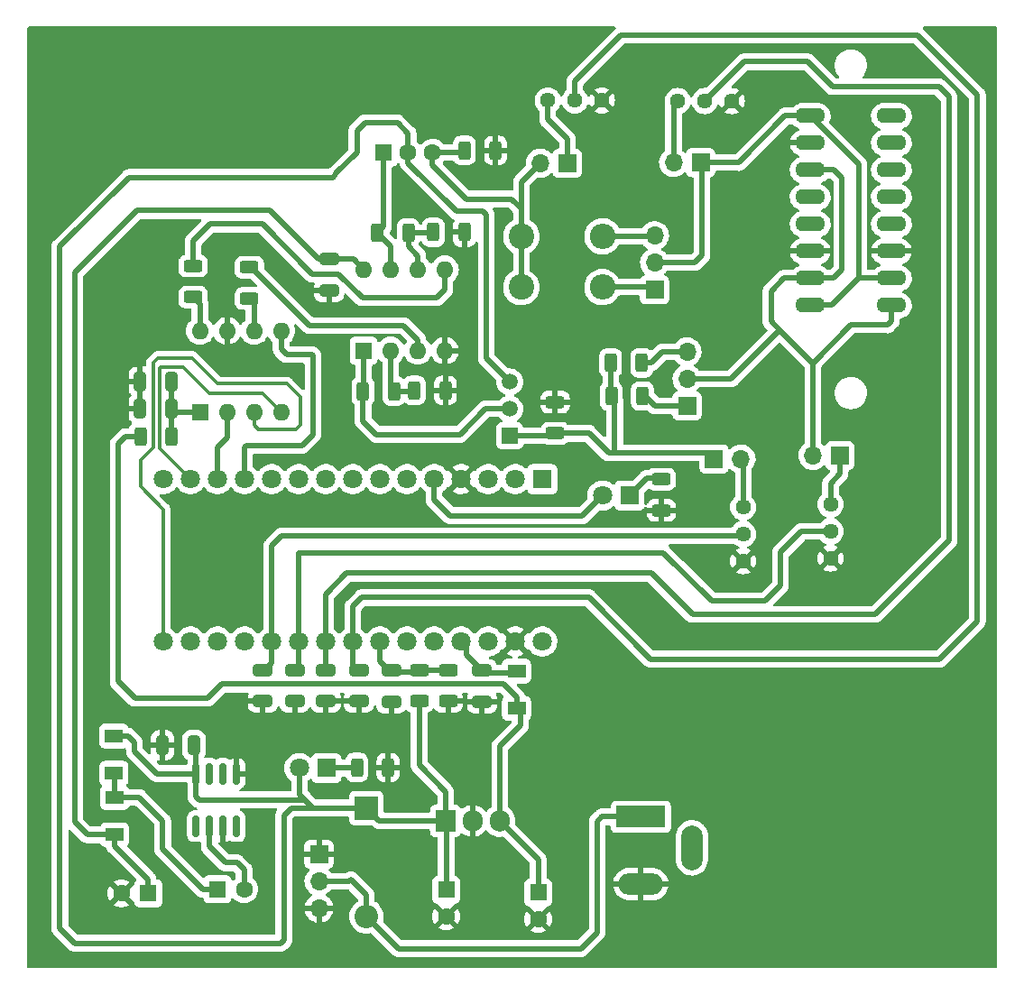
<source format=gbr>
%TF.GenerationSoftware,KiCad,Pcbnew,(6.0.7)*%
%TF.CreationDate,2023-04-20T22:54:43-04:00*%
%TF.ProjectId,NPN Tracer V2b,4e504e20-5472-4616-9365-72205632622e,rev?*%
%TF.SameCoordinates,Original*%
%TF.FileFunction,Copper,L1,Top*%
%TF.FilePolarity,Positive*%
%FSLAX46Y46*%
G04 Gerber Fmt 4.6, Leading zero omitted, Abs format (unit mm)*
G04 Created by KiCad (PCBNEW (6.0.7)) date 2023-04-20 22:54:43*
%MOMM*%
%LPD*%
G01*
G04 APERTURE LIST*
G04 Aperture macros list*
%AMRoundRect*
0 Rectangle with rounded corners*
0 $1 Rounding radius*
0 $2 $3 $4 $5 $6 $7 $8 $9 X,Y pos of 4 corners*
0 Add a 4 corners polygon primitive as box body*
4,1,4,$2,$3,$4,$5,$6,$7,$8,$9,$2,$3,0*
0 Add four circle primitives for the rounded corners*
1,1,$1+$1,$2,$3*
1,1,$1+$1,$4,$5*
1,1,$1+$1,$6,$7*
1,1,$1+$1,$8,$9*
0 Add four rect primitives between the rounded corners*
20,1,$1+$1,$2,$3,$4,$5,0*
20,1,$1+$1,$4,$5,$6,$7,0*
20,1,$1+$1,$6,$7,$8,$9,0*
20,1,$1+$1,$8,$9,$2,$3,0*%
G04 Aperture macros list end*
%TA.AperFunction,SMDPad,CuDef*%
%ADD10RoundRect,0.250000X-0.650000X0.325000X-0.650000X-0.325000X0.650000X-0.325000X0.650000X0.325000X0*%
%TD*%
%TA.AperFunction,SMDPad,CuDef*%
%ADD11RoundRect,0.250000X0.312500X0.625000X-0.312500X0.625000X-0.312500X-0.625000X0.312500X-0.625000X0*%
%TD*%
%TA.AperFunction,SMDPad,CuDef*%
%ADD12R,1.700000X1.300000*%
%TD*%
%TA.AperFunction,ComponentPad*%
%ADD13R,4.600000X2.000000*%
%TD*%
%TA.AperFunction,ComponentPad*%
%ADD14O,4.200000X2.000000*%
%TD*%
%TA.AperFunction,ComponentPad*%
%ADD15O,2.000000X4.200000*%
%TD*%
%TA.AperFunction,ComponentPad*%
%ADD16R,1.800000X1.800000*%
%TD*%
%TA.AperFunction,ComponentPad*%
%ADD17C,1.800000*%
%TD*%
%TA.AperFunction,ComponentPad*%
%ADD18R,1.500000X1.500000*%
%TD*%
%TA.AperFunction,ComponentPad*%
%ADD19C,1.500000*%
%TD*%
%TA.AperFunction,ComponentPad*%
%ADD20R,2.200000X2.200000*%
%TD*%
%TA.AperFunction,ComponentPad*%
%ADD21O,2.200000X2.200000*%
%TD*%
%TA.AperFunction,SMDPad,CuDef*%
%ADD22RoundRect,0.250000X0.625000X-0.312500X0.625000X0.312500X-0.625000X0.312500X-0.625000X-0.312500X0*%
%TD*%
%TA.AperFunction,ComponentPad*%
%ADD23R,1.700000X1.700000*%
%TD*%
%TA.AperFunction,ComponentPad*%
%ADD24O,1.700000X1.700000*%
%TD*%
%TA.AperFunction,ComponentPad*%
%ADD25R,1.600000X1.600000*%
%TD*%
%TA.AperFunction,ComponentPad*%
%ADD26C,1.600000*%
%TD*%
%TA.AperFunction,ComponentPad*%
%ADD27C,1.440000*%
%TD*%
%TA.AperFunction,ComponentPad*%
%ADD28R,1.599999X1.599999*%
%TD*%
%TA.AperFunction,ComponentPad*%
%ADD29C,1.599999*%
%TD*%
%TA.AperFunction,SMDPad,CuDef*%
%ADD30RoundRect,0.250000X-0.625000X0.312500X-0.625000X-0.312500X0.625000X-0.312500X0.625000X0.312500X0*%
%TD*%
%TA.AperFunction,SMDPad,CuDef*%
%ADD31RoundRect,0.250000X-0.325000X-0.650000X0.325000X-0.650000X0.325000X0.650000X-0.325000X0.650000X0*%
%TD*%
%TA.AperFunction,ComponentPad*%
%ADD32O,1.600000X1.600000*%
%TD*%
%TA.AperFunction,ComponentPad*%
%ADD33O,2.816000X1.408000*%
%TD*%
%TA.AperFunction,SMDPad,CuDef*%
%ADD34RoundRect,0.150000X0.150000X-0.825000X0.150000X0.825000X-0.150000X0.825000X-0.150000X-0.825000X0*%
%TD*%
%TA.AperFunction,ComponentPad*%
%ADD35R,1.905000X2.000000*%
%TD*%
%TA.AperFunction,ComponentPad*%
%ADD36O,1.905000X2.000000*%
%TD*%
%TA.AperFunction,ComponentPad*%
%ADD37C,2.400000*%
%TD*%
%TA.AperFunction,ComponentPad*%
%ADD38O,2.400000X2.400000*%
%TD*%
%TA.AperFunction,Conductor*%
%ADD39C,0.300000*%
%TD*%
%TA.AperFunction,Conductor*%
%ADD40C,0.550000*%
%TD*%
G04 APERTURE END LIST*
D10*
%TO.P,C13,1*%
%TO.N,ADC2*%
X78359000Y-126096500D03*
%TO.P,C13,2*%
%TO.N,GND*%
X78359000Y-129046500D03*
%TD*%
D11*
%TO.P,R14,1*%
%TO.N,GND*%
X87124000Y-135255000D03*
%TO.P,R14,2*%
%TO.N,Net-(D2-Pad1)*%
X84199000Y-135255000D03*
%TD*%
D12*
%TO.P,D3,1,K*%
%TO.N,Net-(C7-Pad1)*%
X61404500Y-135798500D03*
%TO.P,D3,2,A*%
%TO.N,12V*%
X61404500Y-132298500D03*
%TD*%
D13*
%TO.P,J8,1*%
%TO.N,VIN*%
X110856000Y-139890500D03*
D14*
%TO.P,J8,2*%
%TO.N,GND*%
X110856000Y-146190500D03*
D15*
%TO.P,J8,3*%
%TO.N,N/C*%
X115656000Y-142790500D03*
%TD*%
D16*
%TO.P,D2,1,K*%
%TO.N,Net-(D2-Pad1)*%
X81348500Y-135318500D03*
D17*
%TO.P,D2,2,A*%
%TO.N,12V*%
X78808500Y-135318500D03*
%TD*%
D10*
%TO.P,C12,1*%
%TO.N,Net-(C12-Pad1)*%
X87439500Y-126160000D03*
%TO.P,C12,2*%
%TO.N,GND*%
X87439500Y-129110000D03*
%TD*%
D18*
%TO.P,Q1,1,E*%
%TO.N,VB_OUT*%
X98552000Y-104140000D03*
D19*
%TO.P,Q1,2,B*%
%TO.N,Net-(Q1-Pad2)*%
X98552000Y-101600000D03*
%TO.P,Q1,3,C*%
%TO.N,12V*%
X98552000Y-99060000D03*
%TD*%
D11*
%TO.P,R3,1*%
%TO.N,Net-(R2-Pad2)*%
X87697500Y-99934500D03*
%TO.P,R3,2*%
%TO.N,Net-(Q1-Pad2)*%
X84772500Y-99934500D03*
%TD*%
D20*
%TO.P,D1,1,K*%
%TO.N,12V*%
X85090000Y-139065000D03*
D21*
%TO.P,D1,2,A*%
%TO.N,VIN*%
X85090000Y-149225000D03*
%TD*%
D11*
%TO.P,R9,1*%
%TO.N,GND*%
X97220500Y-77343000D03*
%TO.P,R9,2*%
%TO.N,VC_OUT*%
X94295500Y-77343000D03*
%TD*%
D22*
%TO.P,R1,1*%
%TO.N,Net-(R1-Pad1)*%
X74104500Y-91237000D03*
%TO.P,R1,2*%
%TO.N,Net-(R1-Pad2)*%
X74104500Y-88312000D03*
%TD*%
D23*
%TO.P,J6,1,Pin_1*%
%TO.N,Net-(ADC3-Pad3)*%
X129540000Y-105981500D03*
D24*
%TO.P,J6,2,Pin_2*%
%TO.N,BASE{slash}GATE*%
X127000000Y-105981500D03*
%TD*%
D10*
%TO.P,C10,1*%
%TO.N,ADC4*%
X84391500Y-126096500D03*
%TO.P,C10,2*%
%TO.N,GND*%
X84391500Y-129046500D03*
%TD*%
D25*
%TO.P,C4,1*%
%TO.N,12V*%
X92583000Y-146738849D03*
D26*
%TO.P,C4,2*%
%TO.N,GND*%
X92583000Y-149238849D03*
%TD*%
D12*
%TO.P,D4,1,K*%
%TO.N,24V*%
X61468000Y-141577000D03*
%TO.P,D4,2,A*%
%TO.N,Net-(C7-Pad1)*%
X61468000Y-138077000D03*
%TD*%
D27*
%TO.P,ADC1,1,1*%
%TO.N,GND*%
X107198000Y-72644000D03*
%TO.P,ADC1,2,2*%
%TO.N,ADC4*%
X104658000Y-72644000D03*
%TO.P,ADC1,3,3*%
%TO.N,Net-(ADC1-Pad3)*%
X102118000Y-72644000D03*
%TD*%
D28*
%TO.P,Q2,1,B*%
%TO.N,Net-(Q2-Pad1)*%
X86709500Y-77542999D03*
D29*
%TO.P,Q2,2,C*%
%TO.N,12V*%
X89009500Y-77542999D03*
%TO.P,Q2,3,E*%
%TO.N,VC_OUT*%
X91309500Y-77542999D03*
%TD*%
D30*
%TO.P,R16,1*%
%TO.N,Net-(C12-Pad1)*%
X92773500Y-126109000D03*
%TO.P,R16,2*%
%TO.N,GND*%
X92773500Y-129034000D03*
%TD*%
D11*
%TO.P,R2,1*%
%TO.N,GND*%
X92521500Y-99871000D03*
%TO.P,R2,2*%
%TO.N,Net-(R2-Pad2)*%
X89596500Y-99871000D03*
%TD*%
D27*
%TO.P,ADC4,1,1*%
%TO.N,GND*%
X120459500Y-115887500D03*
%TO.P,ADC4,2,2*%
%TO.N,ADC1*%
X120459500Y-113347500D03*
%TO.P,ADC4,3,3*%
%TO.N,Net-(ADC4-Pad3)*%
X120459500Y-110807500D03*
%TD*%
%TO.P,ADC3,1,1*%
%TO.N,GND*%
X128651000Y-115633500D03*
%TO.P,ADC3,2,2*%
%TO.N,ADC2*%
X128651000Y-113093500D03*
%TO.P,ADC3,3,3*%
%TO.N,Net-(ADC3-Pad3)*%
X128651000Y-110553500D03*
%TD*%
D23*
%TO.P,J2,1,Pin_1*%
%TO.N,COLLECTOR{slash}DRAIN*%
X116459000Y-78486000D03*
D24*
%TO.P,J2,2,Pin_2*%
%TO.N,Net-(ADC2-Pad3)*%
X113919000Y-78486000D03*
%TD*%
D10*
%TO.P,C11,1*%
%TO.N,ADC3*%
X81280000Y-126096500D03*
%TO.P,C11,2*%
%TO.N,GND*%
X81280000Y-129046500D03*
%TD*%
D23*
%TO.P,J7,1,Pin_1*%
%TO.N,GND*%
X80645000Y-143398000D03*
D24*
%TO.P,J7,2,Pin_2*%
%TO.N,VIN*%
X80645000Y-145938000D03*
%TO.P,J7,3,Pin_3*%
%TO.N,GND*%
X80645000Y-148478000D03*
%TD*%
D25*
%TO.P,C8,1*%
%TO.N,24V*%
X64619500Y-147066000D03*
D26*
%TO.P,C8,2*%
%TO.N,GND*%
X62119500Y-147066000D03*
%TD*%
D31*
%TO.P,C2,1*%
%TO.N,GND*%
X63866500Y-99045500D03*
%TO.P,C2,2*%
%TO.N,DacPower*%
X66816500Y-99045500D03*
%TD*%
D25*
%TO.P,U1,1*%
%TO.N,Net-(Q1-Pad2)*%
X84836000Y-96139000D03*
D32*
%TO.P,U1,2,-*%
%TO.N,Net-(R2-Pad2)*%
X87376000Y-96139000D03*
%TO.P,U1,3,+*%
%TO.N,Net-(R1-Pad2)*%
X89916000Y-96139000D03*
%TO.P,U1,4,V-*%
%TO.N,GND*%
X92456000Y-96139000D03*
%TO.P,U1,5,+*%
%TO.N,Net-(R8-Pad2)*%
X92456000Y-88519000D03*
%TO.P,U1,6,-*%
%TO.N,Net-(R10-Pad2)*%
X89916000Y-88519000D03*
%TO.P,U1,7*%
%TO.N,Net-(Q2-Pad1)*%
X87376000Y-88519000D03*
%TO.P,U1,8,V+*%
%TO.N,24V*%
X84836000Y-88519000D03*
%TD*%
D33*
%TO.P,ZX1,1*%
%TO.N,BASE{slash}GATE*%
X134366000Y-91884500D03*
%TO.P,ZX1,2*%
%TO.N,COLLECTOR{slash}DRAIN*%
X134366000Y-89344500D03*
%TO.P,ZX1,3*%
%TO.N,GND*%
X134366000Y-86804500D03*
%TO.P,ZX1,4*%
%TO.N,unconnected-(ZX1-Pad4)*%
X134366000Y-84264500D03*
%TO.P,ZX1,5*%
%TO.N,unconnected-(ZX1-Pad5)*%
X134366000Y-81724500D03*
%TO.P,ZX1,6*%
%TO.N,unconnected-(ZX1-Pad6)*%
X134366000Y-79184500D03*
%TO.P,ZX1,7*%
%TO.N,unconnected-(ZX1-Pad7)*%
X134366000Y-76644500D03*
%TO.P,ZX1,8*%
%TO.N,unconnected-(ZX1-Pad8)*%
X134366000Y-74104500D03*
%TO.P,ZX1,9*%
%TO.N,COLLECTOR{slash}DRAIN*%
X126746000Y-74104500D03*
%TO.P,ZX1,10*%
%TO.N,GND*%
X126746000Y-76644500D03*
%TO.P,ZX1,11*%
%TO.N,BASE{slash}GATE*%
X126746000Y-79184500D03*
%TO.P,ZX1,12*%
%TO.N,unconnected-(ZX1-Pad12)*%
X126746000Y-81724500D03*
%TO.P,ZX1,13*%
%TO.N,unconnected-(ZX1-Pad13)*%
X126746000Y-84264500D03*
%TO.P,ZX1,14*%
%TO.N,GND*%
X126746000Y-86804500D03*
%TO.P,ZX1,15*%
%TO.N,BASE{slash}GATE*%
X126746000Y-89344500D03*
%TO.P,ZX1,16*%
%TO.N,COLLECTOR{slash}DRAIN*%
X126746000Y-91884500D03*
%TD*%
D25*
%TO.P,C7,1*%
%TO.N,Net-(C7-Pad1)*%
X71120000Y-146685000D03*
D26*
%TO.P,C7,2*%
%TO.N,Net-(C7-Pad2)*%
X73620000Y-146685000D03*
%TD*%
D10*
%TO.P,C14,1*%
%TO.N,ADC1*%
X75374500Y-126096500D03*
%TO.P,C14,2*%
%TO.N,GND*%
X75374500Y-129046500D03*
%TD*%
D31*
%TO.P,C3,1*%
%TO.N,GND*%
X63866500Y-101585500D03*
%TO.P,C3,2*%
%TO.N,DacPower*%
X66816500Y-101585500D03*
%TD*%
D11*
%TO.P,R13,1*%
%TO.N,Net-(J4-Pad1)*%
X111000000Y-100393500D03*
%TO.P,R13,2*%
%TO.N,VB_OUT*%
X108075000Y-100393500D03*
%TD*%
D16*
%TO.P,D6,1,K*%
%TO.N,Net-(D6-Pad1)*%
X109791500Y-109728000D03*
D17*
%TO.P,D6,2,A*%
%TO.N,Net-(D6-Pad2)*%
X107251500Y-109728000D03*
%TD*%
D23*
%TO.P,J5,1,Pin_1*%
%TO.N,VB_OUT*%
X117724000Y-106299000D03*
D24*
%TO.P,J5,2,Pin_2*%
%TO.N,Net-(ADC4-Pad3)*%
X120264000Y-106299000D03*
%TD*%
D11*
%TO.P,R12,1*%
%TO.N,Net-(J4-Pad3)*%
X110936500Y-97282000D03*
%TO.P,R12,2*%
%TO.N,VB_OUT*%
X108011500Y-97282000D03*
%TD*%
D31*
%TO.P,C6,1*%
%TO.N,GND*%
X65962000Y-133159500D03*
%TO.P,C6,2*%
%TO.N,12V*%
X68912000Y-133159500D03*
%TD*%
D34*
%TO.P,U4,1,NC*%
%TO.N,unconnected-(U4-Pad1)*%
X69088000Y-140778000D03*
%TO.P,U4,2,CAP+*%
%TO.N,Net-(C7-Pad2)*%
X70358000Y-140778000D03*
%TO.P,U4,3,GND*%
%TO.N,GND*%
X71628000Y-140778000D03*
%TO.P,U4,4,CAP-*%
%TO.N,unconnected-(U4-Pad4)*%
X72898000Y-140778000D03*
%TO.P,U4,5,VOUT*%
%TO.N,GND*%
X72898000Y-135828000D03*
%TO.P,U4,6,LV*%
%TO.N,unconnected-(U4-Pad6)*%
X71628000Y-135828000D03*
%TO.P,U4,7,OSC*%
%TO.N,unconnected-(U4-Pad7)*%
X70358000Y-135828000D03*
%TO.P,U4,8,V+*%
%TO.N,12V*%
X69088000Y-135828000D03*
%TD*%
D27*
%TO.P,ADC2,1,1*%
%TO.N,GND*%
X119390000Y-72707500D03*
%TO.P,ADC2,2,2*%
%TO.N,ADC3*%
X116850000Y-72707500D03*
%TO.P,ADC2,3,3*%
%TO.N,Net-(ADC2-Pad3)*%
X114310000Y-72707500D03*
%TD*%
D22*
%TO.P,R17,1*%
%TO.N,GND*%
X112776000Y-111127000D03*
%TO.P,R17,2*%
%TO.N,Net-(D6-Pad1)*%
X112776000Y-108202000D03*
%TD*%
D23*
%TO.P,J4,1,Pin_1*%
%TO.N,Net-(J4-Pad1)*%
X115189000Y-101331000D03*
D24*
%TO.P,J4,2,Pin_2*%
%TO.N,BASE{slash}GATE*%
X115189000Y-98791000D03*
%TO.P,J4,3,Pin_3*%
%TO.N,Net-(J4-Pad3)*%
X115189000Y-96251000D03*
%TD*%
D11*
%TO.P,R11,1*%
%TO.N,Net-(R10-Pad2)*%
X89029000Y-85090000D03*
%TO.P,R11,2*%
%TO.N,Net-(Q2-Pad1)*%
X86104000Y-85090000D03*
%TD*%
D10*
%TO.P,C9,1*%
%TO.N,uCPower*%
X95948500Y-126160000D03*
%TO.P,C9,2*%
%TO.N,GND*%
X95948500Y-129110000D03*
%TD*%
D35*
%TO.P,U3,1,VI*%
%TO.N,12V*%
X92519500Y-140271500D03*
D36*
%TO.P,U3,2,GND*%
%TO.N,GND*%
X95059500Y-140271500D03*
%TO.P,U3,3,VO*%
%TO.N,5V*%
X97599500Y-140271500D03*
%TD*%
D11*
%TO.P,R7,1*%
%TO.N,DacPower*%
X66804000Y-104189000D03*
%TO.P,R7,2*%
%TO.N,5V*%
X63879000Y-104189000D03*
%TD*%
D37*
%TO.P,R5,1*%
%TO.N,VC_OUT*%
X99631500Y-90170000D03*
D38*
%TO.P,R5,2*%
%TO.N,Net-(J1-Pad1)*%
X107251500Y-90170000D03*
%TD*%
D23*
%TO.P,J3,1,Pin_1*%
%TO.N,Net-(ADC1-Pad3)*%
X103949500Y-78549500D03*
D24*
%TO.P,J3,2,Pin_2*%
%TO.N,VC_OUT*%
X101409500Y-78549500D03*
%TD*%
D37*
%TO.P,R6,1*%
%TO.N,VC_OUT*%
X99631500Y-85407500D03*
D38*
%TO.P,R6,2*%
%TO.N,Net-(J1-Pad3)*%
X107251500Y-85407500D03*
%TD*%
D30*
%TO.P,R4,1*%
%TO.N,GND*%
X102806500Y-100963000D03*
%TO.P,R4,2*%
%TO.N,VB_OUT*%
X102806500Y-103888000D03*
%TD*%
D12*
%TO.P,D5,1,K*%
%TO.N,uCPower*%
X99187000Y-126202500D03*
%TO.P,D5,2,A*%
%TO.N,5V*%
X99187000Y-129702500D03*
%TD*%
D16*
%TO.P,TB1,1,D1/TX*%
%TO.N,unconnected-(TB1-Pad1)*%
X101600000Y-108189500D03*
D17*
%TO.P,TB1,2,D0/RX*%
%TO.N,unconnected-(TB1-Pad2)*%
X99060000Y-108189500D03*
%TO.P,TB1,3,RESET*%
%TO.N,unconnected-(TB1-Pad3)*%
X96520000Y-108189500D03*
%TO.P,TB1,4,COM/GND*%
%TO.N,GND*%
X93980000Y-108189500D03*
%TO.P,TB1,5,D2*%
%TO.N,Net-(D6-Pad2)*%
X91440000Y-108189500D03*
%TO.P,TB1,6,D3*%
%TO.N,unconnected-(TB1-Pad6)*%
X88900000Y-108189500D03*
%TO.P,TB1,7,D4*%
%TO.N,unconnected-(TB1-Pad7)*%
X86360000Y-108189500D03*
%TO.P,TB1,8,D5*%
%TO.N,unconnected-(TB1-Pad8)*%
X83820000Y-108189500D03*
%TO.P,TB1,9,D6*%
%TO.N,unconnected-(TB1-Pad9)*%
X81280000Y-108189500D03*
%TO.P,TB1,10,D7*%
%TO.N,unconnected-(TB1-Pad10)*%
X78740000Y-108189500D03*
%TO.P,TB1,11,D8*%
%TO.N,unconnected-(TB1-Pad11)*%
X76200000Y-108189500D03*
%TO.P,TB1,12,D9*%
%TO.N,LDAC*%
X73660000Y-108189500D03*
%TO.P,TB1,13,D10*%
%TO.N,CS*%
X71120000Y-108189500D03*
%TO.P,TB1,14,D11/MOSI*%
%TO.N,SDI*%
X68580000Y-108189500D03*
%TO.P,TB1,15,D12/MISO*%
%TO.N,unconnected-(TB1-Pad15)*%
X66040000Y-108189500D03*
%TO.P,TB1,16,D13/SCK*%
%TO.N,SCK*%
X66040000Y-123429500D03*
%TO.P,TB1,17,3V3*%
%TO.N,unconnected-(TB1-Pad17)*%
X68580000Y-123429500D03*
%TO.P,TB1,18,AREF*%
%TO.N,unconnected-(TB1-Pad18)*%
X71120000Y-123429500D03*
%TO.P,TB1,19,A0*%
%TO.N,unconnected-(TB1-Pad19)*%
X73660000Y-123429500D03*
%TO.P,TB1,20,A1*%
%TO.N,ADC1*%
X76200000Y-123429500D03*
%TO.P,TB1,21,A2*%
%TO.N,ADC2*%
X78740000Y-123429500D03*
%TO.P,TB1,22,A3*%
%TO.N,ADC3*%
X81280000Y-123429500D03*
%TO.P,TB1,23,A4*%
%TO.N,ADC4*%
X83820000Y-123429500D03*
%TO.P,TB1,24,A5*%
%TO.N,Net-(C12-Pad1)*%
X86360000Y-123429500D03*
%TO.P,TB1,25,A6*%
%TO.N,unconnected-(TB1-Pad25)*%
X88900000Y-123429500D03*
%TO.P,TB1,26,A7*%
%TO.N,unconnected-(TB1-Pad26)*%
X91440000Y-123429500D03*
%TO.P,TB1,27,+5V*%
%TO.N,uCPower*%
X93980000Y-123429500D03*
%TO.P,TB1,28,RESET*%
%TO.N,unconnected-(TB1-Pad28)*%
X96520000Y-123429500D03*
%TO.P,TB1,29,COM/GND*%
%TO.N,GND*%
X99060000Y-123429500D03*
%TO.P,TB1,30,VIN*%
%TO.N,unconnected-(TB1-Pad30)*%
X101600000Y-123429500D03*
%TD*%
D23*
%TO.P,J1,1,Pin_1*%
%TO.N,Net-(J1-Pad1)*%
X112141000Y-90424000D03*
D24*
%TO.P,J1,2,Pin_2*%
%TO.N,COLLECTOR{slash}DRAIN*%
X112141000Y-87884000D03*
%TO.P,J1,3,Pin_3*%
%TO.N,Net-(J1-Pad3)*%
X112141000Y-85344000D03*
%TD*%
D30*
%TO.P,R15,1*%
%TO.N,Net-(C12-Pad1)*%
X90043000Y-126109000D03*
%TO.P,R15,2*%
%TO.N,12V*%
X90043000Y-129034000D03*
%TD*%
D10*
%TO.P,C1,1*%
%TO.N,24V*%
X81597500Y-87552000D03*
%TO.P,C1,2*%
%TO.N,GND*%
X81597500Y-90502000D03*
%TD*%
D25*
%TO.P,U2,1,Vdd*%
%TO.N,DacPower*%
X69479000Y-101893000D03*
D32*
%TO.P,U2,2,~{CS}*%
%TO.N,CS*%
X72019000Y-101893000D03*
%TO.P,U2,3,SCK*%
%TO.N,SCK*%
X74559000Y-101893000D03*
%TO.P,U2,4,SDI*%
%TO.N,SDI*%
X77099000Y-101893000D03*
%TO.P,U2,5,~{LDAC}*%
%TO.N,LDAC*%
X77099000Y-94273000D03*
%TO.P,U2,6,VB*%
%TO.N,Net-(R1-Pad1)*%
X74559000Y-94273000D03*
%TO.P,U2,7,Vss*%
%TO.N,GND*%
X72019000Y-94273000D03*
%TO.P,U2,8,VA*%
%TO.N,Net-(R8-Pad1)*%
X69479000Y-94273000D03*
%TD*%
D11*
%TO.P,R10,1*%
%TO.N,GND*%
X94299500Y-85026500D03*
%TO.P,R10,2*%
%TO.N,Net-(R10-Pad2)*%
X91374500Y-85026500D03*
%TD*%
D25*
%TO.P,C5,1*%
%TO.N,5V*%
X101219000Y-146992849D03*
D26*
%TO.P,C5,2*%
%TO.N,GND*%
X101219000Y-149492849D03*
%TD*%
D22*
%TO.P,R8,1*%
%TO.N,Net-(R8-Pad1)*%
X68834000Y-91110000D03*
%TO.P,R8,2*%
%TO.N,Net-(R8-Pad2)*%
X68834000Y-88185000D03*
%TD*%
D39*
%TO.N,SCK*%
X66040000Y-111047000D02*
X66040000Y-123429500D01*
X63881000Y-108888000D02*
X66040000Y-111047000D01*
X63881000Y-106426000D02*
X63881000Y-108888000D01*
X65087500Y-105219500D02*
X63881000Y-106426000D01*
X65087500Y-97282000D02*
X65087500Y-105219500D01*
X65532000Y-96837500D02*
X65087500Y-97282000D01*
X68707000Y-96837500D02*
X65532000Y-96837500D01*
X77597000Y-99250500D02*
X71120000Y-99250500D01*
X78867000Y-103109500D02*
X78867000Y-100520500D01*
X78486000Y-103490500D02*
X78867000Y-103109500D01*
X71120000Y-99250500D02*
X68707000Y-96837500D01*
X74930000Y-103490500D02*
X78486000Y-103490500D01*
X78867000Y-100520500D02*
X77597000Y-99250500D01*
X74559000Y-103119500D02*
X74930000Y-103490500D01*
X74559000Y-101893000D02*
X74559000Y-103119500D01*
%TO.N,SDI*%
X75331000Y-100125000D02*
X77099000Y-101893000D01*
X65786000Y-97648500D02*
X67867000Y-97648500D01*
X65659000Y-97775500D02*
X65786000Y-97648500D01*
X65659000Y-105268500D02*
X65659000Y-97775500D01*
X67867000Y-97648500D02*
X70343500Y-100125000D01*
X70343500Y-100125000D02*
X75331000Y-100125000D01*
X68580000Y-108189500D02*
X65659000Y-105268500D01*
D40*
%TO.N,24V*%
X76009500Y-82994500D02*
X80567000Y-87552000D01*
X61468000Y-141577000D02*
X58900000Y-141577000D01*
X80567000Y-87552000D02*
X81597500Y-87552000D01*
X57721500Y-88836500D02*
X63563500Y-82994500D01*
X81597500Y-87552000D02*
X83869000Y-87552000D01*
X63563500Y-82994500D02*
X76009500Y-82994500D01*
X57721500Y-140398500D02*
X57721500Y-88836500D01*
X61468000Y-142621000D02*
X61468000Y-141577000D01*
X64619500Y-147066000D02*
X64619500Y-145772500D01*
X83869000Y-87552000D02*
X84836000Y-88519000D01*
X58900000Y-141577000D02*
X57721500Y-140398500D01*
X64619500Y-145772500D02*
X61468000Y-142621000D01*
%TO.N,12V*%
X65406500Y-135828000D02*
X63309500Y-133731000D01*
X98552000Y-99060000D02*
X96329500Y-96837500D01*
X62801500Y-79883000D02*
X81915000Y-79883000D01*
X57721500Y-151765000D02*
X56324500Y-150368000D01*
X81915000Y-79883000D02*
X82232500Y-79565500D01*
X84201000Y-75501500D02*
X84963000Y-74739500D01*
X96012000Y-83058000D02*
X93535500Y-83058000D01*
X84201000Y-77533500D02*
X84201000Y-75501500D01*
X90043000Y-135064500D02*
X90043000Y-129224500D01*
X93535500Y-83058000D02*
X89009500Y-78532000D01*
X77025500Y-151765000D02*
X57721500Y-151765000D01*
X69088000Y-133335500D02*
X68912000Y-133159500D01*
X78808500Y-137800000D02*
X78808500Y-135318500D01*
X56324500Y-86360000D02*
X62801500Y-79883000D01*
X69405500Y-138303000D02*
X79184500Y-138303000D01*
X78041500Y-139065000D02*
X77343000Y-139763500D01*
X92583000Y-146738849D02*
X92583000Y-140335000D01*
X62702500Y-132298500D02*
X61404500Y-132298500D01*
X85090000Y-139065000D02*
X80073500Y-139065000D01*
X86296500Y-140271500D02*
X85090000Y-139065000D01*
X79248000Y-138239500D02*
X78808500Y-137800000D01*
X84963000Y-74739500D02*
X88011000Y-74739500D01*
X92519500Y-137541000D02*
X90043000Y-135064500D01*
X56324500Y-150368000D02*
X56324500Y-86360000D01*
X89009500Y-78532000D02*
X89009500Y-77542999D01*
X69088000Y-135828000D02*
X69088000Y-133335500D01*
X63309500Y-133731000D02*
X63309500Y-132905500D01*
X96329500Y-96837500D02*
X96329500Y-83375500D01*
X77343000Y-139763500D02*
X77343000Y-151447500D01*
X82232500Y-79502000D02*
X84201000Y-77533500D01*
X69088000Y-137985500D02*
X69405500Y-138303000D01*
X92519500Y-140271500D02*
X86296500Y-140271500D01*
X85090000Y-139065000D02*
X78041500Y-139065000D01*
X63309500Y-132905500D02*
X62702500Y-132298500D01*
X82232500Y-79565500D02*
X82232500Y-79502000D01*
X69088000Y-135828000D02*
X65406500Y-135828000D01*
X92583000Y-140335000D02*
X92519500Y-140271500D01*
X77343000Y-151447500D02*
X77025500Y-151765000D01*
X79184500Y-138303000D02*
X79248000Y-138239500D01*
X69088000Y-135828000D02*
X69088000Y-137985500D01*
X80073500Y-139065000D02*
X79248000Y-138239500D01*
X92519500Y-140271500D02*
X92519500Y-137541000D01*
X89009500Y-75738000D02*
X89009500Y-77542999D01*
X96329500Y-83375500D02*
X96012000Y-83058000D01*
X88011000Y-74739500D02*
X89009500Y-75738000D01*
%TO.N,5V*%
X97599500Y-140271500D02*
X97599500Y-133286500D01*
X63879000Y-104189000D02*
X62498500Y-104189000D01*
X71501000Y-127444500D02*
X97980500Y-127444500D01*
X101219000Y-143891000D02*
X97599500Y-140271500D01*
X99568000Y-130147000D02*
X99187000Y-129766000D01*
X63373000Y-128778000D02*
X70167500Y-128778000D01*
X99568000Y-131318000D02*
X99568000Y-130147000D01*
X61785500Y-127190500D02*
X63373000Y-128778000D01*
X62498500Y-104189000D02*
X61785500Y-104902000D01*
X101219000Y-146992849D02*
X101219000Y-143891000D01*
X61785500Y-104902000D02*
X61785500Y-127190500D01*
X99187000Y-128651000D02*
X99187000Y-129766000D01*
X97980500Y-127444500D02*
X99187000Y-128651000D01*
X70167500Y-128778000D02*
X71501000Y-127444500D01*
X97599500Y-133286500D02*
X99568000Y-131318000D01*
%TO.N,VIN*%
X88138000Y-152273000D02*
X105219500Y-152273000D01*
X85090000Y-147256500D02*
X83629500Y-145796000D01*
X85090000Y-149225000D02*
X88138000Y-152273000D01*
X107188000Y-139890500D02*
X110856000Y-139890500D01*
X106743500Y-150749000D02*
X106743500Y-140335000D01*
X106743500Y-140335000D02*
X107188000Y-139890500D01*
X85090000Y-149225000D02*
X85090000Y-147256500D01*
X83487500Y-145938000D02*
X80645000Y-145938000D01*
X83629500Y-145796000D02*
X83487500Y-145938000D01*
X105219500Y-152273000D02*
X106743500Y-150749000D01*
%TO.N,Net-(D6-Pad2)*%
X92964000Y-111633000D02*
X105346500Y-111633000D01*
X91440000Y-110109000D02*
X92964000Y-111633000D01*
X91440000Y-108189500D02*
X91440000Y-110109000D01*
X105346500Y-111633000D02*
X107251500Y-109728000D01*
%TO.N,ADC1*%
X76200000Y-114490500D02*
X76200000Y-123429500D01*
X75374500Y-126287000D02*
X76200000Y-125461500D01*
X120459500Y-113347500D02*
X120269000Y-113538000D01*
X120269000Y-113538000D02*
X77152500Y-113538000D01*
X76200000Y-125461500D02*
X76200000Y-123429500D01*
X77152500Y-113538000D02*
X76200000Y-114490500D01*
%TO.N,Net-(ADC1-Pad3)*%
X103949500Y-76263500D02*
X102118000Y-74432000D01*
X102118000Y-74432000D02*
X102118000Y-72644000D01*
X103949500Y-78549500D02*
X103949500Y-76263500D01*
%TO.N,ADC2*%
X78740000Y-115125500D02*
X78740000Y-123429500D01*
X123952000Y-115062000D02*
X123952000Y-118173500D01*
X125920500Y-113093500D02*
X123952000Y-115062000D01*
X128651000Y-113093500D02*
X125920500Y-113093500D01*
X122491500Y-119634000D02*
X117475000Y-119634000D01*
X78359000Y-126096500D02*
X78740000Y-125715500D01*
X117475000Y-119634000D02*
X112966500Y-115125500D01*
X78740000Y-125715500D02*
X78740000Y-123429500D01*
X123952000Y-118173500D02*
X122491500Y-119634000D01*
X112966500Y-115125500D02*
X78740000Y-115125500D01*
%TO.N,Net-(ADC2-Pad3)*%
X113919000Y-73098500D02*
X114310000Y-72707500D01*
X113919000Y-78486000D02*
X113919000Y-73098500D01*
%TO.N,ADC3*%
X111823500Y-117030500D02*
X83248500Y-117030500D01*
X126492000Y-69024500D02*
X128841500Y-71374000D01*
X83248500Y-117030500D02*
X81280000Y-118999000D01*
X115697000Y-120904000D02*
X111823500Y-117030500D01*
X120533000Y-69024500D02*
X126492000Y-69024500D01*
X81280000Y-126096500D02*
X81280000Y-123429500D01*
X81280000Y-118999000D02*
X81280000Y-123429500D01*
X139763500Y-72326500D02*
X139763500Y-113982500D01*
X128841500Y-71374000D02*
X138811000Y-71374000D01*
X139763500Y-113982500D02*
X132842000Y-120904000D01*
X116850000Y-72707500D02*
X120533000Y-69024500D01*
X132842000Y-120904000D02*
X115697000Y-120904000D01*
X138811000Y-71374000D02*
X139763500Y-72326500D01*
%TO.N,Net-(ADC3-Pad3)*%
X128651000Y-110553500D02*
X128651000Y-108585000D01*
X128651000Y-108585000D02*
X129540000Y-107696000D01*
X129540000Y-107696000D02*
X129540000Y-105981500D01*
%TO.N,ADC4*%
X83820000Y-123429500D02*
X83820000Y-120142000D01*
X84391500Y-126223500D02*
X83820000Y-125652000D01*
X142430500Y-72136000D02*
X136842500Y-66548000D01*
X83820000Y-120142000D02*
X84645500Y-119316500D01*
X108966000Y-66548000D02*
X104658000Y-70856000D01*
X84645500Y-119316500D02*
X105981500Y-119316500D01*
X111760000Y-125095000D02*
X138874500Y-125095000D01*
X105981500Y-119316500D02*
X111760000Y-125095000D01*
X142430500Y-121539000D02*
X142430500Y-72136000D01*
X104658000Y-70856000D02*
X104658000Y-72644000D01*
X83820000Y-125652000D02*
X83820000Y-123429500D01*
X138874500Y-125095000D02*
X142430500Y-121539000D01*
X136842500Y-66548000D02*
X108966000Y-66548000D01*
%TO.N,Net-(ADC4-Pad3)*%
X120459500Y-106494500D02*
X120264000Y-106299000D01*
X120459500Y-110807500D02*
X120459500Y-106494500D01*
%TO.N,Net-(J1-Pad1)*%
X107251500Y-90170000D02*
X111887000Y-90170000D01*
X111887000Y-90170000D02*
X112141000Y-90424000D01*
%TO.N,Net-(D2-Pad1)*%
X84135500Y-135318500D02*
X84199000Y-135255000D01*
X81348500Y-135318500D02*
X84135500Y-135318500D01*
%TO.N,Net-(D6-Pad1)*%
X111379000Y-108140500D02*
X112714500Y-108140500D01*
X109791500Y-109728000D02*
X111379000Y-108140500D01*
X112714500Y-108140500D02*
X112776000Y-108202000D01*
%TO.N,Net-(R1-Pad1)*%
X74559000Y-91691500D02*
X74104500Y-91237000D01*
X74559000Y-94273000D02*
X74559000Y-91691500D01*
%TO.N,COLLECTOR{slash}DRAIN*%
X115887500Y-87884000D02*
X116586000Y-87185500D01*
X120015000Y-78486000D02*
X124396500Y-74104500D01*
X134366000Y-89344500D02*
X131318000Y-89344500D01*
X131318000Y-89344500D02*
X131318000Y-78676500D01*
X124396500Y-74104500D02*
X126746000Y-74104500D01*
X131318000Y-78676500D02*
X126746000Y-74104500D01*
X128778000Y-91884500D02*
X126746000Y-91884500D01*
X116586000Y-78613000D02*
X116459000Y-78486000D01*
X116586000Y-87185500D02*
X116586000Y-78613000D01*
X131318000Y-89344500D02*
X128778000Y-91884500D01*
X112141000Y-87884000D02*
X115887500Y-87884000D01*
X116459000Y-78486000D02*
X120015000Y-78486000D01*
%TO.N,Net-(J1-Pad3)*%
X112077500Y-85407500D02*
X112141000Y-85344000D01*
X107251500Y-85407500D02*
X112077500Y-85407500D01*
%TO.N,VC_OUT*%
X98742500Y-81915000D02*
X99631500Y-82804000D01*
X99631500Y-80327500D02*
X101409500Y-78549500D01*
X99631500Y-82804000D02*
X99631500Y-85407500D01*
X99631500Y-85407500D02*
X99631500Y-90170000D01*
X94488000Y-81915000D02*
X98742500Y-81915000D01*
X91309500Y-77542999D02*
X94095501Y-77542999D01*
X99631500Y-85407500D02*
X99631500Y-80327500D01*
X91309500Y-78736500D02*
X94488000Y-81915000D01*
X91309500Y-77542999D02*
X91309500Y-78736500D01*
X94095501Y-77542999D02*
X94295500Y-77343000D01*
%TO.N,Net-(J4-Pad1)*%
X111252000Y-100393500D02*
X112189500Y-101331000D01*
X111000000Y-100393500D02*
X111252000Y-100393500D01*
X112189500Y-101331000D02*
X115189000Y-101331000D01*
%TO.N,BASE{slash}GATE*%
X129730500Y-79946500D02*
X128968500Y-79184500D01*
X127000000Y-105981500D02*
X127000000Y-97345500D01*
X126968250Y-97313750D02*
X130556000Y-93726000D01*
X124269500Y-89344500D02*
X126746000Y-89344500D01*
X134366000Y-93345000D02*
X134366000Y-91884500D01*
X128905000Y-89344500D02*
X129730500Y-88519000D01*
X130556000Y-93726000D02*
X133985000Y-93726000D01*
X119331500Y-98791000D02*
X123888500Y-94234000D01*
X129730500Y-88519000D02*
X129730500Y-79946500D01*
X128968500Y-79184500D02*
X126746000Y-79184500D01*
X123063000Y-93408500D02*
X123063000Y-90551000D01*
X115189000Y-98791000D02*
X119331500Y-98791000D01*
X123888500Y-94234000D02*
X123063000Y-93408500D01*
X126968250Y-97313750D02*
X123888500Y-94234000D01*
X123063000Y-90551000D02*
X124269500Y-89344500D01*
X127000000Y-97345500D02*
X126968250Y-97313750D01*
X133985000Y-93726000D02*
X134366000Y-93345000D01*
X126746000Y-89344500D02*
X128905000Y-89344500D01*
%TO.N,Net-(J4-Pad3)*%
X110936500Y-97282000D02*
X111823500Y-97282000D01*
X112854500Y-96251000D02*
X115189000Y-96251000D01*
X111823500Y-97282000D02*
X112854500Y-96251000D01*
%TO.N,VB_OUT*%
X108394500Y-100713000D02*
X108394500Y-105600500D01*
X108075000Y-100393500D02*
X108011500Y-100330000D01*
X108075000Y-100393500D02*
X108394500Y-100713000D01*
X105983500Y-103888000D02*
X102806500Y-103888000D01*
X108011500Y-100330000D02*
X108011500Y-97282000D01*
X107823000Y-105727500D02*
X105983500Y-103888000D01*
X117724000Y-106299000D02*
X117152500Y-105727500D01*
X117152500Y-105727500D02*
X107886500Y-105727500D01*
X98552000Y-104140000D02*
X102554500Y-104140000D01*
X102554500Y-104140000D02*
X102806500Y-103888000D01*
%TO.N,Net-(Q1-Pad2)*%
X84836000Y-96139000D02*
X84836000Y-99871000D01*
X84836000Y-99871000D02*
X84772500Y-99934500D01*
X93853000Y-104013000D02*
X86042500Y-104013000D01*
X96266000Y-101600000D02*
X93853000Y-104013000D01*
X98552000Y-101600000D02*
X96266000Y-101600000D01*
X86042500Y-104013000D02*
X84772500Y-102743000D01*
X84772500Y-102743000D02*
X84772500Y-99934500D01*
%TO.N,Net-(Q2-Pad1)*%
X86104000Y-85090000D02*
X86709500Y-84484500D01*
X86709500Y-84484500D02*
X86709500Y-77542999D01*
X87376000Y-86362000D02*
X86104000Y-85090000D01*
X87376000Y-88519000D02*
X87376000Y-86362000D01*
%TO.N,Net-(R1-Pad2)*%
X79756000Y-93789500D02*
X88582500Y-93789500D01*
X88582500Y-93789500D02*
X89916000Y-95123000D01*
X89916000Y-95123000D02*
X89916000Y-96139000D01*
X74104500Y-88312000D02*
X74278500Y-88312000D01*
X74278500Y-88312000D02*
X79756000Y-93789500D01*
%TO.N,Net-(R2-Pad2)*%
X87376000Y-99613000D02*
X87376000Y-96139000D01*
X89533000Y-99934500D02*
X89596500Y-99871000D01*
X87697500Y-99934500D02*
X89533000Y-99934500D01*
X87697500Y-99934500D02*
X87376000Y-99613000D01*
%TO.N,Net-(R8-Pad2)*%
X84709000Y-91186000D02*
X82486500Y-88963500D01*
X80010000Y-88963500D02*
X75311000Y-84264500D01*
X82486500Y-88963500D02*
X80010000Y-88963500D01*
X91694000Y-91186000D02*
X84709000Y-91186000D01*
X70421500Y-84264500D02*
X68834000Y-85852000D01*
X68834000Y-85852000D02*
X68834000Y-88185000D01*
X92456000Y-88519000D02*
X92456000Y-90424000D01*
X75311000Y-84264500D02*
X70421500Y-84264500D01*
X92456000Y-90424000D02*
X91694000Y-91186000D01*
%TO.N,Net-(R10-Pad2)*%
X89916000Y-87249000D02*
X89029000Y-86362000D01*
X91311000Y-85090000D02*
X91374500Y-85026500D01*
X89029000Y-86362000D02*
X89029000Y-85090000D01*
X89916000Y-88519000D02*
X89916000Y-87249000D01*
X89029000Y-85090000D02*
X91311000Y-85090000D01*
%TO.N,LDAC*%
X79057500Y-105029000D02*
X80073500Y-104013000D01*
X80024500Y-96520000D02*
X77597000Y-96520000D01*
X80073500Y-104013000D02*
X80073500Y-96569000D01*
X73660000Y-108189500D02*
X73660000Y-105205000D01*
X73660000Y-105205000D02*
X73836000Y-105029000D01*
X77597000Y-96520000D02*
X77099000Y-96022000D01*
X80073500Y-96569000D02*
X80024500Y-96520000D01*
X73836000Y-105029000D02*
X79057500Y-105029000D01*
X77099000Y-96022000D02*
X77099000Y-94273000D01*
%TO.N,CS*%
X71120000Y-105205000D02*
X72019000Y-104306000D01*
X72019000Y-104306000D02*
X72019000Y-101893000D01*
X71120000Y-108189500D02*
X71120000Y-105205000D01*
%TO.N,Net-(C7-Pad1)*%
X69723000Y-146685000D02*
X65976500Y-142938500D01*
X71120000Y-146685000D02*
X69723000Y-146685000D01*
X65976500Y-142938500D02*
X65976500Y-140271500D01*
X63782000Y-138077000D02*
X61468000Y-138077000D01*
X61468000Y-138077000D02*
X61468000Y-135862000D01*
X65976500Y-140271500D02*
X63782000Y-138077000D01*
X61468000Y-135862000D02*
X61404500Y-135798500D01*
%TO.N,Net-(C7-Pad2)*%
X70358000Y-142684500D02*
X71882000Y-144208500D01*
X71882000Y-144208500D02*
X72961500Y-144208500D01*
X70358000Y-140778000D02*
X70358000Y-142684500D01*
X72961500Y-144208500D02*
X73620000Y-144867000D01*
X73620000Y-144867000D02*
X73620000Y-146685000D01*
%TO.N,Net-(C12-Pad1)*%
X87376000Y-126287000D02*
X90030500Y-126287000D01*
X90030500Y-126287000D02*
X90043000Y-126299500D01*
X90170000Y-126172500D02*
X92837000Y-126172500D01*
X86360000Y-125271000D02*
X86360000Y-123429500D01*
X87376000Y-126287000D02*
X86360000Y-125271000D01*
X90043000Y-126299500D02*
X90170000Y-126172500D01*
%TO.N,Net-(R8-Pad1)*%
X69479000Y-91755000D02*
X68834000Y-91110000D01*
X69479000Y-94273000D02*
X69479000Y-91755000D01*
%TO.N,DacPower*%
X66804000Y-104189000D02*
X66804000Y-101598000D01*
X66816500Y-101585500D02*
X66816500Y-99045500D01*
X66816500Y-101585500D02*
X67124000Y-101893000D01*
X66804000Y-101598000D02*
X66816500Y-101585500D01*
X67124000Y-101893000D02*
X69479000Y-101893000D01*
%TO.N,uCPower*%
X95948500Y-126160000D02*
X96181500Y-126393000D01*
X95948500Y-126160000D02*
X94488000Y-124699500D01*
X94488000Y-123937500D02*
X93980000Y-123429500D01*
X94488000Y-124699500D02*
X94488000Y-123937500D01*
X96181500Y-126393000D02*
X99250500Y-126393000D01*
%TD*%
%TA.AperFunction,Conductor*%
%TO.N,GND*%
G36*
X108447215Y-65743002D02*
G01*
X108493708Y-65796658D01*
X108503812Y-65866932D01*
X108474318Y-65931512D01*
X108467876Y-65938408D01*
X108448327Y-65957820D01*
X108447736Y-65958373D01*
X108447087Y-65958877D01*
X108421935Y-65984029D01*
X108351525Y-66053949D01*
X108350884Y-66054959D01*
X108349826Y-66056138D01*
X104110383Y-70295581D01*
X104109445Y-70296510D01*
X104046989Y-70357671D01*
X104043172Y-70363593D01*
X104043170Y-70363596D01*
X104024335Y-70392822D01*
X104016907Y-70403161D01*
X103990812Y-70435850D01*
X103987746Y-70442192D01*
X103987743Y-70442197D01*
X103976773Y-70464890D01*
X103969247Y-70478302D01*
X103955586Y-70499500D01*
X103955584Y-70499505D01*
X103951769Y-70505424D01*
X103937469Y-70544715D01*
X103932506Y-70556463D01*
X103914309Y-70594105D01*
X103907051Y-70625544D01*
X103902685Y-70640280D01*
X103891650Y-70670600D01*
X103890767Y-70677586D01*
X103890767Y-70677588D01*
X103886410Y-70712079D01*
X103884175Y-70724631D01*
X103874768Y-70765377D01*
X103874743Y-70772417D01*
X103874743Y-70772420D01*
X103874630Y-70804704D01*
X103874602Y-70805541D01*
X103874500Y-70806354D01*
X103874500Y-70842100D01*
X103874154Y-70941153D01*
X103874415Y-70942321D01*
X103874500Y-70943889D01*
X103874500Y-71637948D01*
X103854498Y-71706069D01*
X103837595Y-71727043D01*
X103713319Y-71851319D01*
X103590024Y-72027404D01*
X103587703Y-72032382D01*
X103587701Y-72032385D01*
X103502195Y-72215753D01*
X103455277Y-72269038D01*
X103387000Y-72288499D01*
X103319040Y-72267957D01*
X103273805Y-72215753D01*
X103188299Y-72032385D01*
X103188297Y-72032382D01*
X103185976Y-72027404D01*
X103062681Y-71851319D01*
X102910681Y-71699319D01*
X102734597Y-71576024D01*
X102729619Y-71573703D01*
X102729616Y-71573701D01*
X102544759Y-71487501D01*
X102544758Y-71487500D01*
X102539777Y-71485178D01*
X102534469Y-71483756D01*
X102534467Y-71483755D01*
X102337457Y-71430966D01*
X102337455Y-71430966D01*
X102332142Y-71429542D01*
X102118000Y-71410807D01*
X101903858Y-71429542D01*
X101898545Y-71430966D01*
X101898543Y-71430966D01*
X101701533Y-71483755D01*
X101701531Y-71483756D01*
X101696223Y-71485178D01*
X101691243Y-71487500D01*
X101691241Y-71487501D01*
X101506385Y-71573701D01*
X101506382Y-71573703D01*
X101501404Y-71576024D01*
X101325319Y-71699319D01*
X101173319Y-71851319D01*
X101050024Y-72027404D01*
X101047703Y-72032382D01*
X101047701Y-72032385D01*
X100966764Y-72205954D01*
X100959178Y-72222223D01*
X100957756Y-72227531D01*
X100957755Y-72227533D01*
X100929619Y-72332538D01*
X100903542Y-72429858D01*
X100884807Y-72644000D01*
X100903542Y-72858142D01*
X100904966Y-72863455D01*
X100904966Y-72863457D01*
X100956728Y-73056632D01*
X100959178Y-73065777D01*
X100961500Y-73070757D01*
X100961501Y-73070759D01*
X101015421Y-73186389D01*
X101050024Y-73260596D01*
X101173319Y-73436681D01*
X101297595Y-73560957D01*
X101331621Y-73623269D01*
X101334500Y-73650052D01*
X101334500Y-74422999D01*
X101334493Y-74424319D01*
X101333578Y-74511678D01*
X101335067Y-74518563D01*
X101335067Y-74518566D01*
X101342414Y-74552545D01*
X101344475Y-74565128D01*
X101349136Y-74606682D01*
X101351454Y-74613337D01*
X101351455Y-74613343D01*
X101359744Y-74637146D01*
X101363907Y-74651955D01*
X101366762Y-74665158D01*
X101370725Y-74683486D01*
X101388402Y-74721395D01*
X101393184Y-74733171D01*
X101406943Y-74772681D01*
X101424037Y-74800037D01*
X101431377Y-74813556D01*
X101445011Y-74842794D01*
X101449324Y-74848354D01*
X101449325Y-74848356D01*
X101470640Y-74875835D01*
X101477929Y-74886283D01*
X101500091Y-74921749D01*
X101519288Y-74941081D01*
X101527819Y-74949672D01*
X101528373Y-74950264D01*
X101528877Y-74950913D01*
X101554029Y-74976065D01*
X101623949Y-75046475D01*
X101624959Y-75047116D01*
X101626138Y-75048174D01*
X103129095Y-76551131D01*
X103163121Y-76613443D01*
X103166000Y-76640226D01*
X103166000Y-77065616D01*
X103145998Y-77133737D01*
X103092342Y-77180230D01*
X103051293Y-77190326D01*
X103051366Y-77191000D01*
X102989184Y-77197755D01*
X102852795Y-77248885D01*
X102736239Y-77336239D01*
X102648885Y-77452795D01*
X102645733Y-77461203D01*
X102604419Y-77571407D01*
X102561777Y-77628171D01*
X102495216Y-77652871D01*
X102425867Y-77637663D01*
X102393243Y-77611976D01*
X102342651Y-77556375D01*
X102342642Y-77556366D01*
X102339170Y-77552551D01*
X102335119Y-77549352D01*
X102335115Y-77549348D01*
X102167914Y-77417300D01*
X102167910Y-77417298D01*
X102163859Y-77414098D01*
X102148565Y-77405655D01*
X102054138Y-77353529D01*
X101968289Y-77306138D01*
X101963420Y-77304414D01*
X101963416Y-77304412D01*
X101762587Y-77233295D01*
X101762583Y-77233294D01*
X101757712Y-77231569D01*
X101752619Y-77230662D01*
X101752616Y-77230661D01*
X101542873Y-77193300D01*
X101542867Y-77193299D01*
X101537784Y-77192394D01*
X101463952Y-77191492D01*
X101319581Y-77189728D01*
X101319579Y-77189728D01*
X101314411Y-77189665D01*
X101093591Y-77223455D01*
X100881256Y-77292857D01*
X100850943Y-77308637D01*
X100696001Y-77389295D01*
X100683107Y-77396007D01*
X100678974Y-77399110D01*
X100678971Y-77399112D01*
X100510393Y-77525684D01*
X100504465Y-77530135D01*
X100474344Y-77561655D01*
X100410780Y-77628171D01*
X100350129Y-77691638D01*
X100224243Y-77876180D01*
X100179765Y-77972000D01*
X100136846Y-78064462D01*
X100130188Y-78078805D01*
X100070489Y-78294070D01*
X100046751Y-78516195D01*
X100047048Y-78521348D01*
X100047048Y-78521351D01*
X100059200Y-78732112D01*
X100043152Y-78801271D01*
X100022504Y-78828460D01*
X99083883Y-79767081D01*
X99082945Y-79768010D01*
X99020489Y-79829171D01*
X99016672Y-79835093D01*
X99016670Y-79835096D01*
X98997835Y-79864322D01*
X98990407Y-79874661D01*
X98964312Y-79907350D01*
X98961246Y-79913692D01*
X98961243Y-79913697D01*
X98950273Y-79936390D01*
X98942747Y-79949802D01*
X98929086Y-79971000D01*
X98929084Y-79971005D01*
X98925269Y-79976924D01*
X98922860Y-79983544D01*
X98910969Y-80016215D01*
X98906006Y-80027963D01*
X98905661Y-80028678D01*
X98887809Y-80065605D01*
X98880551Y-80097044D01*
X98876185Y-80111780D01*
X98871223Y-80125415D01*
X98865150Y-80142100D01*
X98864267Y-80149086D01*
X98864267Y-80149088D01*
X98859910Y-80183579D01*
X98857675Y-80196131D01*
X98848268Y-80236877D01*
X98848243Y-80243917D01*
X98848243Y-80243920D01*
X98848130Y-80276204D01*
X98848102Y-80277041D01*
X98848000Y-80277854D01*
X98848000Y-80313600D01*
X98847654Y-80412653D01*
X98847915Y-80413821D01*
X98848000Y-80415389D01*
X98848000Y-81005379D01*
X98827998Y-81073500D01*
X98774342Y-81119993D01*
X98721560Y-81131378D01*
X98663707Y-81131176D01*
X98657347Y-81131154D01*
X98656179Y-81131415D01*
X98654611Y-81131500D01*
X94864726Y-81131500D01*
X94796605Y-81111498D01*
X94775631Y-81094595D01*
X92281111Y-78600075D01*
X92247085Y-78537763D01*
X92252150Y-78466948D01*
X92281111Y-78421885D01*
X92315697Y-78387299D01*
X92320647Y-78380230D01*
X92321726Y-78379368D01*
X92322391Y-78378575D01*
X92322550Y-78378709D01*
X92376103Y-78335901D01*
X92423861Y-78326499D01*
X93242630Y-78326499D01*
X93310751Y-78346501D01*
X93349774Y-78386196D01*
X93384522Y-78442348D01*
X93509697Y-78567305D01*
X93515927Y-78571145D01*
X93515928Y-78571146D01*
X93653288Y-78655816D01*
X93660262Y-78660115D01*
X93675376Y-78665128D01*
X93821611Y-78713632D01*
X93821613Y-78713632D01*
X93828139Y-78715797D01*
X93834975Y-78716497D01*
X93834978Y-78716498D01*
X93878031Y-78720909D01*
X93932600Y-78726500D01*
X94658400Y-78726500D01*
X94661646Y-78726163D01*
X94661650Y-78726163D01*
X94757308Y-78716238D01*
X94757312Y-78716237D01*
X94764166Y-78715526D01*
X94770702Y-78713345D01*
X94770704Y-78713345D01*
X94915227Y-78665128D01*
X94931946Y-78659550D01*
X95082348Y-78566478D01*
X95207305Y-78441303D01*
X95218569Y-78423029D01*
X95296275Y-78296968D01*
X95296276Y-78296966D01*
X95300115Y-78290738D01*
X95350144Y-78139904D01*
X95353632Y-78129389D01*
X95353632Y-78129387D01*
X95355797Y-78122861D01*
X95359800Y-78083797D01*
X95360909Y-78072969D01*
X95366500Y-78018400D01*
X95366500Y-78015095D01*
X96150001Y-78015095D01*
X96150338Y-78021614D01*
X96160257Y-78117206D01*
X96163149Y-78130600D01*
X96214588Y-78284784D01*
X96220761Y-78297962D01*
X96306063Y-78435807D01*
X96315099Y-78447208D01*
X96429829Y-78561739D01*
X96441240Y-78570751D01*
X96579243Y-78655816D01*
X96592424Y-78661963D01*
X96746710Y-78713138D01*
X96760086Y-78716005D01*
X96854438Y-78725672D01*
X96860854Y-78726000D01*
X96948385Y-78726000D01*
X96963624Y-78721525D01*
X96964829Y-78720135D01*
X96966500Y-78712452D01*
X96966500Y-78707884D01*
X97474500Y-78707884D01*
X97478975Y-78723123D01*
X97480365Y-78724328D01*
X97488048Y-78725999D01*
X97580095Y-78725999D01*
X97586614Y-78725662D01*
X97682206Y-78715743D01*
X97695600Y-78712851D01*
X97849784Y-78661412D01*
X97862962Y-78655239D01*
X98000807Y-78569937D01*
X98012208Y-78560901D01*
X98126739Y-78446171D01*
X98135751Y-78434760D01*
X98220816Y-78296757D01*
X98226963Y-78283576D01*
X98278138Y-78129290D01*
X98281005Y-78115914D01*
X98290672Y-78021562D01*
X98291000Y-78015146D01*
X98291000Y-77615115D01*
X98286525Y-77599876D01*
X98285135Y-77598671D01*
X98277452Y-77597000D01*
X97492615Y-77597000D01*
X97477376Y-77601475D01*
X97476171Y-77602865D01*
X97474500Y-77610548D01*
X97474500Y-78707884D01*
X96966500Y-78707884D01*
X96966500Y-77615115D01*
X96962025Y-77599876D01*
X96960635Y-77598671D01*
X96952952Y-77597000D01*
X96168116Y-77597000D01*
X96152877Y-77601475D01*
X96151672Y-77602865D01*
X96150001Y-77610548D01*
X96150001Y-78015095D01*
X95366500Y-78015095D01*
X95366500Y-77070885D01*
X96150000Y-77070885D01*
X96154475Y-77086124D01*
X96155865Y-77087329D01*
X96163548Y-77089000D01*
X96948385Y-77089000D01*
X96963624Y-77084525D01*
X96964829Y-77083135D01*
X96966500Y-77075452D01*
X96966500Y-77070885D01*
X97474500Y-77070885D01*
X97478975Y-77086124D01*
X97480365Y-77087329D01*
X97488048Y-77089000D01*
X98272884Y-77089000D01*
X98288123Y-77084525D01*
X98289328Y-77083135D01*
X98290999Y-77075452D01*
X98290999Y-76670905D01*
X98290662Y-76664386D01*
X98280743Y-76568794D01*
X98277851Y-76555400D01*
X98226412Y-76401216D01*
X98220239Y-76388038D01*
X98134937Y-76250193D01*
X98125901Y-76238792D01*
X98011171Y-76124261D01*
X97999760Y-76115249D01*
X97861757Y-76030184D01*
X97848576Y-76024037D01*
X97694290Y-75972862D01*
X97680914Y-75969995D01*
X97586562Y-75960328D01*
X97580145Y-75960000D01*
X97492615Y-75960000D01*
X97477376Y-75964475D01*
X97476171Y-75965865D01*
X97474500Y-75973548D01*
X97474500Y-77070885D01*
X96966500Y-77070885D01*
X96966500Y-75978116D01*
X96962025Y-75962877D01*
X96960635Y-75961672D01*
X96952952Y-75960001D01*
X96860905Y-75960001D01*
X96854386Y-75960338D01*
X96758794Y-75970257D01*
X96745400Y-75973149D01*
X96591216Y-76024588D01*
X96578038Y-76030761D01*
X96440193Y-76116063D01*
X96428792Y-76125099D01*
X96314261Y-76239829D01*
X96305249Y-76251240D01*
X96220184Y-76389243D01*
X96214037Y-76402424D01*
X96162862Y-76556710D01*
X96159995Y-76570086D01*
X96150328Y-76664438D01*
X96150000Y-76670855D01*
X96150000Y-77070885D01*
X95366500Y-77070885D01*
X95366500Y-76667600D01*
X95366163Y-76664350D01*
X95356238Y-76568692D01*
X95356237Y-76568688D01*
X95355526Y-76561834D01*
X95349652Y-76544226D01*
X95309272Y-76423194D01*
X95299550Y-76394054D01*
X95206478Y-76243652D01*
X95081303Y-76118695D01*
X95075072Y-76114854D01*
X94936968Y-76029725D01*
X94936966Y-76029724D01*
X94930738Y-76025885D01*
X94815716Y-75987734D01*
X94769389Y-75972368D01*
X94769387Y-75972368D01*
X94762861Y-75970203D01*
X94756025Y-75969503D01*
X94756022Y-75969502D01*
X94712969Y-75965091D01*
X94658400Y-75959500D01*
X93932600Y-75959500D01*
X93929354Y-75959837D01*
X93929350Y-75959837D01*
X93833692Y-75969762D01*
X93833688Y-75969763D01*
X93826834Y-75970474D01*
X93820298Y-75972655D01*
X93820296Y-75972655D01*
X93721438Y-76005637D01*
X93659054Y-76026450D01*
X93508652Y-76119522D01*
X93383695Y-76244697D01*
X93379855Y-76250927D01*
X93379854Y-76250928D01*
X93296028Y-76386919D01*
X93290885Y-76395262D01*
X93288268Y-76403153D01*
X93242133Y-76542247D01*
X93235203Y-76563139D01*
X93234503Y-76569975D01*
X93234502Y-76569978D01*
X93226678Y-76646342D01*
X93199837Y-76712069D01*
X93141722Y-76752851D01*
X93101334Y-76759499D01*
X92423861Y-76759499D01*
X92355740Y-76739497D01*
X92320647Y-76705768D01*
X92318857Y-76703212D01*
X92315697Y-76698699D01*
X92153800Y-76536802D01*
X92149292Y-76533645D01*
X92149289Y-76533643D01*
X91973425Y-76410502D01*
X91966249Y-76405477D01*
X91911053Y-76379739D01*
X91763731Y-76311042D01*
X91763727Y-76311041D01*
X91758742Y-76308716D01*
X91620974Y-76271801D01*
X91542901Y-76250881D01*
X91542899Y-76250881D01*
X91537586Y-76249457D01*
X91309500Y-76229502D01*
X91081414Y-76249457D01*
X91076101Y-76250881D01*
X91076099Y-76250881D01*
X90865568Y-76307293D01*
X90865566Y-76307294D01*
X90860258Y-76308716D01*
X90855277Y-76311039D01*
X90855276Y-76311039D01*
X90657739Y-76403151D01*
X90657736Y-76403153D01*
X90652752Y-76405477D01*
X90648248Y-76408631D01*
X90648243Y-76408634D01*
X90469711Y-76533643D01*
X90469708Y-76533645D01*
X90465200Y-76536802D01*
X90303303Y-76698699D01*
X90300145Y-76703209D01*
X90300140Y-76703215D01*
X90262713Y-76756667D01*
X90207256Y-76800996D01*
X90136637Y-76808305D01*
X90073277Y-76776275D01*
X90056287Y-76756667D01*
X90018860Y-76703215D01*
X90018855Y-76703209D01*
X90015697Y-76698699D01*
X89853800Y-76536802D01*
X89846731Y-76531852D01*
X89845869Y-76530773D01*
X89845076Y-76530108D01*
X89845210Y-76529949D01*
X89802402Y-76476396D01*
X89793000Y-76428638D01*
X89793000Y-75746953D01*
X89793007Y-75745633D01*
X89793279Y-75719657D01*
X89793922Y-75658322D01*
X89791545Y-75647326D01*
X89785086Y-75617455D01*
X89783025Y-75604872D01*
X89780981Y-75586653D01*
X89778364Y-75563318D01*
X89776046Y-75556663D01*
X89776045Y-75556657D01*
X89767756Y-75532854D01*
X89763593Y-75518045D01*
X89758264Y-75493399D01*
X89758263Y-75493395D01*
X89756775Y-75486514D01*
X89739098Y-75448605D01*
X89734316Y-75436829D01*
X89720557Y-75397319D01*
X89703462Y-75369961D01*
X89696123Y-75356444D01*
X89685464Y-75333585D01*
X89685462Y-75333582D01*
X89682489Y-75327206D01*
X89674573Y-75317000D01*
X89656860Y-75294165D01*
X89649571Y-75283717D01*
X89627409Y-75248251D01*
X89599681Y-75220328D01*
X89599127Y-75219736D01*
X89598623Y-75219087D01*
X89573471Y-75193935D01*
X89503551Y-75123525D01*
X89502541Y-75122884D01*
X89501362Y-75121826D01*
X88571419Y-74191883D01*
X88570490Y-74190945D01*
X88570384Y-74190837D01*
X88509329Y-74128489D01*
X88503407Y-74124672D01*
X88503404Y-74124670D01*
X88474178Y-74105835D01*
X88463839Y-74098407D01*
X88431150Y-74072312D01*
X88424808Y-74069246D01*
X88424803Y-74069243D01*
X88402110Y-74058273D01*
X88388698Y-74050747D01*
X88367500Y-74037086D01*
X88367495Y-74037084D01*
X88361576Y-74033269D01*
X88322281Y-74018967D01*
X88310537Y-74014006D01*
X88279244Y-73998878D01*
X88279242Y-73998877D01*
X88272895Y-73995809D01*
X88241456Y-73988551D01*
X88226720Y-73984185D01*
X88203020Y-73975559D01*
X88203016Y-73975558D01*
X88196400Y-73973150D01*
X88189414Y-73972267D01*
X88189412Y-73972267D01*
X88154921Y-73967910D01*
X88142369Y-73965675D01*
X88134745Y-73963915D01*
X88101623Y-73956268D01*
X88094583Y-73956243D01*
X88094580Y-73956243D01*
X88062296Y-73956130D01*
X88061459Y-73956102D01*
X88060646Y-73956000D01*
X88025054Y-73956000D01*
X88024614Y-73955999D01*
X88018859Y-73955979D01*
X87925847Y-73955654D01*
X87924679Y-73955915D01*
X87923111Y-73956000D01*
X84972001Y-73956000D01*
X84970681Y-73955993D01*
X84969635Y-73955982D01*
X84883322Y-73955078D01*
X84876440Y-73956566D01*
X84876439Y-73956566D01*
X84842445Y-73963915D01*
X84829867Y-73965975D01*
X84795312Y-73969851D01*
X84795308Y-73969852D01*
X84788318Y-73970636D01*
X84781672Y-73972951D01*
X84781670Y-73972951D01*
X84757860Y-73981243D01*
X84743046Y-73985407D01*
X84711514Y-73992224D01*
X84705127Y-73995202D01*
X84705128Y-73995202D01*
X84673610Y-74009898D01*
X84661801Y-74014693D01*
X84622319Y-74028443D01*
X84594960Y-74045539D01*
X84581451Y-74052874D01*
X84552207Y-74066511D01*
X84539062Y-74076707D01*
X84519176Y-74092132D01*
X84508721Y-74099426D01*
X84479223Y-74117859D01*
X84473251Y-74121591D01*
X84468257Y-74126551D01*
X84468256Y-74126551D01*
X84445328Y-74149319D01*
X84444736Y-74149873D01*
X84444087Y-74150377D01*
X84418935Y-74175529D01*
X84348525Y-74245449D01*
X84347884Y-74246459D01*
X84346826Y-74247638D01*
X83653383Y-74941081D01*
X83652445Y-74942010D01*
X83589989Y-75003171D01*
X83586172Y-75009093D01*
X83586170Y-75009096D01*
X83567335Y-75038322D01*
X83559907Y-75048661D01*
X83533812Y-75081350D01*
X83530746Y-75087692D01*
X83530743Y-75087697D01*
X83519773Y-75110390D01*
X83512247Y-75123802D01*
X83498586Y-75145000D01*
X83498584Y-75145005D01*
X83494769Y-75150924D01*
X83492360Y-75157544D01*
X83480469Y-75190215D01*
X83475506Y-75201963D01*
X83457309Y-75239605D01*
X83450051Y-75271044D01*
X83445685Y-75285780D01*
X83439996Y-75301413D01*
X83434650Y-75316100D01*
X83433767Y-75323086D01*
X83433767Y-75323088D01*
X83429410Y-75357579D01*
X83427175Y-75370131D01*
X83417768Y-75410877D01*
X83417743Y-75417917D01*
X83417743Y-75417920D01*
X83417630Y-75450204D01*
X83417602Y-75451041D01*
X83417500Y-75451854D01*
X83417500Y-75487600D01*
X83417154Y-75586653D01*
X83417415Y-75587821D01*
X83417500Y-75589389D01*
X83417500Y-77156774D01*
X83397498Y-77224895D01*
X83380595Y-77245869D01*
X81684883Y-78941581D01*
X81683945Y-78942510D01*
X81621489Y-79003671D01*
X81617672Y-79009593D01*
X81617670Y-79009596D01*
X81598835Y-79038822D01*
X81591385Y-79049188D01*
X81589043Y-79052121D01*
X81530907Y-79092873D01*
X81490582Y-79099500D01*
X62810453Y-79099500D01*
X62809133Y-79099493D01*
X62721822Y-79098578D01*
X62714937Y-79100067D01*
X62714934Y-79100067D01*
X62680955Y-79107414D01*
X62668372Y-79109475D01*
X62659885Y-79110427D01*
X62626818Y-79114136D01*
X62620163Y-79116454D01*
X62620157Y-79116455D01*
X62596354Y-79124744D01*
X62581545Y-79128907D01*
X62556899Y-79134236D01*
X62556895Y-79134237D01*
X62550014Y-79135725D01*
X62512105Y-79153402D01*
X62500329Y-79158184D01*
X62460819Y-79171943D01*
X62434999Y-79188077D01*
X62433463Y-79189037D01*
X62419944Y-79196377D01*
X62397085Y-79207036D01*
X62397082Y-79207038D01*
X62390706Y-79210011D01*
X62385146Y-79214324D01*
X62385144Y-79214325D01*
X62357665Y-79235640D01*
X62347217Y-79242929D01*
X62311751Y-79265091D01*
X62306383Y-79270422D01*
X62283828Y-79292819D01*
X62283236Y-79293373D01*
X62282587Y-79293877D01*
X62257435Y-79319029D01*
X62187025Y-79388949D01*
X62186384Y-79389959D01*
X62185326Y-79391138D01*
X55776883Y-85799581D01*
X55775945Y-85800510D01*
X55713489Y-85861671D01*
X55709672Y-85867593D01*
X55709670Y-85867596D01*
X55690835Y-85896822D01*
X55683407Y-85907161D01*
X55657312Y-85939850D01*
X55654246Y-85946192D01*
X55654243Y-85946197D01*
X55643273Y-85968890D01*
X55635747Y-85982302D01*
X55622086Y-86003500D01*
X55622084Y-86003505D01*
X55618269Y-86009424D01*
X55605257Y-86045176D01*
X55603969Y-86048715D01*
X55599006Y-86060463D01*
X55580809Y-86098105D01*
X55573551Y-86129544D01*
X55569185Y-86144280D01*
X55563244Y-86160605D01*
X55558150Y-86174600D01*
X55557267Y-86181586D01*
X55557267Y-86181588D01*
X55552910Y-86216079D01*
X55550675Y-86228631D01*
X55541268Y-86269377D01*
X55541243Y-86276417D01*
X55541243Y-86276420D01*
X55541130Y-86308704D01*
X55541102Y-86309541D01*
X55541000Y-86310354D01*
X55541000Y-86346100D01*
X55540654Y-86445153D01*
X55540915Y-86446321D01*
X55541000Y-86447889D01*
X55541000Y-150358999D01*
X55540993Y-150360319D01*
X55540078Y-150447678D01*
X55541567Y-150454563D01*
X55541567Y-150454566D01*
X55548914Y-150488545D01*
X55550975Y-150501128D01*
X55555636Y-150542682D01*
X55557954Y-150549337D01*
X55557955Y-150549343D01*
X55566244Y-150573146D01*
X55570407Y-150587955D01*
X55575736Y-150612601D01*
X55577225Y-150619486D01*
X55594902Y-150657395D01*
X55599684Y-150669171D01*
X55613443Y-150708681D01*
X55625568Y-150728085D01*
X55630537Y-150736037D01*
X55637877Y-150749556D01*
X55644100Y-150762900D01*
X55651511Y-150778794D01*
X55655824Y-150784354D01*
X55655825Y-150784356D01*
X55677140Y-150811835D01*
X55684429Y-150822283D01*
X55706591Y-150857749D01*
X55729055Y-150880371D01*
X55734319Y-150885672D01*
X55734873Y-150886264D01*
X55735377Y-150886913D01*
X55760532Y-150912068D01*
X55830449Y-150982475D01*
X55831459Y-150983116D01*
X55832638Y-150984174D01*
X57161127Y-152312664D01*
X57162056Y-152313602D01*
X57223171Y-152376011D01*
X57229091Y-152379826D01*
X57229097Y-152379831D01*
X57258317Y-152398662D01*
X57268670Y-152406101D01*
X57295841Y-152427791D01*
X57295845Y-152427794D01*
X57301350Y-152432188D01*
X57313350Y-152437989D01*
X57330390Y-152446227D01*
X57343802Y-152453753D01*
X57365000Y-152467414D01*
X57365005Y-152467416D01*
X57370924Y-152471231D01*
X57377540Y-152473639D01*
X57377544Y-152473641D01*
X57390544Y-152478372D01*
X57410216Y-152485532D01*
X57421960Y-152490493D01*
X57453261Y-152505625D01*
X57453264Y-152505626D01*
X57459604Y-152508691D01*
X57481578Y-152513764D01*
X57491038Y-152515948D01*
X57505790Y-152520318D01*
X57506895Y-152520720D01*
X57536100Y-152531350D01*
X57543090Y-152532233D01*
X57577578Y-152536590D01*
X57590129Y-152538825D01*
X57624015Y-152546648D01*
X57624017Y-152546648D01*
X57630877Y-152548232D01*
X57637917Y-152548257D01*
X57637920Y-152548257D01*
X57670204Y-152548370D01*
X57671041Y-152548398D01*
X57671854Y-152548500D01*
X57707446Y-152548500D01*
X57707887Y-152548501D01*
X57806652Y-152548846D01*
X57807820Y-152548585D01*
X57809388Y-152548500D01*
X77016499Y-152548500D01*
X77017820Y-152548507D01*
X77105178Y-152549422D01*
X77112063Y-152547933D01*
X77112066Y-152547933D01*
X77146045Y-152540586D01*
X77158628Y-152538525D01*
X77168737Y-152537391D01*
X77200182Y-152533864D01*
X77206837Y-152531546D01*
X77206843Y-152531545D01*
X77230646Y-152523256D01*
X77245455Y-152519093D01*
X77270101Y-152513764D01*
X77270105Y-152513763D01*
X77276986Y-152512275D01*
X77314895Y-152494598D01*
X77326671Y-152489816D01*
X77366181Y-152476057D01*
X77393539Y-152458962D01*
X77407056Y-152451623D01*
X77429915Y-152440964D01*
X77429918Y-152440962D01*
X77436294Y-152437989D01*
X77449442Y-152427791D01*
X77469335Y-152412360D01*
X77479783Y-152405071D01*
X77515249Y-152382909D01*
X77543172Y-152355181D01*
X77543764Y-152354627D01*
X77544413Y-152354123D01*
X77569565Y-152328971D01*
X77639975Y-152259051D01*
X77640616Y-152258041D01*
X77641674Y-152256862D01*
X77890617Y-152007919D01*
X77891555Y-152006990D01*
X77891663Y-152006884D01*
X77954011Y-151945829D01*
X77957828Y-151939907D01*
X77957830Y-151939904D01*
X77976665Y-151910678D01*
X77984093Y-151900339D01*
X78010188Y-151867650D01*
X78013254Y-151861308D01*
X78013257Y-151861303D01*
X78024227Y-151838610D01*
X78031753Y-151825198D01*
X78045414Y-151804000D01*
X78045416Y-151803995D01*
X78049231Y-151798076D01*
X78063533Y-151758781D01*
X78068494Y-151747037D01*
X78083624Y-151715740D01*
X78083625Y-151715737D01*
X78086691Y-151709395D01*
X78093948Y-151677959D01*
X78098315Y-151663218D01*
X78109350Y-151632900D01*
X78114591Y-151591412D01*
X78116828Y-151578857D01*
X78124648Y-151544988D01*
X78126233Y-151538123D01*
X78126370Y-151498785D01*
X78126398Y-151497954D01*
X78126500Y-151497146D01*
X78126500Y-151461562D01*
X78126846Y-151362347D01*
X78126585Y-151361179D01*
X78126500Y-151359610D01*
X78126500Y-148745966D01*
X79313257Y-148745966D01*
X79343565Y-148880446D01*
X79346645Y-148890275D01*
X79426770Y-149087603D01*
X79431413Y-149096794D01*
X79542694Y-149278388D01*
X79548777Y-149286699D01*
X79688213Y-149447667D01*
X79695580Y-149454883D01*
X79859434Y-149590916D01*
X79867881Y-149596831D01*
X80051756Y-149704279D01*
X80061042Y-149708729D01*
X80260001Y-149784703D01*
X80269899Y-149787579D01*
X80373250Y-149808606D01*
X80387299Y-149807410D01*
X80391000Y-149797065D01*
X80391000Y-149796517D01*
X80899000Y-149796517D01*
X80903064Y-149810359D01*
X80916478Y-149812393D01*
X80923184Y-149811534D01*
X80933262Y-149809392D01*
X81137255Y-149748191D01*
X81146842Y-149744433D01*
X81338095Y-149650739D01*
X81346945Y-149645464D01*
X81520328Y-149521792D01*
X81528200Y-149515139D01*
X81679052Y-149364812D01*
X81685730Y-149356965D01*
X81810003Y-149184020D01*
X81815313Y-149175183D01*
X81909670Y-148984267D01*
X81913469Y-148974672D01*
X81975377Y-148770910D01*
X81977555Y-148760837D01*
X81978986Y-148749962D01*
X81976775Y-148735778D01*
X81963617Y-148732000D01*
X80917115Y-148732000D01*
X80901876Y-148736475D01*
X80900671Y-148737865D01*
X80899000Y-148745548D01*
X80899000Y-149796517D01*
X80391000Y-149796517D01*
X80391000Y-148750115D01*
X80386525Y-148734876D01*
X80385135Y-148733671D01*
X80377452Y-148732000D01*
X79328225Y-148732000D01*
X79314694Y-148735973D01*
X79313257Y-148745966D01*
X78126500Y-148745966D01*
X78126500Y-145904695D01*
X79282251Y-145904695D01*
X79282548Y-145909848D01*
X79282548Y-145909851D01*
X79292078Y-146075134D01*
X79295110Y-146127715D01*
X79296247Y-146132761D01*
X79296248Y-146132767D01*
X79316197Y-146221283D01*
X79344222Y-146345639D01*
X79428266Y-146552616D01*
X79430965Y-146557020D01*
X79532333Y-146722438D01*
X79544987Y-146743088D01*
X79691250Y-146911938D01*
X79757720Y-146967122D01*
X79857022Y-147049564D01*
X79863126Y-147054632D01*
X79936955Y-147097774D01*
X79985679Y-147149412D01*
X79998750Y-147219195D01*
X79972019Y-147284967D01*
X79931562Y-147318327D01*
X79923457Y-147322546D01*
X79914738Y-147328036D01*
X79744433Y-147455905D01*
X79736726Y-147462748D01*
X79589590Y-147616717D01*
X79583104Y-147624727D01*
X79463098Y-147800649D01*
X79458000Y-147809623D01*
X79368338Y-148002783D01*
X79364775Y-148012470D01*
X79309389Y-148212183D01*
X79310912Y-148220607D01*
X79323292Y-148224000D01*
X81963344Y-148224000D01*
X81976875Y-148220027D01*
X81978180Y-148210947D01*
X81936214Y-148043875D01*
X81932894Y-148034124D01*
X81847972Y-147838814D01*
X81843105Y-147829739D01*
X81727426Y-147650926D01*
X81721136Y-147642757D01*
X81577806Y-147485240D01*
X81570273Y-147478215D01*
X81403139Y-147346222D01*
X81394556Y-147340520D01*
X81357602Y-147320120D01*
X81307631Y-147269687D01*
X81292859Y-147200245D01*
X81317975Y-147133839D01*
X81345327Y-147107232D01*
X81385170Y-147078812D01*
X81524860Y-146979173D01*
X81542760Y-146961336D01*
X81679435Y-146825137D01*
X81683096Y-146821489D01*
X81717239Y-146773974D01*
X81773234Y-146730326D01*
X81819562Y-146721500D01*
X83394774Y-146721500D01*
X83462895Y-146741502D01*
X83483869Y-146758405D01*
X84269595Y-147544131D01*
X84303621Y-147606443D01*
X84306500Y-147633226D01*
X84306500Y-147748072D01*
X84286498Y-147816193D01*
X84246335Y-147855505D01*
X84222162Y-147870319D01*
X84141624Y-147919672D01*
X83949102Y-148084102D01*
X83784672Y-148276624D01*
X83652384Y-148492498D01*
X83650491Y-148497068D01*
X83650489Y-148497072D01*
X83617033Y-148577843D01*
X83555495Y-148726409D01*
X83549804Y-148750115D01*
X83516155Y-148890275D01*
X83496391Y-148972597D01*
X83476526Y-149225000D01*
X83496391Y-149477403D01*
X83497545Y-149482210D01*
X83497546Y-149482216D01*
X83535179Y-149638968D01*
X83555495Y-149723591D01*
X83557388Y-149728162D01*
X83557389Y-149728164D01*
X83649716Y-149951060D01*
X83652384Y-149957502D01*
X83784672Y-150173376D01*
X83903423Y-150312415D01*
X83943767Y-150359651D01*
X83949102Y-150365898D01*
X84141624Y-150530328D01*
X84357498Y-150662616D01*
X84362068Y-150664509D01*
X84362072Y-150664511D01*
X84586836Y-150757611D01*
X84591409Y-150759505D01*
X84649570Y-150773468D01*
X84832784Y-150817454D01*
X84832790Y-150817455D01*
X84837597Y-150818609D01*
X85090000Y-150838474D01*
X85342403Y-150818609D01*
X85347210Y-150817455D01*
X85347216Y-150817454D01*
X85425556Y-150798646D01*
X85461820Y-150789940D01*
X85532727Y-150793487D01*
X85580328Y-150823364D01*
X87577581Y-152820617D01*
X87578510Y-152821555D01*
X87639671Y-152884011D01*
X87645593Y-152887828D01*
X87645596Y-152887830D01*
X87674822Y-152906665D01*
X87685161Y-152914093D01*
X87717850Y-152940188D01*
X87724192Y-152943254D01*
X87724197Y-152943257D01*
X87746890Y-152954227D01*
X87760302Y-152961753D01*
X87781500Y-152975414D01*
X87781505Y-152975416D01*
X87787424Y-152979231D01*
X87826719Y-152993533D01*
X87838463Y-152998494D01*
X87869760Y-153013624D01*
X87869763Y-153013625D01*
X87876105Y-153016691D01*
X87882966Y-153018275D01*
X87882969Y-153018276D01*
X87907539Y-153023948D01*
X87922282Y-153028315D01*
X87952600Y-153039350D01*
X87991951Y-153044321D01*
X87994088Y-153044591D01*
X88006636Y-153046827D01*
X88047377Y-153056233D01*
X88054421Y-153056257D01*
X88054425Y-153056258D01*
X88086715Y-153056370D01*
X88087546Y-153056398D01*
X88088354Y-153056500D01*
X88123786Y-153056500D01*
X88124224Y-153056501D01*
X88223153Y-153056846D01*
X88224321Y-153056585D01*
X88225890Y-153056500D01*
X105210499Y-153056500D01*
X105211820Y-153056507D01*
X105299178Y-153057422D01*
X105306063Y-153055933D01*
X105306066Y-153055933D01*
X105340045Y-153048586D01*
X105352628Y-153046525D01*
X105362746Y-153045390D01*
X105394182Y-153041864D01*
X105400837Y-153039546D01*
X105400843Y-153039545D01*
X105424646Y-153031256D01*
X105439455Y-153027093D01*
X105464101Y-153021764D01*
X105464105Y-153021763D01*
X105470986Y-153020275D01*
X105508895Y-153002598D01*
X105520671Y-152997816D01*
X105560181Y-152984057D01*
X105587539Y-152966962D01*
X105601056Y-152959623D01*
X105623915Y-152948964D01*
X105623918Y-152948962D01*
X105630294Y-152945989D01*
X105663334Y-152920360D01*
X105673783Y-152913071D01*
X105709249Y-152890909D01*
X105737172Y-152863181D01*
X105737764Y-152862627D01*
X105738413Y-152862123D01*
X105763567Y-152836969D01*
X105833975Y-152767051D01*
X105834616Y-152766041D01*
X105835674Y-152764862D01*
X107291164Y-151309373D01*
X107292102Y-151308444D01*
X107292226Y-151308322D01*
X107354511Y-151247329D01*
X107377166Y-151212176D01*
X107384604Y-151201825D01*
X107406293Y-151174655D01*
X107406295Y-151174652D01*
X107410687Y-151169150D01*
X107413753Y-151162808D01*
X107424728Y-151140107D01*
X107432254Y-151126697D01*
X107445911Y-151105504D01*
X107445912Y-151105502D01*
X107449731Y-151099576D01*
X107464035Y-151060275D01*
X107468991Y-151048544D01*
X107484125Y-151017239D01*
X107484126Y-151017236D01*
X107487191Y-151010896D01*
X107494448Y-150979462D01*
X107498818Y-150964710D01*
X107507441Y-150941019D01*
X107507441Y-150941018D01*
X107509850Y-150934400D01*
X107515090Y-150892922D01*
X107517325Y-150880371D01*
X107525148Y-150846485D01*
X107525148Y-150846483D01*
X107526732Y-150839623D01*
X107526805Y-150818997D01*
X107526870Y-150800296D01*
X107526898Y-150799459D01*
X107527000Y-150798646D01*
X107527000Y-150762900D01*
X107527346Y-150663848D01*
X107527085Y-150662680D01*
X107527000Y-150661112D01*
X107527000Y-146461614D01*
X108269275Y-146461614D01*
X108271325Y-146479330D01*
X108273285Y-146489227D01*
X108336604Y-146712994D01*
X108340116Y-146722438D01*
X108438399Y-146933205D01*
X108443378Y-146941971D01*
X108574087Y-147134302D01*
X108580419Y-147142177D01*
X108740186Y-147311126D01*
X108747695Y-147317887D01*
X108932426Y-147459125D01*
X108940905Y-147464589D01*
X109145847Y-147574478D01*
X109155099Y-147578520D01*
X109374971Y-147654227D01*
X109384743Y-147656736D01*
X109614971Y-147696504D01*
X109622843Y-147697359D01*
X109646551Y-147698436D01*
X109649384Y-147698500D01*
X110583885Y-147698500D01*
X110599124Y-147694025D01*
X110600329Y-147692635D01*
X110602000Y-147684952D01*
X110602000Y-147680385D01*
X111110000Y-147680385D01*
X111114475Y-147695624D01*
X111115865Y-147696829D01*
X111123548Y-147698500D01*
X112014456Y-147698500D01*
X112019488Y-147698298D01*
X112192843Y-147684350D01*
X112202796Y-147682738D01*
X112428633Y-147627267D01*
X112438203Y-147624084D01*
X112652265Y-147533220D01*
X112661207Y-147528545D01*
X112857987Y-147404626D01*
X112866060Y-147398586D01*
X113040500Y-147244797D01*
X113047504Y-147237544D01*
X113195110Y-147057846D01*
X113200866Y-147049564D01*
X113317841Y-146848581D01*
X113322203Y-146839476D01*
X113405537Y-146622385D01*
X113408388Y-146612696D01*
X113439821Y-146462236D01*
X113438698Y-146448175D01*
X113428590Y-146444500D01*
X111128115Y-146444500D01*
X111112876Y-146448975D01*
X111111671Y-146450365D01*
X111110000Y-146458048D01*
X111110000Y-147680385D01*
X110602000Y-147680385D01*
X110602000Y-146462615D01*
X110597525Y-146447376D01*
X110596135Y-146446171D01*
X110588452Y-146444500D01*
X108285410Y-146444500D01*
X108271324Y-146448636D01*
X108269275Y-146461614D01*
X107527000Y-146461614D01*
X107527000Y-145918764D01*
X108272179Y-145918764D01*
X108273302Y-145932825D01*
X108283410Y-145936500D01*
X110583885Y-145936500D01*
X110599124Y-145932025D01*
X110600329Y-145930635D01*
X110602000Y-145922952D01*
X110602000Y-145918385D01*
X111110000Y-145918385D01*
X111114475Y-145933624D01*
X111115865Y-145934829D01*
X111123548Y-145936500D01*
X113426590Y-145936500D01*
X113440676Y-145932364D01*
X113442725Y-145919386D01*
X113440675Y-145901670D01*
X113438715Y-145891773D01*
X113375396Y-145668006D01*
X113371884Y-145658562D01*
X113273601Y-145447795D01*
X113268622Y-145439029D01*
X113137913Y-145246698D01*
X113131581Y-145238823D01*
X112971814Y-145069874D01*
X112964305Y-145063113D01*
X112779574Y-144921875D01*
X112771095Y-144916411D01*
X112566153Y-144806522D01*
X112556901Y-144802480D01*
X112337029Y-144726773D01*
X112327257Y-144724264D01*
X112097029Y-144684496D01*
X112089157Y-144683641D01*
X112065449Y-144682564D01*
X112062616Y-144682500D01*
X111128115Y-144682500D01*
X111112876Y-144686975D01*
X111111671Y-144688365D01*
X111110000Y-144696048D01*
X111110000Y-145918385D01*
X110602000Y-145918385D01*
X110602000Y-144700615D01*
X110597525Y-144685376D01*
X110596135Y-144684171D01*
X110588452Y-144682500D01*
X109697544Y-144682500D01*
X109692512Y-144682702D01*
X109519157Y-144696650D01*
X109509204Y-144698262D01*
X109283367Y-144753733D01*
X109273797Y-144756916D01*
X109059735Y-144847780D01*
X109050793Y-144852455D01*
X108854013Y-144976374D01*
X108845940Y-144982414D01*
X108671500Y-145136203D01*
X108664496Y-145143456D01*
X108516890Y-145323154D01*
X108511134Y-145331436D01*
X108394159Y-145532419D01*
X108389797Y-145541524D01*
X108306463Y-145758615D01*
X108303612Y-145768304D01*
X108272179Y-145918764D01*
X107527000Y-145918764D01*
X107527000Y-143951501D01*
X114147500Y-143951501D01*
X114147702Y-143954009D01*
X114147702Y-143954014D01*
X114153943Y-144031574D01*
X114162060Y-144132465D01*
X114163266Y-144137373D01*
X114163266Y-144137376D01*
X114201410Y-144292672D01*
X114219963Y-144368206D01*
X114221938Y-144372858D01*
X114221939Y-144372862D01*
X114241153Y-144418126D01*
X114314812Y-144591656D01*
X114317510Y-144595940D01*
X114433696Y-144780439D01*
X114444167Y-144797067D01*
X114447512Y-144800861D01*
X114601350Y-144975358D01*
X114601353Y-144975361D01*
X114604698Y-144979155D01*
X114608606Y-144982365D01*
X114608607Y-144982366D01*
X114786895Y-145128812D01*
X114792278Y-145133234D01*
X114809841Y-145143456D01*
X114982122Y-145243726D01*
X115002078Y-145255341D01*
X115006801Y-145257154D01*
X115223978Y-145340520D01*
X115223982Y-145340521D01*
X115228702Y-145342333D01*
X115233652Y-145343367D01*
X115233655Y-145343368D01*
X115461369Y-145390940D01*
X115461373Y-145390940D01*
X115466320Y-145391974D01*
X115708817Y-145402986D01*
X115713837Y-145402405D01*
X115713841Y-145402405D01*
X115944929Y-145375667D01*
X115944933Y-145375666D01*
X115949956Y-145375085D01*
X115954820Y-145373709D01*
X115954823Y-145373708D01*
X116178669Y-145310366D01*
X116178668Y-145310366D01*
X116183532Y-145308990D01*
X116188108Y-145306856D01*
X116188114Y-145306854D01*
X116398954Y-145208538D01*
X116398958Y-145208536D01*
X116403536Y-145206401D01*
X116604307Y-145069956D01*
X116780681Y-144903168D01*
X116821634Y-144849604D01*
X116925047Y-144714346D01*
X116925050Y-144714342D01*
X116928120Y-144710326D01*
X116941341Y-144685670D01*
X117026784Y-144526319D01*
X117042831Y-144496391D01*
X117121862Y-144266869D01*
X117163179Y-144027664D01*
X117164500Y-143998575D01*
X117164500Y-141629499D01*
X117164298Y-141626986D01*
X117150346Y-141453576D01*
X117150345Y-141453571D01*
X117149940Y-141448535D01*
X117148622Y-141443166D01*
X117093244Y-141217708D01*
X117092037Y-141212794D01*
X117088366Y-141204144D01*
X117007219Y-141012975D01*
X116997188Y-140989344D01*
X116893405Y-140824540D01*
X116870528Y-140788212D01*
X116870526Y-140788209D01*
X116867833Y-140783933D01*
X116780953Y-140685386D01*
X116710650Y-140605642D01*
X116710647Y-140605639D01*
X116707302Y-140601845D01*
X116700230Y-140596036D01*
X116523628Y-140450974D01*
X116523625Y-140450972D01*
X116519722Y-140447766D01*
X116309922Y-140325659D01*
X116204923Y-140285354D01*
X116088022Y-140240480D01*
X116088018Y-140240479D01*
X116083298Y-140238667D01*
X116078348Y-140237633D01*
X116078345Y-140237632D01*
X115850631Y-140190060D01*
X115850627Y-140190060D01*
X115845680Y-140189026D01*
X115603183Y-140178014D01*
X115598163Y-140178595D01*
X115598159Y-140178595D01*
X115367071Y-140205333D01*
X115367067Y-140205334D01*
X115362044Y-140205915D01*
X115357180Y-140207291D01*
X115357177Y-140207292D01*
X115250364Y-140237517D01*
X115128468Y-140272010D01*
X115123892Y-140274144D01*
X115123886Y-140274146D01*
X114913046Y-140372462D01*
X114913042Y-140372464D01*
X114908464Y-140374599D01*
X114904283Y-140377440D01*
X114904282Y-140377441D01*
X114853865Y-140411705D01*
X114707693Y-140511044D01*
X114531319Y-140677832D01*
X114528241Y-140681858D01*
X114528240Y-140681859D01*
X114386953Y-140866654D01*
X114386950Y-140866658D01*
X114383880Y-140870674D01*
X114381490Y-140875132D01*
X114381489Y-140875133D01*
X114325185Y-140980140D01*
X114269169Y-141084609D01*
X114190138Y-141314131D01*
X114185477Y-141341115D01*
X114150682Y-141542563D01*
X114148821Y-141553336D01*
X114147500Y-141582425D01*
X114147500Y-143951501D01*
X107527000Y-143951501D01*
X107527000Y-140800000D01*
X107547002Y-140731879D01*
X107600658Y-140685386D01*
X107653000Y-140674000D01*
X107921500Y-140674000D01*
X107989621Y-140694002D01*
X108036114Y-140747658D01*
X108047500Y-140800000D01*
X108047500Y-140938634D01*
X108054255Y-141000816D01*
X108105385Y-141137205D01*
X108192739Y-141253761D01*
X108309295Y-141341115D01*
X108445684Y-141392245D01*
X108507866Y-141399000D01*
X113204134Y-141399000D01*
X113266316Y-141392245D01*
X113402705Y-141341115D01*
X113519261Y-141253761D01*
X113606615Y-141137205D01*
X113657745Y-141000816D01*
X113664500Y-140938634D01*
X113664500Y-138842366D01*
X113657745Y-138780184D01*
X113606615Y-138643795D01*
X113519261Y-138527239D01*
X113402705Y-138439885D01*
X113266316Y-138388755D01*
X113204134Y-138382000D01*
X108507866Y-138382000D01*
X108445684Y-138388755D01*
X108309295Y-138439885D01*
X108192739Y-138527239D01*
X108105385Y-138643795D01*
X108054255Y-138780184D01*
X108047500Y-138842366D01*
X108047500Y-138981000D01*
X108027498Y-139049121D01*
X107973842Y-139095614D01*
X107921500Y-139107000D01*
X107197001Y-139107000D01*
X107195681Y-139106993D01*
X107194293Y-139106978D01*
X107108322Y-139106078D01*
X107101437Y-139107567D01*
X107101434Y-139107567D01*
X107067455Y-139114914D01*
X107054872Y-139116975D01*
X107046385Y-139117927D01*
X107013318Y-139121636D01*
X107006663Y-139123954D01*
X107006657Y-139123955D01*
X106982854Y-139132244D01*
X106968045Y-139136407D01*
X106943399Y-139141736D01*
X106943395Y-139141737D01*
X106936514Y-139143225D01*
X106898605Y-139160902D01*
X106886829Y-139165684D01*
X106847319Y-139179443D01*
X106819963Y-139196537D01*
X106806444Y-139203877D01*
X106783585Y-139214536D01*
X106783582Y-139214538D01*
X106777206Y-139217511D01*
X106771646Y-139221824D01*
X106771644Y-139221825D01*
X106744165Y-139243140D01*
X106733717Y-139250429D01*
X106698251Y-139272591D01*
X106673738Y-139296933D01*
X106670328Y-139300319D01*
X106669736Y-139300873D01*
X106669087Y-139301377D01*
X106643935Y-139326529D01*
X106573525Y-139396449D01*
X106572884Y-139397459D01*
X106571826Y-139398638D01*
X106195883Y-139774581D01*
X106194945Y-139775510D01*
X106132489Y-139836671D01*
X106128672Y-139842593D01*
X106128670Y-139842596D01*
X106109835Y-139871822D01*
X106102407Y-139882161D01*
X106076312Y-139914850D01*
X106073246Y-139921192D01*
X106073243Y-139921197D01*
X106062273Y-139943890D01*
X106054747Y-139957302D01*
X106041086Y-139978500D01*
X106041084Y-139978505D01*
X106037269Y-139984424D01*
X106034860Y-139991044D01*
X106022969Y-140023715D01*
X106018006Y-140035463D01*
X106003070Y-140066360D01*
X105999809Y-140073105D01*
X105992551Y-140104544D01*
X105988185Y-140119280D01*
X105980562Y-140140226D01*
X105977150Y-140149600D01*
X105976267Y-140156586D01*
X105976267Y-140156588D01*
X105971910Y-140191079D01*
X105969675Y-140203631D01*
X105960268Y-140244377D01*
X105960243Y-140251417D01*
X105960243Y-140251420D01*
X105960130Y-140283704D01*
X105960102Y-140284541D01*
X105960000Y-140285354D01*
X105960000Y-140321100D01*
X105959654Y-140420153D01*
X105959915Y-140421321D01*
X105960000Y-140422889D01*
X105960000Y-150372274D01*
X105939998Y-150440395D01*
X105923095Y-150461369D01*
X104931869Y-151452595D01*
X104869557Y-151486621D01*
X104842774Y-151489500D01*
X88514726Y-151489500D01*
X88446605Y-151469498D01*
X88425631Y-151452595D01*
X87551947Y-150578911D01*
X100497493Y-150578911D01*
X100506789Y-150590926D01*
X100557994Y-150626780D01*
X100567489Y-150632263D01*
X100764947Y-150724339D01*
X100775239Y-150728085D01*
X100985688Y-150784474D01*
X100996481Y-150786377D01*
X101213525Y-150805366D01*
X101224475Y-150805366D01*
X101441519Y-150786377D01*
X101452312Y-150784474D01*
X101662761Y-150728085D01*
X101673053Y-150724339D01*
X101870511Y-150632263D01*
X101880006Y-150626780D01*
X101932048Y-150590340D01*
X101940424Y-150579861D01*
X101933356Y-150566415D01*
X101231812Y-149864871D01*
X101217868Y-149857257D01*
X101216035Y-149857388D01*
X101209420Y-149861639D01*
X100503923Y-150567136D01*
X100497493Y-150578911D01*
X87551947Y-150578911D01*
X87297947Y-150324911D01*
X91861493Y-150324911D01*
X91870789Y-150336926D01*
X91921994Y-150372780D01*
X91931489Y-150378263D01*
X92128947Y-150470339D01*
X92139239Y-150474085D01*
X92349688Y-150530474D01*
X92360481Y-150532377D01*
X92577525Y-150551366D01*
X92588475Y-150551366D01*
X92805519Y-150532377D01*
X92816312Y-150530474D01*
X93026761Y-150474085D01*
X93037053Y-150470339D01*
X93234511Y-150378263D01*
X93244006Y-150372780D01*
X93296048Y-150336340D01*
X93304424Y-150325861D01*
X93297356Y-150312415D01*
X92595812Y-149610871D01*
X92581868Y-149603257D01*
X92580035Y-149603388D01*
X92573420Y-149607639D01*
X91867923Y-150313136D01*
X91861493Y-150324911D01*
X87297947Y-150324911D01*
X86688364Y-149715328D01*
X86654338Y-149653016D01*
X86654940Y-149596819D01*
X86682454Y-149482216D01*
X86682455Y-149482210D01*
X86683609Y-149477403D01*
X86701953Y-149244324D01*
X91270483Y-149244324D01*
X91289472Y-149461368D01*
X91291375Y-149472161D01*
X91347764Y-149682610D01*
X91351510Y-149692902D01*
X91443586Y-149890360D01*
X91449069Y-149899855D01*
X91485509Y-149951897D01*
X91495988Y-149960273D01*
X91509434Y-149953205D01*
X92210978Y-149251661D01*
X92217356Y-149239981D01*
X92947408Y-149239981D01*
X92947539Y-149241814D01*
X92951790Y-149248429D01*
X93657287Y-149953926D01*
X93669062Y-149960356D01*
X93681077Y-149951060D01*
X93716931Y-149899855D01*
X93722414Y-149890360D01*
X93814490Y-149692902D01*
X93818236Y-149682610D01*
X93867615Y-149498324D01*
X99906483Y-149498324D01*
X99925472Y-149715368D01*
X99927375Y-149726161D01*
X99983764Y-149936610D01*
X99987510Y-149946902D01*
X100079586Y-150144360D01*
X100085069Y-150153855D01*
X100121509Y-150205897D01*
X100131988Y-150214273D01*
X100145434Y-150207205D01*
X100846978Y-149505661D01*
X100853356Y-149493981D01*
X101583408Y-149493981D01*
X101583539Y-149495814D01*
X101587790Y-149502429D01*
X102293287Y-150207926D01*
X102305062Y-150214356D01*
X102317077Y-150205060D01*
X102352931Y-150153855D01*
X102358414Y-150144360D01*
X102450490Y-149946902D01*
X102454236Y-149936610D01*
X102510625Y-149726161D01*
X102512528Y-149715368D01*
X102531517Y-149498324D01*
X102531517Y-149487374D01*
X102512528Y-149270330D01*
X102510625Y-149259537D01*
X102454236Y-149049088D01*
X102450490Y-149038796D01*
X102358414Y-148841338D01*
X102352931Y-148831843D01*
X102316491Y-148779801D01*
X102306012Y-148771425D01*
X102292566Y-148778493D01*
X101591022Y-149480037D01*
X101583408Y-149493981D01*
X100853356Y-149493981D01*
X100854592Y-149491717D01*
X100854461Y-149489884D01*
X100850210Y-149483269D01*
X100144713Y-148777772D01*
X100132938Y-148771342D01*
X100120923Y-148780638D01*
X100085069Y-148831843D01*
X100079586Y-148841338D01*
X99987510Y-149038796D01*
X99983764Y-149049088D01*
X99927375Y-149259537D01*
X99925472Y-149270330D01*
X99906483Y-149487374D01*
X99906483Y-149498324D01*
X93867615Y-149498324D01*
X93874625Y-149472161D01*
X93876528Y-149461368D01*
X93895517Y-149244324D01*
X93895517Y-149233374D01*
X93876528Y-149016330D01*
X93874625Y-149005537D01*
X93818236Y-148795088D01*
X93814490Y-148784796D01*
X93722414Y-148587338D01*
X93716931Y-148577843D01*
X93680491Y-148525801D01*
X93670012Y-148517425D01*
X93656566Y-148524493D01*
X92955022Y-149226037D01*
X92947408Y-149239981D01*
X92217356Y-149239981D01*
X92218592Y-149237717D01*
X92218461Y-149235884D01*
X92214210Y-149229269D01*
X91508713Y-148523772D01*
X91496938Y-148517342D01*
X91484923Y-148526638D01*
X91449069Y-148577843D01*
X91443586Y-148587338D01*
X91351510Y-148784796D01*
X91347764Y-148795088D01*
X91291375Y-149005537D01*
X91289472Y-149016330D01*
X91270483Y-149233374D01*
X91270483Y-149244324D01*
X86701953Y-149244324D01*
X86703474Y-149225000D01*
X86683609Y-148972597D01*
X86663846Y-148890275D01*
X86630196Y-148750115D01*
X86624505Y-148726409D01*
X86562967Y-148577843D01*
X86529511Y-148497072D01*
X86529509Y-148497068D01*
X86527616Y-148492498D01*
X86395328Y-148276624D01*
X86230898Y-148084102D01*
X86038376Y-147919672D01*
X85957838Y-147870319D01*
X85933665Y-147855505D01*
X85886034Y-147802857D01*
X85873500Y-147748072D01*
X85873500Y-147265501D01*
X85873507Y-147264181D01*
X85874348Y-147183869D01*
X85874422Y-147176822D01*
X85872372Y-147167338D01*
X85865586Y-147135955D01*
X85863525Y-147123372D01*
X85861901Y-147108896D01*
X85858864Y-147081818D01*
X85856546Y-147075163D01*
X85856545Y-147075157D01*
X85848256Y-147051354D01*
X85844093Y-147036545D01*
X85838764Y-147011899D01*
X85838763Y-147011895D01*
X85837275Y-147005014D01*
X85819598Y-146967105D01*
X85814816Y-146955329D01*
X85801057Y-146915819D01*
X85783962Y-146888461D01*
X85776623Y-146874944D01*
X85765964Y-146852085D01*
X85765962Y-146852082D01*
X85762989Y-146845706D01*
X85752892Y-146832688D01*
X85737360Y-146812665D01*
X85730071Y-146802217D01*
X85707909Y-146766751D01*
X85680181Y-146738828D01*
X85679627Y-146738236D01*
X85679123Y-146737587D01*
X85653971Y-146712435D01*
X85584051Y-146642025D01*
X85583041Y-146641384D01*
X85581862Y-146640326D01*
X84221990Y-145280454D01*
X84212067Y-145269278D01*
X84195261Y-145247921D01*
X84195260Y-145247920D01*
X84190902Y-145242382D01*
X84173679Y-145228435D01*
X84155863Y-145214007D01*
X84153715Y-145212179D01*
X84152263Y-145210727D01*
X84149514Y-145208532D01*
X84149509Y-145208528D01*
X84120792Y-145185603D01*
X84120107Y-145185052D01*
X84059325Y-145135832D01*
X84059321Y-145135829D01*
X84054298Y-145131762D01*
X84051815Y-145130540D01*
X84049650Y-145128812D01*
X83973445Y-145091973D01*
X83972674Y-145091597D01*
X83902388Y-145057012D01*
X83902382Y-145057010D01*
X83896580Y-145054155D01*
X83893886Y-145053513D01*
X83891395Y-145052309D01*
X83808862Y-145033255D01*
X83808006Y-145033054D01*
X83731879Y-145014918D01*
X83731875Y-145014918D01*
X83725589Y-145013420D01*
X83722822Y-145013391D01*
X83720123Y-145012768D01*
X83713655Y-145012745D01*
X83713651Y-145012745D01*
X83672740Y-145012603D01*
X83635351Y-145012472D01*
X83634688Y-145012468D01*
X83549822Y-145011578D01*
X83547113Y-145012164D01*
X83544347Y-145012154D01*
X83538036Y-145013565D01*
X83538033Y-145013565D01*
X83461618Y-145030646D01*
X83460760Y-145030834D01*
X83378014Y-145048725D01*
X83375505Y-145049895D01*
X83372803Y-145050499D01*
X83301385Y-145084411D01*
X83296244Y-145086852D01*
X83295447Y-145087227D01*
X83224545Y-145120288D01*
X83224543Y-145120289D01*
X83218706Y-145123011D01*
X83216520Y-145124706D01*
X83214017Y-145125895D01*
X83208948Y-145129884D01*
X83208417Y-145130208D01*
X83207312Y-145130976D01*
X83202500Y-145133960D01*
X83201181Y-145131834D01*
X83146059Y-145153925D01*
X83134036Y-145154500D01*
X81823616Y-145154500D01*
X81755495Y-145134498D01*
X81725375Y-145106835D01*
X81725014Y-145106277D01*
X81721537Y-145102456D01*
X81721531Y-145102448D01*
X81577435Y-144944088D01*
X81546383Y-144880242D01*
X81554779Y-144809744D01*
X81599956Y-144754976D01*
X81626400Y-144741307D01*
X81733052Y-144701325D01*
X81748649Y-144692786D01*
X81850724Y-144616285D01*
X81863285Y-144603724D01*
X81939786Y-144501649D01*
X81948324Y-144486054D01*
X81993478Y-144365606D01*
X81997105Y-144350351D01*
X82002631Y-144299486D01*
X82003000Y-144292672D01*
X82003000Y-143670115D01*
X81998525Y-143654876D01*
X81997135Y-143653671D01*
X81989452Y-143652000D01*
X79305116Y-143652000D01*
X79289877Y-143656475D01*
X79288672Y-143657865D01*
X79287001Y-143665548D01*
X79287001Y-144292669D01*
X79287371Y-144299490D01*
X79292895Y-144350352D01*
X79296521Y-144365604D01*
X79341676Y-144486054D01*
X79350214Y-144501649D01*
X79426715Y-144603724D01*
X79439276Y-144616285D01*
X79541351Y-144692786D01*
X79556946Y-144701324D01*
X79665827Y-144742142D01*
X79722591Y-144784784D01*
X79747291Y-144851345D01*
X79732083Y-144920694D01*
X79712691Y-144947175D01*
X79595359Y-145069956D01*
X79585629Y-145080138D01*
X79582715Y-145084410D01*
X79582714Y-145084411D01*
X79513686Y-145185603D01*
X79459743Y-145264680D01*
X79432383Y-145323623D01*
X79379074Y-145438468D01*
X79365688Y-145467305D01*
X79305989Y-145682570D01*
X79282251Y-145904695D01*
X78126500Y-145904695D01*
X78126500Y-143125885D01*
X79287000Y-143125885D01*
X79291475Y-143141124D01*
X79292865Y-143142329D01*
X79300548Y-143144000D01*
X80372885Y-143144000D01*
X80388124Y-143139525D01*
X80389329Y-143138135D01*
X80391000Y-143130452D01*
X80391000Y-143125885D01*
X80899000Y-143125885D01*
X80903475Y-143141124D01*
X80904865Y-143142329D01*
X80912548Y-143144000D01*
X81984884Y-143144000D01*
X82000123Y-143139525D01*
X82001328Y-143138135D01*
X82002999Y-143130452D01*
X82002999Y-142503331D01*
X82002629Y-142496510D01*
X81997105Y-142445648D01*
X81993479Y-142430396D01*
X81948324Y-142309946D01*
X81939786Y-142294351D01*
X81863285Y-142192276D01*
X81850724Y-142179715D01*
X81748649Y-142103214D01*
X81733054Y-142094676D01*
X81612606Y-142049522D01*
X81597351Y-142045895D01*
X81546486Y-142040369D01*
X81539672Y-142040000D01*
X80917115Y-142040000D01*
X80901876Y-142044475D01*
X80900671Y-142045865D01*
X80899000Y-142053548D01*
X80899000Y-143125885D01*
X80391000Y-143125885D01*
X80391000Y-142058116D01*
X80386525Y-142042877D01*
X80385135Y-142041672D01*
X80377452Y-142040001D01*
X79750331Y-142040001D01*
X79743510Y-142040371D01*
X79692648Y-142045895D01*
X79677396Y-142049521D01*
X79556946Y-142094676D01*
X79541351Y-142103214D01*
X79439276Y-142179715D01*
X79426715Y-142192276D01*
X79350214Y-142294351D01*
X79341676Y-142309946D01*
X79296522Y-142430394D01*
X79292895Y-142445649D01*
X79287369Y-142496514D01*
X79287000Y-142503328D01*
X79287000Y-143125885D01*
X78126500Y-143125885D01*
X78126500Y-140140226D01*
X78146502Y-140072105D01*
X78163405Y-140051131D01*
X78329131Y-139885405D01*
X78391443Y-139851379D01*
X78418226Y-139848500D01*
X80059446Y-139848500D01*
X80059887Y-139848501D01*
X80158652Y-139848846D01*
X80159820Y-139848585D01*
X80161388Y-139848500D01*
X83355500Y-139848500D01*
X83423621Y-139868502D01*
X83470114Y-139922158D01*
X83481500Y-139974500D01*
X83481500Y-140213134D01*
X83488255Y-140275316D01*
X83539385Y-140411705D01*
X83626739Y-140528261D01*
X83743295Y-140615615D01*
X83879684Y-140666745D01*
X83935560Y-140672815D01*
X83938267Y-140673109D01*
X83941866Y-140673500D01*
X85538274Y-140673500D01*
X85606395Y-140693502D01*
X85627369Y-140710405D01*
X85736081Y-140819117D01*
X85737010Y-140820055D01*
X85798171Y-140882511D01*
X85804093Y-140886328D01*
X85804096Y-140886330D01*
X85833322Y-140905165D01*
X85843661Y-140912593D01*
X85876350Y-140938688D01*
X85882692Y-140941754D01*
X85882697Y-140941757D01*
X85905390Y-140952727D01*
X85918802Y-140960253D01*
X85940000Y-140973914D01*
X85940005Y-140973916D01*
X85945924Y-140977731D01*
X85985219Y-140992033D01*
X85996963Y-140996994D01*
X86028260Y-141012124D01*
X86028263Y-141012125D01*
X86034605Y-141015191D01*
X86041466Y-141016775D01*
X86041469Y-141016776D01*
X86066039Y-141022448D01*
X86080782Y-141026815D01*
X86111100Y-141037850D01*
X86150451Y-141042821D01*
X86152588Y-141043091D01*
X86165136Y-141045327D01*
X86205877Y-141054733D01*
X86212921Y-141054757D01*
X86212925Y-141054758D01*
X86245215Y-141054870D01*
X86246046Y-141054898D01*
X86246854Y-141055000D01*
X86282286Y-141055000D01*
X86282724Y-141055001D01*
X86381653Y-141055346D01*
X86382821Y-141055085D01*
X86384390Y-141055000D01*
X90932500Y-141055000D01*
X91000621Y-141075002D01*
X91047114Y-141128658D01*
X91058500Y-141181000D01*
X91058500Y-141319634D01*
X91065255Y-141381816D01*
X91116385Y-141518205D01*
X91203739Y-141634761D01*
X91320295Y-141722115D01*
X91456684Y-141773245D01*
X91518866Y-141780000D01*
X91673500Y-141780000D01*
X91741621Y-141800002D01*
X91788114Y-141853658D01*
X91799500Y-141906000D01*
X91799500Y-145310274D01*
X91779498Y-145378395D01*
X91725842Y-145424888D01*
X91687108Y-145435537D01*
X91686037Y-145435653D01*
X91672684Y-145437104D01*
X91536295Y-145488234D01*
X91419739Y-145575588D01*
X91332385Y-145692144D01*
X91281255Y-145828533D01*
X91274500Y-145890715D01*
X91274500Y-147586983D01*
X91281255Y-147649165D01*
X91332385Y-147785554D01*
X91419739Y-147902110D01*
X91536295Y-147989464D01*
X91672684Y-148040594D01*
X91716252Y-148045327D01*
X91731486Y-148046982D01*
X91731489Y-148046982D01*
X91734866Y-148047349D01*
X91738185Y-148047349D01*
X91805110Y-148071002D01*
X91840804Y-148117005D01*
X91842734Y-148115990D01*
X91848442Y-148126849D01*
X91848632Y-148127094D01*
X91848653Y-148127252D01*
X91868644Y-148165283D01*
X92570188Y-148866827D01*
X92584132Y-148874441D01*
X92585965Y-148874310D01*
X92592580Y-148870059D01*
X93298077Y-148164562D01*
X93320871Y-148122820D01*
X93323047Y-148112820D01*
X93373253Y-148062622D01*
X93426814Y-148047398D01*
X93427719Y-148047349D01*
X93431134Y-148047349D01*
X93434530Y-148046980D01*
X93434532Y-148046980D01*
X93446879Y-148045639D01*
X93493316Y-148040594D01*
X93629705Y-147989464D01*
X93746261Y-147902110D01*
X93833615Y-147785554D01*
X93884745Y-147649165D01*
X93891500Y-147586983D01*
X93891500Y-145890715D01*
X93884745Y-145828533D01*
X93833615Y-145692144D01*
X93746261Y-145575588D01*
X93629705Y-145488234D01*
X93493316Y-145437104D01*
X93479963Y-145435653D01*
X93478892Y-145435537D01*
X93413330Y-145408295D01*
X93372904Y-145349932D01*
X93366500Y-145310274D01*
X93366500Y-141906000D01*
X93386502Y-141837879D01*
X93440158Y-141791386D01*
X93492500Y-141780000D01*
X93520134Y-141780000D01*
X93582316Y-141773245D01*
X93718705Y-141722115D01*
X93835261Y-141634761D01*
X93922615Y-141518205D01*
X93930258Y-141497817D01*
X93972901Y-141441053D01*
X94039462Y-141416354D01*
X94108811Y-141431562D01*
X94126332Y-141443166D01*
X94244444Y-141536445D01*
X94253031Y-141542150D01*
X94454222Y-141653214D01*
X94463634Y-141657444D01*
X94680268Y-141734159D01*
X94690239Y-141736793D01*
X94787663Y-141754147D01*
X94800960Y-141752687D01*
X94805500Y-141738130D01*
X94805500Y-138803404D01*
X94801582Y-138790060D01*
X94787306Y-138788073D01*
X94724985Y-138797610D01*
X94714957Y-138799999D01*
X94496512Y-138871398D01*
X94487003Y-138875395D01*
X94283156Y-138981511D01*
X94274439Y-138987000D01*
X94123401Y-139100402D01*
X94056916Y-139125307D01*
X93987520Y-139110314D01*
X93937247Y-139060184D01*
X93929768Y-139043875D01*
X93922615Y-139024795D01*
X93835261Y-138908239D01*
X93718705Y-138820885D01*
X93582316Y-138769755D01*
X93520134Y-138763000D01*
X93429000Y-138763000D01*
X93360879Y-138742998D01*
X93314386Y-138689342D01*
X93303000Y-138637000D01*
X93303000Y-137550001D01*
X93303007Y-137548681D01*
X93303848Y-137468369D01*
X93303922Y-137461322D01*
X93301487Y-137450057D01*
X93295086Y-137420455D01*
X93293025Y-137407872D01*
X93291291Y-137392418D01*
X93288364Y-137366318D01*
X93286046Y-137359663D01*
X93286045Y-137359657D01*
X93277756Y-137335854D01*
X93273593Y-137321045D01*
X93268264Y-137296399D01*
X93268263Y-137296395D01*
X93266775Y-137289514D01*
X93249098Y-137251605D01*
X93244316Y-137239829D01*
X93230557Y-137200319D01*
X93213462Y-137172961D01*
X93206123Y-137159444D01*
X93195464Y-137136585D01*
X93195462Y-137136582D01*
X93192489Y-137130206D01*
X93166860Y-137097165D01*
X93159571Y-137086717D01*
X93137409Y-137051251D01*
X93109681Y-137023328D01*
X93109127Y-137022736D01*
X93108623Y-137022087D01*
X93083471Y-136996935D01*
X93013551Y-136926525D01*
X93012541Y-136925884D01*
X93011362Y-136924826D01*
X90863405Y-134776869D01*
X90829379Y-134714557D01*
X90826500Y-134687774D01*
X90826500Y-130184038D01*
X90846502Y-130115917D01*
X90900158Y-130069424D01*
X90912624Y-130064514D01*
X90973653Y-130044153D01*
X90991946Y-130038050D01*
X91142348Y-129944978D01*
X91267305Y-129819803D01*
X91301308Y-129764640D01*
X91354080Y-129717147D01*
X91424152Y-129705723D01*
X91489276Y-129733997D01*
X91515712Y-129764452D01*
X91546566Y-129814310D01*
X91555599Y-129825708D01*
X91670329Y-129940239D01*
X91681740Y-129949251D01*
X91819743Y-130034316D01*
X91832924Y-130040463D01*
X91987210Y-130091638D01*
X92000586Y-130094505D01*
X92094938Y-130104172D01*
X92101354Y-130104500D01*
X92501385Y-130104500D01*
X92516624Y-130100025D01*
X92517829Y-130098635D01*
X92519500Y-130090952D01*
X92519500Y-130086384D01*
X93027500Y-130086384D01*
X93031975Y-130101623D01*
X93033365Y-130102828D01*
X93041048Y-130104499D01*
X93445595Y-130104499D01*
X93452114Y-130104162D01*
X93547706Y-130094243D01*
X93561100Y-130091351D01*
X93715284Y-130039912D01*
X93728462Y-130033739D01*
X93866307Y-129948437D01*
X93877708Y-129939401D01*
X93992239Y-129824671D01*
X94001251Y-129813260D01*
X94086316Y-129675257D01*
X94092463Y-129662076D01*
X94143638Y-129507790D01*
X94146505Y-129494414D01*
X94147767Y-129482095D01*
X94540501Y-129482095D01*
X94540838Y-129488614D01*
X94550757Y-129584206D01*
X94553649Y-129597600D01*
X94605088Y-129751784D01*
X94611261Y-129764962D01*
X94696563Y-129902807D01*
X94705599Y-129914208D01*
X94820329Y-130028739D01*
X94831740Y-130037751D01*
X94969743Y-130122816D01*
X94982924Y-130128963D01*
X95137210Y-130180138D01*
X95150586Y-130183005D01*
X95244938Y-130192672D01*
X95251354Y-130193000D01*
X95676385Y-130193000D01*
X95691624Y-130188525D01*
X95692829Y-130187135D01*
X95694500Y-130179452D01*
X95694500Y-130174884D01*
X96202500Y-130174884D01*
X96206975Y-130190123D01*
X96208365Y-130191328D01*
X96216048Y-130192999D01*
X96645595Y-130192999D01*
X96652114Y-130192662D01*
X96747706Y-130182743D01*
X96761100Y-130179851D01*
X96915284Y-130128412D01*
X96928462Y-130122239D01*
X97066307Y-130036937D01*
X97077708Y-130027901D01*
X97192239Y-129913171D01*
X97201251Y-129901760D01*
X97286316Y-129763757D01*
X97292463Y-129750576D01*
X97343638Y-129596290D01*
X97346505Y-129582914D01*
X97356172Y-129488562D01*
X97356500Y-129482146D01*
X97356500Y-129382115D01*
X97352025Y-129366876D01*
X97350635Y-129365671D01*
X97342952Y-129364000D01*
X96220615Y-129364000D01*
X96205376Y-129368475D01*
X96204171Y-129369865D01*
X96202500Y-129377548D01*
X96202500Y-130174884D01*
X95694500Y-130174884D01*
X95694500Y-129382115D01*
X95690025Y-129366876D01*
X95688635Y-129365671D01*
X95680952Y-129364000D01*
X94558616Y-129364000D01*
X94543377Y-129368475D01*
X94542172Y-129369865D01*
X94540501Y-129377548D01*
X94540501Y-129482095D01*
X94147767Y-129482095D01*
X94156172Y-129400062D01*
X94156500Y-129393646D01*
X94156500Y-129306115D01*
X94152025Y-129290876D01*
X94150635Y-129289671D01*
X94142952Y-129288000D01*
X93045615Y-129288000D01*
X93030376Y-129292475D01*
X93029171Y-129293865D01*
X93027500Y-129301548D01*
X93027500Y-130086384D01*
X92519500Y-130086384D01*
X92519500Y-128906000D01*
X92539502Y-128837879D01*
X92593158Y-128791386D01*
X92645500Y-128780000D01*
X94138384Y-128780000D01*
X94153623Y-128775525D01*
X94154828Y-128774135D01*
X94156499Y-128766452D01*
X94156499Y-128674405D01*
X94156162Y-128667886D01*
X94146243Y-128572294D01*
X94143351Y-128558900D01*
X94089594Y-128397768D01*
X94091602Y-128397098D01*
X94082410Y-128337272D01*
X94111279Y-128272410D01*
X94170632Y-128233452D01*
X94207295Y-128228000D01*
X94525692Y-128228000D01*
X94593813Y-128248002D01*
X94640306Y-128301658D01*
X94650410Y-128371932D01*
X94632952Y-128420115D01*
X94610686Y-128456238D01*
X94604537Y-128469424D01*
X94553362Y-128623710D01*
X94550495Y-128637086D01*
X94540828Y-128731438D01*
X94540500Y-128737855D01*
X94540500Y-128837885D01*
X94544975Y-128853124D01*
X94546365Y-128854329D01*
X94554048Y-128856000D01*
X97338384Y-128856000D01*
X97353623Y-128851525D01*
X97354828Y-128850135D01*
X97356499Y-128842452D01*
X97356499Y-128737905D01*
X97356162Y-128731386D01*
X97346243Y-128635794D01*
X97343351Y-128622400D01*
X97291912Y-128468216D01*
X97285738Y-128455038D01*
X97264244Y-128420303D01*
X97245406Y-128351851D01*
X97266567Y-128284081D01*
X97321008Y-128238510D01*
X97371388Y-128228000D01*
X97603774Y-128228000D01*
X97671895Y-128248002D01*
X97692869Y-128264905D01*
X97957953Y-128529989D01*
X97991979Y-128592301D01*
X97986914Y-128663116D01*
X97969684Y-128694649D01*
X97891771Y-128798608D01*
X97891770Y-128798610D01*
X97886385Y-128805795D01*
X97835255Y-128942184D01*
X97828500Y-129004366D01*
X97828500Y-130400634D01*
X97835255Y-130462816D01*
X97886385Y-130599205D01*
X97973739Y-130715761D01*
X98090295Y-130803115D01*
X98226684Y-130854245D01*
X98288866Y-130861000D01*
X98612774Y-130861000D01*
X98680895Y-130881002D01*
X98727388Y-130934658D01*
X98737492Y-131004932D01*
X98707998Y-131069512D01*
X98701869Y-131076095D01*
X97051883Y-132726081D01*
X97050945Y-132727010D01*
X96988489Y-132788171D01*
X96984672Y-132794093D01*
X96984670Y-132794096D01*
X96965835Y-132823322D01*
X96958407Y-132833661D01*
X96932312Y-132866350D01*
X96929246Y-132872692D01*
X96929243Y-132872697D01*
X96918273Y-132895390D01*
X96910747Y-132908802D01*
X96897086Y-132930000D01*
X96897084Y-132930005D01*
X96893269Y-132935924D01*
X96890860Y-132942544D01*
X96878969Y-132975215D01*
X96874006Y-132986963D01*
X96855809Y-133024605D01*
X96848551Y-133056044D01*
X96844185Y-133070780D01*
X96833150Y-133101100D01*
X96832267Y-133108086D01*
X96832267Y-133108088D01*
X96827910Y-133142579D01*
X96825675Y-133155131D01*
X96816268Y-133195877D01*
X96816243Y-133202917D01*
X96816243Y-133202920D01*
X96816130Y-133235204D01*
X96816102Y-133236041D01*
X96816000Y-133236854D01*
X96816000Y-133272600D01*
X96815654Y-133371653D01*
X96815915Y-133372821D01*
X96816000Y-133374389D01*
X96816000Y-138922244D01*
X96795998Y-138990365D01*
X96765654Y-139023003D01*
X96695974Y-139075320D01*
X96631199Y-139123955D01*
X96626180Y-139127723D01*
X96622608Y-139131461D01*
X96463997Y-139297438D01*
X96460199Y-139301412D01*
X96434660Y-139338851D01*
X96379749Y-139383852D01*
X96309225Y-139392023D01*
X96245478Y-139360769D01*
X96224784Y-139336290D01*
X96223415Y-139334174D01*
X96217122Y-139326002D01*
X96062450Y-139156020D01*
X96054917Y-139148994D01*
X95874556Y-139006555D01*
X95865969Y-139000850D01*
X95664778Y-138889786D01*
X95655366Y-138885556D01*
X95438732Y-138808841D01*
X95428761Y-138806207D01*
X95331337Y-138788853D01*
X95318040Y-138790313D01*
X95313500Y-138804870D01*
X95313500Y-141739596D01*
X95317418Y-141752940D01*
X95331694Y-141754927D01*
X95394015Y-141745390D01*
X95404043Y-141743001D01*
X95622488Y-141671602D01*
X95631997Y-141667605D01*
X95835844Y-141561489D01*
X95844569Y-141555995D01*
X96028352Y-141418007D01*
X96036059Y-141411164D01*
X96194839Y-141245009D01*
X96201323Y-141237002D01*
X96223737Y-141204144D01*
X96278648Y-141159141D01*
X96349172Y-141150968D01*
X96412920Y-141182222D01*
X96433616Y-141206704D01*
X96437998Y-141213477D01*
X96599686Y-141391170D01*
X96672323Y-141448535D01*
X96784170Y-141536867D01*
X96784175Y-141536870D01*
X96788224Y-141540068D01*
X96792740Y-141542561D01*
X96792743Y-141542563D01*
X96994026Y-141653677D01*
X96994030Y-141653679D01*
X96998550Y-141656174D01*
X97003419Y-141657898D01*
X97003423Y-141657900D01*
X97220140Y-141734644D01*
X97220144Y-141734645D01*
X97225015Y-141736370D01*
X97230108Y-141737277D01*
X97230111Y-141737278D01*
X97456448Y-141777595D01*
X97456454Y-141777596D01*
X97461537Y-141778501D01*
X97548900Y-141779568D01*
X97696593Y-141781373D01*
X97696595Y-141781373D01*
X97701763Y-141781436D01*
X97898583Y-141751318D01*
X97968945Y-141760786D01*
X98006737Y-141786773D01*
X100398595Y-144178631D01*
X100432621Y-144240943D01*
X100435500Y-144267726D01*
X100435500Y-145564274D01*
X100415498Y-145632395D01*
X100361842Y-145678888D01*
X100323108Y-145689537D01*
X100322037Y-145689653D01*
X100308684Y-145691104D01*
X100172295Y-145742234D01*
X100055739Y-145829588D01*
X99968385Y-145946144D01*
X99917255Y-146082533D01*
X99910500Y-146144715D01*
X99910500Y-147840983D01*
X99917255Y-147903165D01*
X99968385Y-148039554D01*
X100055739Y-148156110D01*
X100172295Y-148243464D01*
X100308684Y-148294594D01*
X100352252Y-148299327D01*
X100367486Y-148300982D01*
X100367489Y-148300982D01*
X100370866Y-148301349D01*
X100374185Y-148301349D01*
X100441110Y-148325002D01*
X100476804Y-148371005D01*
X100478734Y-148369990D01*
X100484442Y-148380849D01*
X100484632Y-148381094D01*
X100484653Y-148381252D01*
X100504644Y-148419283D01*
X101206188Y-149120827D01*
X101220132Y-149128441D01*
X101221965Y-149128310D01*
X101228580Y-149124059D01*
X101934077Y-148418562D01*
X101956871Y-148376820D01*
X101959047Y-148366820D01*
X102009253Y-148316622D01*
X102062814Y-148301398D01*
X102063719Y-148301349D01*
X102067134Y-148301349D01*
X102070530Y-148300980D01*
X102070532Y-148300980D01*
X102082879Y-148299639D01*
X102129316Y-148294594D01*
X102265705Y-148243464D01*
X102382261Y-148156110D01*
X102469615Y-148039554D01*
X102520745Y-147903165D01*
X102527500Y-147840983D01*
X102527500Y-146144715D01*
X102520745Y-146082533D01*
X102469615Y-145946144D01*
X102382261Y-145829588D01*
X102265705Y-145742234D01*
X102129316Y-145691104D01*
X102115963Y-145689653D01*
X102114892Y-145689537D01*
X102049330Y-145662295D01*
X102008904Y-145603932D01*
X102002500Y-145564274D01*
X102002500Y-143900001D01*
X102002507Y-143898681D01*
X102003348Y-143818369D01*
X102003422Y-143811322D01*
X101994586Y-143770455D01*
X101992525Y-143757872D01*
X101988649Y-143723320D01*
X101987864Y-143716318D01*
X101985546Y-143709663D01*
X101985545Y-143709657D01*
X101977256Y-143685854D01*
X101973093Y-143671045D01*
X101967764Y-143646399D01*
X101967763Y-143646395D01*
X101966275Y-143639514D01*
X101948598Y-143601605D01*
X101943816Y-143589829D01*
X101930057Y-143550319D01*
X101912962Y-143522961D01*
X101905623Y-143509444D01*
X101894964Y-143486585D01*
X101894962Y-143486582D01*
X101891989Y-143480206D01*
X101882427Y-143467878D01*
X101866360Y-143447165D01*
X101859071Y-143436717D01*
X101836909Y-143401251D01*
X101809181Y-143373328D01*
X101808627Y-143372736D01*
X101808123Y-143372087D01*
X101782971Y-143346935D01*
X101713051Y-143276525D01*
X101712041Y-143275884D01*
X101710862Y-143274826D01*
X99081186Y-140645150D01*
X99047160Y-140582838D01*
X99044994Y-140542666D01*
X99046534Y-140528261D01*
X99051502Y-140481771D01*
X99060144Y-140400907D01*
X99060144Y-140400899D01*
X99060500Y-140397572D01*
X99060500Y-140163098D01*
X99059391Y-140149600D01*
X99048881Y-140021774D01*
X99045822Y-139984563D01*
X98987294Y-139751556D01*
X98908995Y-139571480D01*
X98893557Y-139535974D01*
X98893555Y-139535971D01*
X98891497Y-139531237D01*
X98805166Y-139397790D01*
X98763810Y-139333863D01*
X98763808Y-139333860D01*
X98761002Y-139329523D01*
X98599314Y-139151830D01*
X98466185Y-139046691D01*
X98430908Y-139018831D01*
X98389845Y-138960914D01*
X98383000Y-138919949D01*
X98383000Y-133663226D01*
X98403002Y-133595105D01*
X98419905Y-133574131D01*
X99256225Y-132737812D01*
X100115664Y-131878373D01*
X100116602Y-131877444D01*
X100172953Y-131822261D01*
X100179011Y-131816329D01*
X100201666Y-131781176D01*
X100209104Y-131770825D01*
X100230793Y-131743655D01*
X100230795Y-131743652D01*
X100235187Y-131738150D01*
X100238253Y-131731808D01*
X100249228Y-131709107D01*
X100256754Y-131695697D01*
X100270411Y-131674504D01*
X100270412Y-131674502D01*
X100274231Y-131668576D01*
X100288535Y-131629275D01*
X100293491Y-131617544D01*
X100308625Y-131586239D01*
X100308626Y-131586236D01*
X100311691Y-131579896D01*
X100318948Y-131548462D01*
X100323318Y-131533710D01*
X100331941Y-131510019D01*
X100331941Y-131510018D01*
X100334350Y-131503400D01*
X100339590Y-131461922D01*
X100341825Y-131449371D01*
X100349648Y-131415485D01*
X100349648Y-131415483D01*
X100351232Y-131408623D01*
X100351370Y-131369296D01*
X100351398Y-131368459D01*
X100351500Y-131367646D01*
X100351500Y-131331900D01*
X100351846Y-131232848D01*
X100351585Y-131231680D01*
X100351500Y-131230112D01*
X100351500Y-130814914D01*
X100371502Y-130746793D01*
X100388403Y-130725820D01*
X100393081Y-130721142D01*
X100400261Y-130715761D01*
X100405642Y-130708581D01*
X100405645Y-130708578D01*
X100482229Y-130606391D01*
X100487615Y-130599205D01*
X100538745Y-130462816D01*
X100545500Y-130400634D01*
X100545500Y-129004366D01*
X100538745Y-128942184D01*
X100487615Y-128805795D01*
X100400261Y-128689239D01*
X100283705Y-128601885D01*
X100147316Y-128550755D01*
X100085134Y-128544000D01*
X100068977Y-128544000D01*
X100000856Y-128523998D01*
X99954363Y-128470342D01*
X99949986Y-128459439D01*
X99945257Y-128445860D01*
X99941093Y-128431046D01*
X99935764Y-128406397D01*
X99934276Y-128399514D01*
X99928425Y-128386966D01*
X99916602Y-128361610D01*
X99911806Y-128349800D01*
X99907443Y-128337272D01*
X99898057Y-128310319D01*
X99880959Y-128282957D01*
X99873626Y-128269451D01*
X99859989Y-128240207D01*
X99834367Y-128207175D01*
X99827074Y-128196721D01*
X99808641Y-128167223D01*
X99808640Y-128167222D01*
X99804909Y-128161251D01*
X99777181Y-128133328D01*
X99776627Y-128132736D01*
X99776123Y-128132087D01*
X99750971Y-128106935D01*
X99681051Y-128036525D01*
X99680041Y-128035884D01*
X99678862Y-128034826D01*
X99220131Y-127576095D01*
X99186105Y-127513783D01*
X99191170Y-127442968D01*
X99233717Y-127386132D01*
X99300237Y-127361321D01*
X99309226Y-127361000D01*
X100085134Y-127361000D01*
X100147316Y-127354245D01*
X100283705Y-127303115D01*
X100400261Y-127215761D01*
X100487615Y-127099205D01*
X100538745Y-126962816D01*
X100545500Y-126900634D01*
X100545500Y-125504366D01*
X100538745Y-125442184D01*
X100487615Y-125305795D01*
X100400261Y-125189239D01*
X100283705Y-125101885D01*
X100147316Y-125050755D01*
X100085134Y-125044000D01*
X99437075Y-125044000D01*
X99368954Y-125023998D01*
X99322461Y-124970342D01*
X99312357Y-124900068D01*
X99341851Y-124835488D01*
X99400868Y-124797314D01*
X99570557Y-124746405D01*
X99580152Y-124742644D01*
X99778778Y-124645338D01*
X99787636Y-124640059D01*
X99845097Y-124599072D01*
X99853497Y-124588374D01*
X99846510Y-124575221D01*
X99072811Y-123801521D01*
X99058868Y-123793908D01*
X99057034Y-123794039D01*
X99050420Y-123798290D01*
X98270180Y-124578531D01*
X98263423Y-124590906D01*
X98268704Y-124597961D01*
X98445080Y-124701027D01*
X98454363Y-124705474D01*
X98661003Y-124784383D01*
X98670901Y-124787259D01*
X98706635Y-124794529D01*
X98769401Y-124827711D01*
X98804263Y-124889559D01*
X98800154Y-124960436D01*
X98758378Y-125017841D01*
X98692198Y-125043546D01*
X98681515Y-125044000D01*
X98288866Y-125044000D01*
X98226684Y-125050755D01*
X98090295Y-125101885D01*
X97973739Y-125189239D01*
X97886385Y-125305795D01*
X97835255Y-125442184D01*
X97834402Y-125450039D01*
X97829288Y-125497109D01*
X97802045Y-125562671D01*
X97743682Y-125603096D01*
X97704025Y-125609500D01*
X97413685Y-125609500D01*
X97345564Y-125589498D01*
X97299071Y-125535842D01*
X97294162Y-125523377D01*
X97292370Y-125518007D01*
X97292369Y-125518005D01*
X97290050Y-125511054D01*
X97196978Y-125360652D01*
X97071803Y-125235695D01*
X97017734Y-125202366D01*
X96927468Y-125146725D01*
X96927466Y-125146724D01*
X96921238Y-125142885D01*
X96819864Y-125109261D01*
X96759889Y-125089368D01*
X96759887Y-125089368D01*
X96753361Y-125087203D01*
X96746523Y-125086502D01*
X96746521Y-125086502D01*
X96714555Y-125083227D01*
X96680567Y-125079745D01*
X96614841Y-125052904D01*
X96574058Y-124994789D01*
X96571170Y-124923852D01*
X96607091Y-124862613D01*
X96677399Y-124829422D01*
X96766454Y-124818013D01*
X96813847Y-124811942D01*
X96818795Y-124810457D01*
X96818802Y-124810456D01*
X97030747Y-124746869D01*
X97035690Y-124745386D01*
X97079461Y-124723943D01*
X97239049Y-124645762D01*
X97239052Y-124645760D01*
X97243684Y-124643491D01*
X97432243Y-124508994D01*
X97596303Y-124345505D01*
X97687275Y-124218904D01*
X97743270Y-124175256D01*
X97813973Y-124168810D01*
X97876938Y-124201613D01*
X97882142Y-124208084D01*
X97900553Y-124224742D01*
X97909331Y-124220958D01*
X98687979Y-123442311D01*
X98694356Y-123430632D01*
X99424408Y-123430632D01*
X99424539Y-123432466D01*
X99428790Y-123439080D01*
X100206307Y-124216596D01*
X100218313Y-124223152D01*
X100244948Y-124202804D01*
X100245827Y-124203954D01*
X100282672Y-124175234D01*
X100353376Y-124168789D01*
X100416340Y-124201592D01*
X100436432Y-124226574D01*
X100456800Y-124259813D01*
X100456804Y-124259818D01*
X100459501Y-124264219D01*
X100611147Y-124439284D01*
X100789349Y-124587230D01*
X100989322Y-124704084D01*
X100994147Y-124705926D01*
X100994148Y-124705927D01*
X101041327Y-124723943D01*
X101205694Y-124786709D01*
X101210760Y-124787740D01*
X101210761Y-124787740D01*
X101244130Y-124794529D01*
X101432656Y-124832885D01*
X101563324Y-124837676D01*
X101658949Y-124841183D01*
X101658953Y-124841183D01*
X101664113Y-124841372D01*
X101669233Y-124840716D01*
X101669235Y-124840716D01*
X101757396Y-124829422D01*
X101893847Y-124811942D01*
X101898795Y-124810457D01*
X101898802Y-124810456D01*
X102110747Y-124746869D01*
X102115690Y-124745386D01*
X102159461Y-124723943D01*
X102319049Y-124645762D01*
X102319052Y-124645760D01*
X102323684Y-124643491D01*
X102512243Y-124508994D01*
X102676303Y-124345505D01*
X102811458Y-124157417D01*
X102858641Y-124061950D01*
X102911784Y-123954422D01*
X102911785Y-123954420D01*
X102914078Y-123949780D01*
X102981408Y-123728171D01*
X103011640Y-123498541D01*
X103013327Y-123429500D01*
X103007032Y-123352934D01*
X102994773Y-123203818D01*
X102994772Y-123203812D01*
X102994349Y-123198667D01*
X102960797Y-123065092D01*
X102939184Y-122979044D01*
X102939183Y-122979040D01*
X102937925Y-122974033D01*
X102935866Y-122969297D01*
X102847630Y-122766368D01*
X102847628Y-122766365D01*
X102845570Y-122761631D01*
X102719764Y-122567165D01*
X102563887Y-122395858D01*
X102559836Y-122392659D01*
X102559832Y-122392655D01*
X102386177Y-122255511D01*
X102386172Y-122255508D01*
X102382123Y-122252310D01*
X102377607Y-122249817D01*
X102377604Y-122249815D01*
X102183879Y-122142873D01*
X102183875Y-122142871D01*
X102179355Y-122140376D01*
X102174486Y-122138652D01*
X102174482Y-122138650D01*
X101965903Y-122064788D01*
X101965899Y-122064787D01*
X101961028Y-122063062D01*
X101955935Y-122062155D01*
X101955932Y-122062154D01*
X101738095Y-122023351D01*
X101738089Y-122023350D01*
X101733006Y-122022445D01*
X101660096Y-122021554D01*
X101506581Y-122019679D01*
X101506579Y-122019679D01*
X101501411Y-122019616D01*
X101272464Y-122054650D01*
X101052314Y-122126606D01*
X101047726Y-122128994D01*
X101047722Y-122128996D01*
X100924007Y-122193398D01*
X100846872Y-122233552D01*
X100842739Y-122236655D01*
X100842736Y-122236657D01*
X100766152Y-122294158D01*
X100661655Y-122372617D01*
X100501639Y-122540064D01*
X100485763Y-122563338D01*
X100434002Y-122639216D01*
X100379090Y-122684218D01*
X100308565Y-122692389D01*
X100244819Y-122661134D01*
X100234979Y-122649494D01*
X100218538Y-122635335D01*
X100208973Y-122639738D01*
X99432021Y-123416689D01*
X99424408Y-123430632D01*
X98694356Y-123430632D01*
X98695592Y-123428368D01*
X98695461Y-123426534D01*
X98691210Y-123419920D01*
X97913862Y-122642573D01*
X97902330Y-122636276D01*
X97874674Y-122657944D01*
X97873534Y-122656489D01*
X97839695Y-122684224D01*
X97769171Y-122692398D01*
X97705422Y-122661146D01*
X97684722Y-122636659D01*
X97642575Y-122571509D01*
X97642570Y-122571503D01*
X97639764Y-122567165D01*
X97483887Y-122395858D01*
X97479836Y-122392659D01*
X97479832Y-122392655D01*
X97324790Y-122270211D01*
X98265508Y-122270211D01*
X98272251Y-122282540D01*
X99047189Y-123057479D01*
X99061132Y-123065092D01*
X99062966Y-123064961D01*
X99069580Y-123060710D01*
X99848994Y-122281295D01*
X99856011Y-122268444D01*
X99848237Y-122257774D01*
X99845902Y-122255930D01*
X99837320Y-122250229D01*
X99643678Y-122143333D01*
X99634272Y-122139106D01*
X99425772Y-122065272D01*
X99415809Y-122062640D01*
X99198047Y-122023850D01*
X99187796Y-122022881D01*
X98966616Y-122020179D01*
X98956332Y-122020899D01*
X98737693Y-122054355D01*
X98727666Y-122056744D01*
X98517426Y-122125461D01*
X98507916Y-122129458D01*
X98311725Y-122231589D01*
X98303007Y-122237078D01*
X98273961Y-122258886D01*
X98265508Y-122270211D01*
X97324790Y-122270211D01*
X97306177Y-122255511D01*
X97306172Y-122255508D01*
X97302123Y-122252310D01*
X97297607Y-122249817D01*
X97297604Y-122249815D01*
X97103879Y-122142873D01*
X97103875Y-122142871D01*
X97099355Y-122140376D01*
X97094486Y-122138652D01*
X97094482Y-122138650D01*
X96885903Y-122064788D01*
X96885899Y-122064787D01*
X96881028Y-122063062D01*
X96875935Y-122062155D01*
X96875932Y-122062154D01*
X96658095Y-122023351D01*
X96658089Y-122023350D01*
X96653006Y-122022445D01*
X96580096Y-122021554D01*
X96426581Y-122019679D01*
X96426579Y-122019679D01*
X96421411Y-122019616D01*
X96192464Y-122054650D01*
X95972314Y-122126606D01*
X95967726Y-122128994D01*
X95967722Y-122128996D01*
X95844007Y-122193398D01*
X95766872Y-122233552D01*
X95762739Y-122236655D01*
X95762736Y-122236657D01*
X95686152Y-122294158D01*
X95581655Y-122372617D01*
X95421639Y-122540064D01*
X95354306Y-122638771D01*
X95299397Y-122683771D01*
X95228872Y-122691942D01*
X95165125Y-122660688D01*
X95144428Y-122636205D01*
X95102571Y-122571504D01*
X95099764Y-122567165D01*
X94943887Y-122395858D01*
X94939836Y-122392659D01*
X94939832Y-122392655D01*
X94766177Y-122255511D01*
X94766172Y-122255508D01*
X94762123Y-122252310D01*
X94757607Y-122249817D01*
X94757604Y-122249815D01*
X94563879Y-122142873D01*
X94563875Y-122142871D01*
X94559355Y-122140376D01*
X94554486Y-122138652D01*
X94554482Y-122138650D01*
X94345903Y-122064788D01*
X94345899Y-122064787D01*
X94341028Y-122063062D01*
X94335935Y-122062155D01*
X94335932Y-122062154D01*
X94118095Y-122023351D01*
X94118089Y-122023350D01*
X94113006Y-122022445D01*
X94040096Y-122021554D01*
X93886581Y-122019679D01*
X93886579Y-122019679D01*
X93881411Y-122019616D01*
X93652464Y-122054650D01*
X93432314Y-122126606D01*
X93427726Y-122128994D01*
X93427722Y-122128996D01*
X93304007Y-122193398D01*
X93226872Y-122233552D01*
X93222739Y-122236655D01*
X93222736Y-122236657D01*
X93146152Y-122294158D01*
X93041655Y-122372617D01*
X92881639Y-122540064D01*
X92814306Y-122638771D01*
X92759397Y-122683771D01*
X92688872Y-122691942D01*
X92625125Y-122660688D01*
X92604428Y-122636205D01*
X92562571Y-122571504D01*
X92559764Y-122567165D01*
X92403887Y-122395858D01*
X92399836Y-122392659D01*
X92399832Y-122392655D01*
X92226177Y-122255511D01*
X92226172Y-122255508D01*
X92222123Y-122252310D01*
X92217607Y-122249817D01*
X92217604Y-122249815D01*
X92023879Y-122142873D01*
X92023875Y-122142871D01*
X92019355Y-122140376D01*
X92014486Y-122138652D01*
X92014482Y-122138650D01*
X91805903Y-122064788D01*
X91805899Y-122064787D01*
X91801028Y-122063062D01*
X91795935Y-122062155D01*
X91795932Y-122062154D01*
X91578095Y-122023351D01*
X91578089Y-122023350D01*
X91573006Y-122022445D01*
X91500096Y-122021554D01*
X91346581Y-122019679D01*
X91346579Y-122019679D01*
X91341411Y-122019616D01*
X91112464Y-122054650D01*
X90892314Y-122126606D01*
X90887726Y-122128994D01*
X90887722Y-122128996D01*
X90764007Y-122193398D01*
X90686872Y-122233552D01*
X90682739Y-122236655D01*
X90682736Y-122236657D01*
X90606152Y-122294158D01*
X90501655Y-122372617D01*
X90341639Y-122540064D01*
X90274306Y-122638771D01*
X90219397Y-122683771D01*
X90148872Y-122691942D01*
X90085125Y-122660688D01*
X90064428Y-122636205D01*
X90022571Y-122571504D01*
X90019764Y-122567165D01*
X89863887Y-122395858D01*
X89859836Y-122392659D01*
X89859832Y-122392655D01*
X89686177Y-122255511D01*
X89686172Y-122255508D01*
X89682123Y-122252310D01*
X89677607Y-122249817D01*
X89677604Y-122249815D01*
X89483879Y-122142873D01*
X89483875Y-122142871D01*
X89479355Y-122140376D01*
X89474486Y-122138652D01*
X89474482Y-122138650D01*
X89265903Y-122064788D01*
X89265899Y-122064787D01*
X89261028Y-122063062D01*
X89255935Y-122062155D01*
X89255932Y-122062154D01*
X89038095Y-122023351D01*
X89038089Y-122023350D01*
X89033006Y-122022445D01*
X88960096Y-122021554D01*
X88806581Y-122019679D01*
X88806579Y-122019679D01*
X88801411Y-122019616D01*
X88572464Y-122054650D01*
X88352314Y-122126606D01*
X88347726Y-122128994D01*
X88347722Y-122128996D01*
X88224007Y-122193398D01*
X88146872Y-122233552D01*
X88142739Y-122236655D01*
X88142736Y-122236657D01*
X88066152Y-122294158D01*
X87961655Y-122372617D01*
X87801639Y-122540064D01*
X87734306Y-122638771D01*
X87679397Y-122683771D01*
X87608872Y-122691942D01*
X87545125Y-122660688D01*
X87524428Y-122636205D01*
X87482571Y-122571504D01*
X87479764Y-122567165D01*
X87323887Y-122395858D01*
X87319836Y-122392659D01*
X87319832Y-122392655D01*
X87146177Y-122255511D01*
X87146172Y-122255508D01*
X87142123Y-122252310D01*
X87137607Y-122249817D01*
X87137604Y-122249815D01*
X86943879Y-122142873D01*
X86943875Y-122142871D01*
X86939355Y-122140376D01*
X86934486Y-122138652D01*
X86934482Y-122138650D01*
X86725903Y-122064788D01*
X86725899Y-122064787D01*
X86721028Y-122063062D01*
X86715935Y-122062155D01*
X86715932Y-122062154D01*
X86498095Y-122023351D01*
X86498089Y-122023350D01*
X86493006Y-122022445D01*
X86420096Y-122021554D01*
X86266581Y-122019679D01*
X86266579Y-122019679D01*
X86261411Y-122019616D01*
X86032464Y-122054650D01*
X85812314Y-122126606D01*
X85807726Y-122128994D01*
X85807722Y-122128996D01*
X85684007Y-122193398D01*
X85606872Y-122233552D01*
X85602739Y-122236655D01*
X85602736Y-122236657D01*
X85526152Y-122294158D01*
X85421655Y-122372617D01*
X85261639Y-122540064D01*
X85194306Y-122638771D01*
X85139397Y-122683771D01*
X85068872Y-122691942D01*
X85005125Y-122660688D01*
X84984428Y-122636205D01*
X84942571Y-122571504D01*
X84939764Y-122567165D01*
X84783887Y-122395858D01*
X84779836Y-122392659D01*
X84779832Y-122392655D01*
X84651408Y-122291232D01*
X84610345Y-122233315D01*
X84603500Y-122192350D01*
X84603500Y-120518727D01*
X84623502Y-120450606D01*
X84640405Y-120429631D01*
X84933133Y-120136904D01*
X84995445Y-120102879D01*
X85022228Y-120100000D01*
X105604774Y-120100000D01*
X105672895Y-120120002D01*
X105693869Y-120136905D01*
X111199581Y-125642617D01*
X111200510Y-125643555D01*
X111261671Y-125706011D01*
X111267593Y-125709828D01*
X111267596Y-125709830D01*
X111296822Y-125728665D01*
X111307161Y-125736093D01*
X111339850Y-125762188D01*
X111346192Y-125765254D01*
X111346197Y-125765257D01*
X111368890Y-125776227D01*
X111382302Y-125783753D01*
X111403500Y-125797414D01*
X111403505Y-125797416D01*
X111409424Y-125801231D01*
X111448719Y-125815533D01*
X111460463Y-125820494D01*
X111491756Y-125835622D01*
X111491758Y-125835623D01*
X111498105Y-125838691D01*
X111529544Y-125845949D01*
X111544280Y-125850315D01*
X111567980Y-125858941D01*
X111567984Y-125858942D01*
X111574600Y-125861350D01*
X111581586Y-125862233D01*
X111581588Y-125862233D01*
X111616079Y-125866590D01*
X111628632Y-125868825D01*
X111669377Y-125878232D01*
X111676417Y-125878257D01*
X111676420Y-125878257D01*
X111708704Y-125878370D01*
X111709541Y-125878398D01*
X111710354Y-125878500D01*
X111745946Y-125878500D01*
X111746387Y-125878501D01*
X111845153Y-125878846D01*
X111846321Y-125878585D01*
X111847889Y-125878500D01*
X138865499Y-125878500D01*
X138866820Y-125878507D01*
X138954178Y-125879422D01*
X138961063Y-125877933D01*
X138961066Y-125877933D01*
X138995045Y-125870586D01*
X139007628Y-125868525D01*
X139017737Y-125867391D01*
X139049182Y-125863864D01*
X139055837Y-125861546D01*
X139055843Y-125861545D01*
X139079646Y-125853256D01*
X139094455Y-125849093D01*
X139119101Y-125843764D01*
X139119105Y-125843763D01*
X139125986Y-125842275D01*
X139163895Y-125824598D01*
X139175671Y-125819816D01*
X139215181Y-125806057D01*
X139242539Y-125788962D01*
X139256056Y-125781623D01*
X139278915Y-125770964D01*
X139278918Y-125770962D01*
X139285294Y-125767989D01*
X139318334Y-125742360D01*
X139328783Y-125735071D01*
X139364249Y-125712909D01*
X139392172Y-125685181D01*
X139392764Y-125684627D01*
X139393413Y-125684123D01*
X139418566Y-125658970D01*
X139488975Y-125589051D01*
X139489616Y-125588041D01*
X139490674Y-125586862D01*
X142978164Y-122099373D01*
X142979102Y-122098444D01*
X143012976Y-122065272D01*
X143041511Y-122037329D01*
X143052886Y-122019679D01*
X143064166Y-122002176D01*
X143071604Y-121991825D01*
X143093293Y-121964655D01*
X143093295Y-121964652D01*
X143097687Y-121959150D01*
X143100753Y-121952808D01*
X143111728Y-121930107D01*
X143119254Y-121916697D01*
X143132911Y-121895504D01*
X143132912Y-121895502D01*
X143136731Y-121889576D01*
X143151035Y-121850275D01*
X143155991Y-121838544D01*
X143171125Y-121807239D01*
X143171126Y-121807236D01*
X143174191Y-121800896D01*
X143181448Y-121769462D01*
X143185818Y-121754710D01*
X143194441Y-121731019D01*
X143194441Y-121731018D01*
X143196850Y-121724400D01*
X143201395Y-121688422D01*
X143202090Y-121682922D01*
X143204325Y-121670371D01*
X143212148Y-121636485D01*
X143212148Y-121636483D01*
X143213732Y-121629623D01*
X143213792Y-121612641D01*
X143213870Y-121590296D01*
X143213898Y-121589459D01*
X143214000Y-121588646D01*
X143214000Y-121552900D01*
X143214346Y-121453848D01*
X143214085Y-121452680D01*
X143214000Y-121451112D01*
X143214000Y-72144952D01*
X143214007Y-72143632D01*
X143214203Y-72124948D01*
X143214922Y-72056322D01*
X143212314Y-72044257D01*
X143206086Y-72015455D01*
X143204025Y-72002872D01*
X143202858Y-71992468D01*
X143199364Y-71961318D01*
X143197046Y-71954663D01*
X143197045Y-71954657D01*
X143188756Y-71930854D01*
X143184593Y-71916045D01*
X143179264Y-71891399D01*
X143179263Y-71891395D01*
X143177775Y-71884514D01*
X143160098Y-71846605D01*
X143155316Y-71834829D01*
X143141557Y-71795319D01*
X143124462Y-71767961D01*
X143117123Y-71754444D01*
X143106464Y-71731585D01*
X143106462Y-71731582D01*
X143103489Y-71725206D01*
X143086431Y-71703214D01*
X143077860Y-71692165D01*
X143070571Y-71681717D01*
X143048409Y-71646251D01*
X143020681Y-71618328D01*
X143020127Y-71617736D01*
X143019623Y-71617087D01*
X142994471Y-71591935D01*
X142924551Y-71521525D01*
X142923541Y-71520884D01*
X142922362Y-71519826D01*
X137402919Y-66000383D01*
X137401990Y-65999445D01*
X137340994Y-65937157D01*
X137307624Y-65874492D01*
X137313430Y-65803733D01*
X137356570Y-65747346D01*
X137423347Y-65723234D01*
X137431018Y-65723000D01*
X144145500Y-65723000D01*
X144213621Y-65743002D01*
X144260114Y-65796658D01*
X144271500Y-65849000D01*
X144271500Y-153988000D01*
X144251498Y-154056121D01*
X144197842Y-154102614D01*
X144145500Y-154114000D01*
X53403000Y-154114000D01*
X53334879Y-154093998D01*
X53288386Y-154040342D01*
X53277000Y-153988000D01*
X53277000Y-65849000D01*
X53297002Y-65780879D01*
X53350658Y-65734386D01*
X53403000Y-65723000D01*
X108379094Y-65723000D01*
X108447215Y-65743002D01*
G37*
%TD.AperFunction*%
%TA.AperFunction,Conductor*%
G36*
X88151474Y-78537254D02*
G01*
X88156924Y-78541982D01*
X88157100Y-78541772D01*
X88161303Y-78545299D01*
X88165200Y-78549196D01*
X88169710Y-78552354D01*
X88169716Y-78552359D01*
X88179392Y-78559134D01*
X88223721Y-78614591D01*
X88230276Y-78635719D01*
X88233914Y-78652545D01*
X88235975Y-78665128D01*
X88240636Y-78706682D01*
X88242954Y-78713337D01*
X88242955Y-78713343D01*
X88251244Y-78737146D01*
X88255407Y-78751955D01*
X88260736Y-78776601D01*
X88262225Y-78783486D01*
X88279902Y-78821395D01*
X88284684Y-78833171D01*
X88298443Y-78872681D01*
X88308388Y-78888596D01*
X88315537Y-78900037D01*
X88322877Y-78913556D01*
X88331439Y-78931916D01*
X88336511Y-78942794D01*
X88340824Y-78948354D01*
X88340825Y-78948356D01*
X88362140Y-78975835D01*
X88369429Y-78986283D01*
X88391591Y-79021749D01*
X88418250Y-79048596D01*
X88419319Y-79049672D01*
X88419873Y-79050264D01*
X88420377Y-79050913D01*
X88445529Y-79076065D01*
X88515449Y-79146475D01*
X88516459Y-79147116D01*
X88517638Y-79148174D01*
X92975081Y-83605617D01*
X92976010Y-83606555D01*
X93037171Y-83669011D01*
X93043093Y-83672828D01*
X93043096Y-83672830D01*
X93072322Y-83691665D01*
X93082661Y-83699093D01*
X93115350Y-83725188D01*
X93121692Y-83728254D01*
X93121697Y-83728257D01*
X93144390Y-83739227D01*
X93157802Y-83746753D01*
X93179000Y-83760414D01*
X93179005Y-83760416D01*
X93184924Y-83764231D01*
X93224219Y-83778533D01*
X93235963Y-83783494D01*
X93267262Y-83798625D01*
X93267265Y-83798626D01*
X93273605Y-83801691D01*
X93280467Y-83803275D01*
X93284902Y-83804837D01*
X93342511Y-83846330D01*
X93368542Y-83912382D01*
X93354730Y-83982022D01*
X93350310Y-83989798D01*
X93299186Y-84072738D01*
X93293037Y-84085924D01*
X93241862Y-84240210D01*
X93238995Y-84253586D01*
X93229328Y-84347938D01*
X93229000Y-84354355D01*
X93229000Y-84754385D01*
X93233475Y-84769624D01*
X93234865Y-84770829D01*
X93242548Y-84772500D01*
X94427500Y-84772500D01*
X94495621Y-84792502D01*
X94542114Y-84846158D01*
X94553500Y-84898500D01*
X94553500Y-86391384D01*
X94557975Y-86406623D01*
X94559365Y-86407828D01*
X94567048Y-86409499D01*
X94659095Y-86409499D01*
X94665614Y-86409162D01*
X94761206Y-86399243D01*
X94774600Y-86396351D01*
X94928784Y-86344912D01*
X94941962Y-86338739D01*
X95079807Y-86253437D01*
X95091208Y-86244401D01*
X95205739Y-86129671D01*
X95214751Y-86118260D01*
X95299819Y-85980254D01*
X95305806Y-85967414D01*
X95352723Y-85914129D01*
X95421001Y-85894669D01*
X95488960Y-85915211D01*
X95535026Y-85969235D01*
X95546000Y-86020665D01*
X95546000Y-96828499D01*
X95545993Y-96829819D01*
X95545078Y-96917178D01*
X95546567Y-96924063D01*
X95546567Y-96924066D01*
X95553914Y-96958045D01*
X95555975Y-96970628D01*
X95560636Y-97012182D01*
X95562954Y-97018837D01*
X95562955Y-97018843D01*
X95571244Y-97042646D01*
X95575407Y-97057455D01*
X95579850Y-97078003D01*
X95582225Y-97088986D01*
X95599902Y-97126895D01*
X95604684Y-97138671D01*
X95618443Y-97178181D01*
X95625988Y-97190255D01*
X95635537Y-97205537D01*
X95642877Y-97219056D01*
X95652891Y-97240530D01*
X95656511Y-97248294D01*
X95660824Y-97253854D01*
X95660825Y-97253856D01*
X95682140Y-97281335D01*
X95689429Y-97291783D01*
X95711591Y-97327249D01*
X95738250Y-97354096D01*
X95739319Y-97355172D01*
X95739873Y-97355764D01*
X95740377Y-97356413D01*
X95765529Y-97381565D01*
X95835449Y-97451975D01*
X95836459Y-97452616D01*
X95837638Y-97453674D01*
X97259638Y-98875674D01*
X97293664Y-98937986D01*
X97296064Y-98975747D01*
X97288693Y-99060000D01*
X97307885Y-99279371D01*
X97364880Y-99492076D01*
X97403050Y-99573933D01*
X97455618Y-99686666D01*
X97455621Y-99686671D01*
X97457944Y-99691653D01*
X97461100Y-99696160D01*
X97461101Y-99696162D01*
X97574492Y-99858100D01*
X97584251Y-99872038D01*
X97739962Y-100027749D01*
X97744471Y-100030906D01*
X97744473Y-100030908D01*
X97781395Y-100056761D01*
X97920346Y-100154056D01*
X97925328Y-100156379D01*
X97925333Y-100156382D01*
X98052768Y-100215805D01*
X98106053Y-100262722D01*
X98125514Y-100330999D01*
X98104972Y-100398959D01*
X98052768Y-100444195D01*
X97925334Y-100503618D01*
X97925329Y-100503621D01*
X97920347Y-100505944D01*
X97915840Y-100509100D01*
X97915838Y-100509101D01*
X97744473Y-100629092D01*
X97744470Y-100629094D01*
X97739962Y-100632251D01*
X97592618Y-100779595D01*
X97530306Y-100813621D01*
X97503523Y-100816500D01*
X96274953Y-100816500D01*
X96273633Y-100816493D01*
X96186322Y-100815578D01*
X96179437Y-100817067D01*
X96179434Y-100817067D01*
X96145455Y-100824414D01*
X96132872Y-100826475D01*
X96124385Y-100827427D01*
X96091318Y-100831136D01*
X96084663Y-100833454D01*
X96084657Y-100833455D01*
X96060854Y-100841744D01*
X96046045Y-100845907D01*
X96021399Y-100851236D01*
X96021395Y-100851237D01*
X96014514Y-100852725D01*
X95976605Y-100870402D01*
X95964829Y-100875184D01*
X95925319Y-100888943D01*
X95897963Y-100906037D01*
X95884444Y-100913377D01*
X95861585Y-100924036D01*
X95861582Y-100924038D01*
X95855206Y-100927011D01*
X95849646Y-100931324D01*
X95849644Y-100931325D01*
X95822165Y-100952640D01*
X95811717Y-100959929D01*
X95776251Y-100982091D01*
X95759631Y-100998595D01*
X95748328Y-101009819D01*
X95747736Y-101010373D01*
X95747087Y-101010877D01*
X95721935Y-101036029D01*
X95651525Y-101105949D01*
X95650884Y-101106959D01*
X95649826Y-101108138D01*
X93565369Y-103192595D01*
X93503057Y-103226621D01*
X93476274Y-103229500D01*
X86419226Y-103229500D01*
X86351105Y-103209498D01*
X86330131Y-103192595D01*
X85592905Y-102455369D01*
X85558879Y-102393057D01*
X85556000Y-102366274D01*
X85556000Y-101213459D01*
X85576002Y-101145338D01*
X85592827Y-101124441D01*
X85679134Y-101037984D01*
X85679138Y-101037979D01*
X85684305Y-101032803D01*
X85696826Y-101012491D01*
X85773275Y-100888468D01*
X85773276Y-100888466D01*
X85777115Y-100882238D01*
X85808385Y-100787962D01*
X85830632Y-100720889D01*
X85830632Y-100720887D01*
X85832797Y-100714361D01*
X85833518Y-100707329D01*
X85839738Y-100646614D01*
X85843500Y-100609900D01*
X85843500Y-99259100D01*
X85840510Y-99230279D01*
X85833238Y-99160192D01*
X85833237Y-99160188D01*
X85832526Y-99153334D01*
X85809160Y-99083296D01*
X85778868Y-98992502D01*
X85776550Y-98985554D01*
X85683478Y-98835152D01*
X85656482Y-98808203D01*
X85622403Y-98745920D01*
X85619500Y-98719030D01*
X85619500Y-97567575D01*
X85639502Y-97499454D01*
X85693158Y-97452961D01*
X85731892Y-97442312D01*
X85732963Y-97442196D01*
X85746316Y-97440745D01*
X85882705Y-97389615D01*
X85999261Y-97302261D01*
X86086615Y-97185705D01*
X86137745Y-97049316D01*
X86138917Y-97038526D01*
X86139803Y-97036394D01*
X86140425Y-97033778D01*
X86140848Y-97033879D01*
X86166155Y-96972965D01*
X86224517Y-96932537D01*
X86295471Y-96930078D01*
X86356490Y-96966371D01*
X86363489Y-96975031D01*
X86366643Y-96978789D01*
X86369802Y-96983300D01*
X86531700Y-97145198D01*
X86536213Y-97148358D01*
X86538769Y-97150148D01*
X86539631Y-97151227D01*
X86540424Y-97151892D01*
X86540290Y-97152051D01*
X86583098Y-97205604D01*
X86592500Y-97253362D01*
X86592500Y-99603999D01*
X86592493Y-99605319D01*
X86591578Y-99692678D01*
X86593067Y-99699563D01*
X86593067Y-99699566D01*
X86600414Y-99733545D01*
X86602475Y-99746128D01*
X86607136Y-99787682D01*
X86609454Y-99794337D01*
X86609455Y-99794343D01*
X86617744Y-99818146D01*
X86621907Y-99832952D01*
X86623654Y-99841031D01*
X86626500Y-99867662D01*
X86626500Y-100609900D01*
X86626837Y-100613146D01*
X86626837Y-100613150D01*
X86636174Y-100703135D01*
X86637474Y-100715666D01*
X86639655Y-100722202D01*
X86639655Y-100722204D01*
X86649980Y-100753151D01*
X86693450Y-100883446D01*
X86786522Y-101033848D01*
X86911697Y-101158805D01*
X86917927Y-101162645D01*
X86917928Y-101162646D01*
X87055090Y-101247194D01*
X87062262Y-101251615D01*
X87134144Y-101275457D01*
X87223611Y-101305132D01*
X87223613Y-101305132D01*
X87230139Y-101307297D01*
X87236975Y-101307997D01*
X87236978Y-101307998D01*
X87280031Y-101312409D01*
X87334600Y-101318000D01*
X88060400Y-101318000D01*
X88063646Y-101317663D01*
X88063650Y-101317663D01*
X88159308Y-101307738D01*
X88159312Y-101307737D01*
X88166166Y-101307026D01*
X88172702Y-101304845D01*
X88172704Y-101304845D01*
X88325107Y-101253999D01*
X88333946Y-101251050D01*
X88484348Y-101157978D01*
X88534948Y-101107290D01*
X88589557Y-101052586D01*
X88651840Y-101018507D01*
X88722660Y-101023510D01*
X88767748Y-101052431D01*
X88805516Y-101090134D01*
X88805521Y-101090138D01*
X88810697Y-101095305D01*
X88816927Y-101099145D01*
X88816928Y-101099146D01*
X88954288Y-101183816D01*
X88961262Y-101188115D01*
X89037371Y-101213359D01*
X89122611Y-101241632D01*
X89122613Y-101241632D01*
X89129139Y-101243797D01*
X89135975Y-101244497D01*
X89135978Y-101244498D01*
X89179031Y-101248909D01*
X89233600Y-101254500D01*
X89959400Y-101254500D01*
X89962646Y-101254163D01*
X89962650Y-101254163D01*
X90058308Y-101244238D01*
X90058312Y-101244237D01*
X90065166Y-101243526D01*
X90071702Y-101241345D01*
X90071704Y-101241345D01*
X90206929Y-101196230D01*
X90232946Y-101187550D01*
X90383348Y-101094478D01*
X90508305Y-100969303D01*
X90514080Y-100959934D01*
X90597275Y-100824968D01*
X90597276Y-100824966D01*
X90601115Y-100818738D01*
X90628253Y-100736919D01*
X90654632Y-100657389D01*
X90654632Y-100657387D01*
X90656797Y-100650861D01*
X90657666Y-100642385D01*
X90666171Y-100559368D01*
X90667500Y-100546400D01*
X90667500Y-100543095D01*
X91451001Y-100543095D01*
X91451338Y-100549614D01*
X91461257Y-100645206D01*
X91464149Y-100658600D01*
X91515588Y-100812784D01*
X91521761Y-100825962D01*
X91607063Y-100963807D01*
X91616099Y-100975208D01*
X91730829Y-101089739D01*
X91742240Y-101098751D01*
X91880243Y-101183816D01*
X91893424Y-101189963D01*
X92047710Y-101241138D01*
X92061086Y-101244005D01*
X92155438Y-101253672D01*
X92161854Y-101254000D01*
X92249385Y-101254000D01*
X92264624Y-101249525D01*
X92265829Y-101248135D01*
X92267500Y-101240452D01*
X92267500Y-101235884D01*
X92775500Y-101235884D01*
X92779975Y-101251123D01*
X92781365Y-101252328D01*
X92789048Y-101253999D01*
X92881095Y-101253999D01*
X92887614Y-101253662D01*
X92983206Y-101243743D01*
X92996600Y-101240851D01*
X93150784Y-101189412D01*
X93163962Y-101183239D01*
X93301807Y-101097937D01*
X93313208Y-101088901D01*
X93427739Y-100974171D01*
X93436751Y-100962760D01*
X93521816Y-100824757D01*
X93527963Y-100811576D01*
X93579138Y-100657290D01*
X93582005Y-100643914D01*
X93591672Y-100549562D01*
X93592000Y-100543146D01*
X93592000Y-100143115D01*
X93587525Y-100127876D01*
X93586135Y-100126671D01*
X93578452Y-100125000D01*
X92793615Y-100125000D01*
X92778376Y-100129475D01*
X92777171Y-100130865D01*
X92775500Y-100138548D01*
X92775500Y-101235884D01*
X92267500Y-101235884D01*
X92267500Y-100143115D01*
X92263025Y-100127876D01*
X92261635Y-100126671D01*
X92253952Y-100125000D01*
X91469116Y-100125000D01*
X91453877Y-100129475D01*
X91452672Y-100130865D01*
X91451001Y-100138548D01*
X91451001Y-100543095D01*
X90667500Y-100543095D01*
X90667500Y-99598885D01*
X91451000Y-99598885D01*
X91455475Y-99614124D01*
X91456865Y-99615329D01*
X91464548Y-99617000D01*
X92249385Y-99617000D01*
X92264624Y-99612525D01*
X92265829Y-99611135D01*
X92267500Y-99603452D01*
X92267500Y-99598885D01*
X92775500Y-99598885D01*
X92779975Y-99614124D01*
X92781365Y-99615329D01*
X92789048Y-99617000D01*
X93573884Y-99617000D01*
X93589123Y-99612525D01*
X93590328Y-99611135D01*
X93591999Y-99603452D01*
X93591999Y-99198905D01*
X93591662Y-99192386D01*
X93581743Y-99096794D01*
X93578851Y-99083400D01*
X93527412Y-98929216D01*
X93521239Y-98916038D01*
X93435937Y-98778193D01*
X93426901Y-98766792D01*
X93312171Y-98652261D01*
X93300760Y-98643249D01*
X93162757Y-98558184D01*
X93149576Y-98552037D01*
X92995290Y-98500862D01*
X92981914Y-98497995D01*
X92887562Y-98488328D01*
X92881145Y-98488000D01*
X92793615Y-98488000D01*
X92778376Y-98492475D01*
X92777171Y-98493865D01*
X92775500Y-98501548D01*
X92775500Y-99598885D01*
X92267500Y-99598885D01*
X92267500Y-98506116D01*
X92263025Y-98490877D01*
X92261635Y-98489672D01*
X92253952Y-98488001D01*
X92161905Y-98488001D01*
X92155386Y-98488338D01*
X92059794Y-98498257D01*
X92046400Y-98501149D01*
X91892216Y-98552588D01*
X91879038Y-98558761D01*
X91741193Y-98644063D01*
X91729792Y-98653099D01*
X91615261Y-98767829D01*
X91606249Y-98779240D01*
X91521184Y-98917243D01*
X91515037Y-98930424D01*
X91463862Y-99084710D01*
X91460995Y-99098086D01*
X91451328Y-99192438D01*
X91451000Y-99198855D01*
X91451000Y-99598885D01*
X90667500Y-99598885D01*
X90667500Y-99195600D01*
X90665297Y-99174366D01*
X90657238Y-99096692D01*
X90657237Y-99096688D01*
X90656526Y-99089834D01*
X90651271Y-99074081D01*
X90602868Y-98929002D01*
X90600550Y-98922054D01*
X90507478Y-98771652D01*
X90382303Y-98646695D01*
X90351851Y-98627924D01*
X90237968Y-98557725D01*
X90237966Y-98557724D01*
X90231738Y-98553885D01*
X90151995Y-98527436D01*
X90070389Y-98500368D01*
X90070387Y-98500368D01*
X90063861Y-98498203D01*
X90057025Y-98497503D01*
X90057022Y-98497502D01*
X90011499Y-98492838D01*
X89959400Y-98487500D01*
X89233600Y-98487500D01*
X89230354Y-98487837D01*
X89230350Y-98487837D01*
X89134692Y-98497762D01*
X89134688Y-98497763D01*
X89127834Y-98498474D01*
X89121298Y-98500655D01*
X89121296Y-98500655D01*
X89031577Y-98530588D01*
X88960054Y-98554450D01*
X88809652Y-98647522D01*
X88804479Y-98652704D01*
X88704443Y-98752914D01*
X88642160Y-98786993D01*
X88571340Y-98781990D01*
X88526252Y-98753069D01*
X88488484Y-98715366D01*
X88488479Y-98715362D01*
X88483303Y-98710195D01*
X88454342Y-98692343D01*
X88338968Y-98621225D01*
X88338966Y-98621224D01*
X88332738Y-98617385D01*
X88245833Y-98588560D01*
X88187473Y-98548129D01*
X88160236Y-98482565D01*
X88159500Y-98468967D01*
X88159500Y-97253362D01*
X88179502Y-97185241D01*
X88213231Y-97150148D01*
X88215787Y-97148358D01*
X88220300Y-97145198D01*
X88382198Y-96983300D01*
X88395511Y-96964288D01*
X88489667Y-96829819D01*
X88513523Y-96795749D01*
X88515846Y-96790767D01*
X88515849Y-96790762D01*
X88531805Y-96756543D01*
X88578722Y-96703258D01*
X88646999Y-96683797D01*
X88714959Y-96704339D01*
X88760195Y-96756543D01*
X88776151Y-96790762D01*
X88776154Y-96790767D01*
X88778477Y-96795749D01*
X88802333Y-96829819D01*
X88896490Y-96964288D01*
X88909802Y-96983300D01*
X89071700Y-97145198D01*
X89076208Y-97148355D01*
X89076211Y-97148357D01*
X89151717Y-97201227D01*
X89259251Y-97276523D01*
X89264233Y-97278846D01*
X89264238Y-97278849D01*
X89454636Y-97367632D01*
X89466757Y-97373284D01*
X89472065Y-97374706D01*
X89472067Y-97374707D01*
X89682598Y-97431119D01*
X89682600Y-97431119D01*
X89687913Y-97432543D01*
X89916000Y-97452498D01*
X90144087Y-97432543D01*
X90149400Y-97431119D01*
X90149402Y-97431119D01*
X90359933Y-97374707D01*
X90359935Y-97374706D01*
X90365243Y-97373284D01*
X90377364Y-97367632D01*
X90567762Y-97278849D01*
X90567767Y-97278846D01*
X90572749Y-97276523D01*
X90680283Y-97201227D01*
X90755789Y-97148357D01*
X90755792Y-97148355D01*
X90760300Y-97145198D01*
X90922198Y-96983300D01*
X90935511Y-96964288D01*
X91029667Y-96829819D01*
X91053523Y-96795749D01*
X91055846Y-96790767D01*
X91055849Y-96790762D01*
X91072081Y-96755951D01*
X91118998Y-96702666D01*
X91187275Y-96683205D01*
X91255235Y-96703747D01*
X91300471Y-96755951D01*
X91316586Y-96790511D01*
X91322069Y-96800007D01*
X91447028Y-96978467D01*
X91454084Y-96986875D01*
X91608125Y-97140916D01*
X91616533Y-97147972D01*
X91794993Y-97272931D01*
X91804489Y-97278414D01*
X92001947Y-97370490D01*
X92012239Y-97374236D01*
X92184503Y-97420394D01*
X92198599Y-97420058D01*
X92202000Y-97412116D01*
X92202000Y-97406967D01*
X92710000Y-97406967D01*
X92713973Y-97420498D01*
X92722522Y-97421727D01*
X92899761Y-97374236D01*
X92910053Y-97370490D01*
X93107511Y-97278414D01*
X93117007Y-97272931D01*
X93295467Y-97147972D01*
X93303875Y-97140916D01*
X93457916Y-96986875D01*
X93464972Y-96978467D01*
X93589931Y-96800007D01*
X93595414Y-96790511D01*
X93687490Y-96593053D01*
X93691236Y-96582761D01*
X93737394Y-96410497D01*
X93737058Y-96396401D01*
X93729116Y-96393000D01*
X92728115Y-96393000D01*
X92712876Y-96397475D01*
X92711671Y-96398865D01*
X92710000Y-96406548D01*
X92710000Y-97406967D01*
X92202000Y-97406967D01*
X92202000Y-95866885D01*
X92710000Y-95866885D01*
X92714475Y-95882124D01*
X92715865Y-95883329D01*
X92723548Y-95885000D01*
X93723967Y-95885000D01*
X93737498Y-95881027D01*
X93738727Y-95872478D01*
X93691236Y-95695239D01*
X93687490Y-95684947D01*
X93595414Y-95487489D01*
X93589931Y-95477993D01*
X93464972Y-95299533D01*
X93457916Y-95291125D01*
X93303875Y-95137084D01*
X93295467Y-95130028D01*
X93117007Y-95005069D01*
X93107511Y-94999586D01*
X92910053Y-94907510D01*
X92899761Y-94903764D01*
X92727497Y-94857606D01*
X92713401Y-94857942D01*
X92710000Y-94865884D01*
X92710000Y-95866885D01*
X92202000Y-95866885D01*
X92202000Y-94871033D01*
X92198027Y-94857502D01*
X92189478Y-94856273D01*
X92012239Y-94903764D01*
X92001947Y-94907510D01*
X91804489Y-94999586D01*
X91794993Y-95005069D01*
X91616533Y-95130028D01*
X91608125Y-95137084D01*
X91454084Y-95291125D01*
X91447028Y-95299533D01*
X91322069Y-95477993D01*
X91316586Y-95487489D01*
X91300471Y-95522049D01*
X91253554Y-95575334D01*
X91185277Y-95594795D01*
X91117317Y-95574253D01*
X91072081Y-95522049D01*
X91055849Y-95487238D01*
X91055846Y-95487233D01*
X91053523Y-95482251D01*
X90953640Y-95339604D01*
X90925357Y-95299211D01*
X90925355Y-95299208D01*
X90922198Y-95294700D01*
X90760300Y-95132802D01*
X90755786Y-95129641D01*
X90752026Y-95127008D01*
X90707698Y-95071550D01*
X90700630Y-95043276D01*
X90700422Y-95043321D01*
X90699017Y-95036822D01*
X90699015Y-95036812D01*
X90698934Y-95036439D01*
X90691585Y-95002445D01*
X90689525Y-94989867D01*
X90685649Y-94955312D01*
X90685648Y-94955308D01*
X90684864Y-94948318D01*
X90679554Y-94933069D01*
X90674257Y-94917860D01*
X90670093Y-94903046D01*
X90664764Y-94878396D01*
X90664764Y-94878395D01*
X90663276Y-94871514D01*
X90645602Y-94833613D01*
X90640808Y-94821807D01*
X90629372Y-94788966D01*
X90629371Y-94788964D01*
X90627057Y-94782319D01*
X90609965Y-94754966D01*
X90602624Y-94741446D01*
X90591964Y-94718585D01*
X90591962Y-94718582D01*
X90588989Y-94712206D01*
X90563360Y-94679165D01*
X90556071Y-94668717D01*
X90533909Y-94633251D01*
X90506181Y-94605328D01*
X90505627Y-94604736D01*
X90505123Y-94604087D01*
X90479971Y-94578935D01*
X90410051Y-94508525D01*
X90409041Y-94507884D01*
X90407862Y-94506826D01*
X89142919Y-93241883D01*
X89141990Y-93240945D01*
X89134494Y-93233290D01*
X89080829Y-93178489D01*
X89074907Y-93174672D01*
X89074904Y-93174670D01*
X89045678Y-93155835D01*
X89035339Y-93148407D01*
X89002650Y-93122312D01*
X88996308Y-93119246D01*
X88996303Y-93119243D01*
X88973610Y-93108273D01*
X88960198Y-93100747D01*
X88939000Y-93087086D01*
X88938995Y-93087084D01*
X88933076Y-93083269D01*
X88893781Y-93068967D01*
X88882037Y-93064006D01*
X88850744Y-93048878D01*
X88850742Y-93048877D01*
X88844395Y-93045809D01*
X88812956Y-93038551D01*
X88798220Y-93034185D01*
X88774520Y-93025559D01*
X88774516Y-93025558D01*
X88767900Y-93023150D01*
X88760914Y-93022267D01*
X88760912Y-93022267D01*
X88726421Y-93017910D01*
X88713869Y-93015675D01*
X88706630Y-93014004D01*
X88673123Y-93006268D01*
X88666083Y-93006243D01*
X88666080Y-93006243D01*
X88633796Y-93006130D01*
X88632959Y-93006102D01*
X88632146Y-93006000D01*
X88596554Y-93006000D01*
X88596114Y-93005999D01*
X88590359Y-93005979D01*
X88497347Y-93005654D01*
X88496179Y-93005915D01*
X88494611Y-93006000D01*
X80132726Y-93006000D01*
X80064605Y-92985998D01*
X80043631Y-92969095D01*
X77948631Y-90874095D01*
X80189501Y-90874095D01*
X80189838Y-90880614D01*
X80199757Y-90976206D01*
X80202649Y-90989600D01*
X80254088Y-91143784D01*
X80260261Y-91156962D01*
X80345563Y-91294807D01*
X80354599Y-91306208D01*
X80469329Y-91420739D01*
X80480740Y-91429751D01*
X80618743Y-91514816D01*
X80631924Y-91520963D01*
X80786210Y-91572138D01*
X80799586Y-91575005D01*
X80893938Y-91584672D01*
X80900354Y-91585000D01*
X81325385Y-91585000D01*
X81340624Y-91580525D01*
X81341829Y-91579135D01*
X81343500Y-91571452D01*
X81343500Y-90774115D01*
X81339025Y-90758876D01*
X81337635Y-90757671D01*
X81329952Y-90756000D01*
X80207616Y-90756000D01*
X80192377Y-90760475D01*
X80191172Y-90761865D01*
X80189501Y-90769548D01*
X80189501Y-90874095D01*
X77948631Y-90874095D01*
X75524905Y-88450369D01*
X75490879Y-88388057D01*
X75488000Y-88361274D01*
X75488000Y-87949100D01*
X75481957Y-87890859D01*
X75477738Y-87850192D01*
X75477737Y-87850188D01*
X75477026Y-87843334D01*
X75471032Y-87825366D01*
X75423368Y-87682502D01*
X75421050Y-87675554D01*
X75327978Y-87525152D01*
X75308742Y-87505949D01*
X75220937Y-87418297D01*
X75202803Y-87400195D01*
X75195034Y-87395406D01*
X75058468Y-87311225D01*
X75058466Y-87311224D01*
X75052238Y-87307385D01*
X74964748Y-87278366D01*
X74890889Y-87253868D01*
X74890887Y-87253868D01*
X74884361Y-87251703D01*
X74877525Y-87251003D01*
X74877522Y-87251002D01*
X74834469Y-87246591D01*
X74779900Y-87241000D01*
X73429100Y-87241000D01*
X73425854Y-87241337D01*
X73425850Y-87241337D01*
X73330192Y-87251262D01*
X73330188Y-87251263D01*
X73323334Y-87251974D01*
X73316798Y-87254155D01*
X73316796Y-87254155D01*
X73218232Y-87287039D01*
X73155554Y-87307950D01*
X73005152Y-87401022D01*
X72880195Y-87526197D01*
X72876355Y-87532427D01*
X72876354Y-87532428D01*
X72811079Y-87638324D01*
X72787385Y-87676762D01*
X72785081Y-87683709D01*
X72738096Y-87825366D01*
X72731703Y-87844639D01*
X72731003Y-87851475D01*
X72731002Y-87851478D01*
X72727487Y-87885784D01*
X72721000Y-87949100D01*
X72721000Y-88674900D01*
X72721337Y-88678146D01*
X72721337Y-88678150D01*
X72730607Y-88767489D01*
X72731974Y-88780666D01*
X72734155Y-88787202D01*
X72734155Y-88787204D01*
X72761637Y-88869576D01*
X72787950Y-88948446D01*
X72881022Y-89098848D01*
X73006197Y-89223805D01*
X73012427Y-89227645D01*
X73012428Y-89227646D01*
X73139965Y-89306261D01*
X73156762Y-89316615D01*
X73214311Y-89335703D01*
X73318111Y-89370132D01*
X73318113Y-89370132D01*
X73324639Y-89372297D01*
X73331475Y-89372997D01*
X73331478Y-89372998D01*
X73374531Y-89377409D01*
X73429100Y-89383000D01*
X74189274Y-89383000D01*
X74257395Y-89403002D01*
X74278369Y-89419905D01*
X74809369Y-89950905D01*
X74843395Y-90013217D01*
X74838330Y-90084032D01*
X74795783Y-90140868D01*
X74729263Y-90165679D01*
X74720274Y-90166000D01*
X73429100Y-90166000D01*
X73425854Y-90166337D01*
X73425850Y-90166337D01*
X73330192Y-90176262D01*
X73330188Y-90176263D01*
X73323334Y-90176974D01*
X73316798Y-90179155D01*
X73316796Y-90179155D01*
X73218103Y-90212082D01*
X73155554Y-90232950D01*
X73005152Y-90326022D01*
X72880195Y-90451197D01*
X72876355Y-90457427D01*
X72876354Y-90457428D01*
X72808251Y-90567912D01*
X72787385Y-90601762D01*
X72778730Y-90627857D01*
X72734282Y-90761865D01*
X72731703Y-90769639D01*
X72731003Y-90776475D01*
X72731002Y-90776478D01*
X72728614Y-90799788D01*
X72721000Y-90874100D01*
X72721000Y-91599900D01*
X72721337Y-91603146D01*
X72721337Y-91603150D01*
X72728826Y-91675322D01*
X72731974Y-91705666D01*
X72734155Y-91712202D01*
X72734155Y-91712204D01*
X72765995Y-91807639D01*
X72787950Y-91873446D01*
X72881022Y-92023848D01*
X73006197Y-92148805D01*
X73012427Y-92152645D01*
X73012428Y-92152646D01*
X73090876Y-92201002D01*
X73156762Y-92241615D01*
X73196086Y-92254658D01*
X73318111Y-92295132D01*
X73318113Y-92295132D01*
X73324639Y-92297297D01*
X73331475Y-92297997D01*
X73331478Y-92297998D01*
X73374531Y-92302409D01*
X73429100Y-92308000D01*
X73649500Y-92308000D01*
X73717621Y-92328002D01*
X73764114Y-92381658D01*
X73775500Y-92434000D01*
X73775500Y-93158638D01*
X73755498Y-93226759D01*
X73721769Y-93261852D01*
X73714700Y-93266802D01*
X73552802Y-93428700D01*
X73549645Y-93433208D01*
X73549643Y-93433211D01*
X73519422Y-93476371D01*
X73421477Y-93616251D01*
X73419154Y-93621233D01*
X73419151Y-93621238D01*
X73402919Y-93656049D01*
X73356002Y-93709334D01*
X73287725Y-93728795D01*
X73219765Y-93708253D01*
X73174529Y-93656049D01*
X73158414Y-93621489D01*
X73152931Y-93611993D01*
X73027972Y-93433533D01*
X73020916Y-93425125D01*
X72866875Y-93271084D01*
X72858467Y-93264028D01*
X72680007Y-93139069D01*
X72670511Y-93133586D01*
X72473053Y-93041510D01*
X72462761Y-93037764D01*
X72290497Y-92991606D01*
X72276401Y-92991942D01*
X72273000Y-92999884D01*
X72273000Y-95540967D01*
X72276973Y-95554498D01*
X72285522Y-95555727D01*
X72462761Y-95508236D01*
X72473053Y-95504490D01*
X72670511Y-95412414D01*
X72680007Y-95406931D01*
X72858467Y-95281972D01*
X72866875Y-95274916D01*
X73020916Y-95120875D01*
X73027972Y-95112467D01*
X73152931Y-94934007D01*
X73158414Y-94924511D01*
X73174529Y-94889951D01*
X73221446Y-94836666D01*
X73289723Y-94817205D01*
X73357683Y-94837747D01*
X73402919Y-94889951D01*
X73419151Y-94924762D01*
X73419154Y-94924767D01*
X73421477Y-94929749D01*
X73494902Y-95034611D01*
X73541181Y-95100703D01*
X73552802Y-95117300D01*
X73714700Y-95279198D01*
X73719208Y-95282355D01*
X73719211Y-95282357D01*
X73736839Y-95294700D01*
X73902251Y-95410523D01*
X73907233Y-95412846D01*
X73907238Y-95412849D01*
X74103765Y-95504490D01*
X74109757Y-95507284D01*
X74115065Y-95508706D01*
X74115067Y-95508707D01*
X74325598Y-95565119D01*
X74325600Y-95565119D01*
X74330913Y-95566543D01*
X74559000Y-95586498D01*
X74787087Y-95566543D01*
X74792400Y-95565119D01*
X74792402Y-95565119D01*
X75002933Y-95508707D01*
X75002935Y-95508706D01*
X75008243Y-95507284D01*
X75014235Y-95504490D01*
X75210762Y-95412849D01*
X75210767Y-95412846D01*
X75215749Y-95410523D01*
X75381161Y-95294700D01*
X75398789Y-95282357D01*
X75398792Y-95282355D01*
X75403300Y-95279198D01*
X75565198Y-95117300D01*
X75576820Y-95100703D01*
X75623098Y-95034611D01*
X75696523Y-94929749D01*
X75698846Y-94924767D01*
X75698849Y-94924762D01*
X75714805Y-94890543D01*
X75761722Y-94837258D01*
X75829999Y-94817797D01*
X75897959Y-94838339D01*
X75943195Y-94890543D01*
X75959151Y-94924762D01*
X75959154Y-94924767D01*
X75961477Y-94929749D01*
X76034902Y-95034611D01*
X76081181Y-95100703D01*
X76092802Y-95117300D01*
X76254700Y-95279198D01*
X76259213Y-95282358D01*
X76261769Y-95284148D01*
X76262631Y-95285227D01*
X76263424Y-95285892D01*
X76263290Y-95286051D01*
X76306098Y-95339604D01*
X76315500Y-95387362D01*
X76315500Y-96012999D01*
X76315493Y-96014319D01*
X76314578Y-96101678D01*
X76316067Y-96108563D01*
X76316067Y-96108566D01*
X76323414Y-96142545D01*
X76325475Y-96155128D01*
X76330136Y-96196682D01*
X76332454Y-96203337D01*
X76332455Y-96203343D01*
X76340744Y-96227146D01*
X76344907Y-96241955D01*
X76350236Y-96266601D01*
X76351725Y-96273486D01*
X76369402Y-96311395D01*
X76374184Y-96323171D01*
X76387943Y-96362681D01*
X76403557Y-96387669D01*
X76405037Y-96390037D01*
X76412377Y-96403556D01*
X76421573Y-96423276D01*
X76426011Y-96432794D01*
X76430324Y-96438354D01*
X76430325Y-96438356D01*
X76451640Y-96465835D01*
X76458929Y-96476283D01*
X76481091Y-96511749D01*
X76503126Y-96533939D01*
X76508819Y-96539672D01*
X76509373Y-96540264D01*
X76509877Y-96540913D01*
X76535036Y-96566072D01*
X76604949Y-96636475D01*
X76605960Y-96637116D01*
X76607134Y-96638170D01*
X77036673Y-97067710D01*
X77037601Y-97068648D01*
X77098671Y-97131011D01*
X77104591Y-97134826D01*
X77104597Y-97134831D01*
X77133817Y-97153662D01*
X77144170Y-97161101D01*
X77171341Y-97182791D01*
X77171345Y-97182794D01*
X77176850Y-97187188D01*
X77185009Y-97191132D01*
X77205890Y-97201227D01*
X77219302Y-97208753D01*
X77240500Y-97222414D01*
X77240505Y-97222416D01*
X77246424Y-97226231D01*
X77253040Y-97228639D01*
X77253044Y-97228641D01*
X77276165Y-97237055D01*
X77285716Y-97240532D01*
X77297460Y-97245493D01*
X77328761Y-97260625D01*
X77328764Y-97260626D01*
X77335104Y-97263691D01*
X77358287Y-97269043D01*
X77366538Y-97270948D01*
X77381290Y-97275318D01*
X77411600Y-97286350D01*
X77434073Y-97289189D01*
X77453078Y-97291590D01*
X77465629Y-97293825D01*
X77499515Y-97301648D01*
X77499517Y-97301648D01*
X77506377Y-97303232D01*
X77513417Y-97303257D01*
X77513420Y-97303257D01*
X77545704Y-97303370D01*
X77546541Y-97303398D01*
X77547354Y-97303500D01*
X77582946Y-97303500D01*
X77583387Y-97303501D01*
X77682152Y-97303846D01*
X77683320Y-97303585D01*
X77684888Y-97303500D01*
X79164000Y-97303500D01*
X79232121Y-97323502D01*
X79278614Y-97377158D01*
X79290000Y-97429500D01*
X79290000Y-99708051D01*
X79269998Y-99776172D01*
X79216342Y-99822665D01*
X79146068Y-99832769D01*
X79081488Y-99803275D01*
X79074905Y-99797146D01*
X78120655Y-98842896D01*
X78112663Y-98834113D01*
X78112663Y-98834112D01*
X78108416Y-98827420D01*
X78102353Y-98821726D01*
X78056742Y-98778895D01*
X78053900Y-98776140D01*
X78033333Y-98755573D01*
X78029826Y-98752853D01*
X78020804Y-98745147D01*
X77992913Y-98718956D01*
X77987133Y-98713528D01*
X77980181Y-98709706D01*
X77968342Y-98703197D01*
X77951818Y-98692343D01*
X77941132Y-98684055D01*
X77934868Y-98679196D01*
X77927596Y-98676049D01*
X77927594Y-98676048D01*
X77892465Y-98660846D01*
X77881805Y-98655624D01*
X77848284Y-98637195D01*
X77848282Y-98637194D01*
X77841337Y-98633376D01*
X77820559Y-98628041D01*
X77801869Y-98621642D01*
X77782176Y-98613120D01*
X77736552Y-98605894D01*
X77724929Y-98603487D01*
X77692943Y-98595275D01*
X77680188Y-98592000D01*
X77658741Y-98592000D01*
X77639031Y-98590449D01*
X77625677Y-98588334D01*
X77617848Y-98587094D01*
X77571859Y-98591441D01*
X77560004Y-98592000D01*
X71444949Y-98592000D01*
X71376828Y-98571998D01*
X71355854Y-98555095D01*
X70300214Y-97499454D01*
X69230655Y-96429895D01*
X69222665Y-96421115D01*
X69222663Y-96421113D01*
X69218416Y-96414420D01*
X69200965Y-96398032D01*
X69166743Y-96365896D01*
X69163901Y-96363141D01*
X69143333Y-96342573D01*
X69139826Y-96339853D01*
X69130804Y-96332147D01*
X69126422Y-96328032D01*
X69097133Y-96300528D01*
X69090181Y-96296706D01*
X69078342Y-96290197D01*
X69061818Y-96279343D01*
X69051132Y-96271055D01*
X69044868Y-96266196D01*
X69037596Y-96263049D01*
X69037594Y-96263048D01*
X69002465Y-96247846D01*
X68991805Y-96242624D01*
X68958284Y-96224195D01*
X68958282Y-96224194D01*
X68951337Y-96220376D01*
X68930559Y-96215041D01*
X68911869Y-96208642D01*
X68892176Y-96200120D01*
X68846552Y-96192894D01*
X68834929Y-96190487D01*
X68800661Y-96181689D01*
X68790188Y-96179000D01*
X68768741Y-96179000D01*
X68749031Y-96177449D01*
X68727848Y-96174094D01*
X68681859Y-96178441D01*
X68670004Y-96179000D01*
X65614059Y-96179000D01*
X65602203Y-96178441D01*
X65594463Y-96176711D01*
X65586537Y-96176960D01*
X65586536Y-96176960D01*
X65523611Y-96178938D01*
X65519653Y-96179000D01*
X65490568Y-96179000D01*
X65486637Y-96179497D01*
X65486630Y-96179497D01*
X65486179Y-96179554D01*
X65474343Y-96180486D01*
X65428169Y-96181938D01*
X65407579Y-96187920D01*
X65388218Y-96191930D01*
X65381230Y-96192812D01*
X65374796Y-96193625D01*
X65374795Y-96193625D01*
X65366936Y-96194618D01*
X65359571Y-96197534D01*
X65359567Y-96197535D01*
X65323979Y-96211626D01*
X65312769Y-96215465D01*
X65268400Y-96228355D01*
X65249935Y-96239275D01*
X65232195Y-96247966D01*
X65212244Y-96255865D01*
X65174874Y-96283016D01*
X65164952Y-96289533D01*
X65132023Y-96309007D01*
X65132019Y-96309010D01*
X65125193Y-96313047D01*
X65110029Y-96328211D01*
X65094996Y-96341051D01*
X65077643Y-96353659D01*
X65049508Y-96387669D01*
X65048198Y-96389252D01*
X65040208Y-96398032D01*
X64679895Y-96758345D01*
X64671115Y-96766335D01*
X64671113Y-96766337D01*
X64664420Y-96770584D01*
X64658994Y-96776362D01*
X64658993Y-96776363D01*
X64615896Y-96822257D01*
X64613141Y-96825099D01*
X64592573Y-96845667D01*
X64589856Y-96849170D01*
X64582148Y-96858195D01*
X64550528Y-96891867D01*
X64546707Y-96898818D01*
X64546706Y-96898819D01*
X64540197Y-96910658D01*
X64529343Y-96927182D01*
X64525190Y-96932537D01*
X64516196Y-96944132D01*
X64513049Y-96951404D01*
X64513048Y-96951406D01*
X64497846Y-96986535D01*
X64492624Y-96997195D01*
X64480723Y-97018843D01*
X64470376Y-97037663D01*
X64465041Y-97058441D01*
X64458642Y-97077131D01*
X64450120Y-97096824D01*
X64448880Y-97104655D01*
X64442894Y-97142448D01*
X64440487Y-97154071D01*
X64438682Y-97161101D01*
X64429000Y-97198812D01*
X64429000Y-97220259D01*
X64427449Y-97239969D01*
X64424094Y-97261152D01*
X64427183Y-97293825D01*
X64428441Y-97307138D01*
X64429000Y-97318996D01*
X64429000Y-97517104D01*
X64408998Y-97585225D01*
X64355342Y-97631718D01*
X64290158Y-97642448D01*
X64245062Y-97637828D01*
X64238645Y-97637500D01*
X64138615Y-97637500D01*
X64123376Y-97641975D01*
X64122171Y-97643365D01*
X64120500Y-97651048D01*
X64120500Y-101713500D01*
X64100498Y-101781621D01*
X64046842Y-101828114D01*
X63994500Y-101839500D01*
X62801616Y-101839500D01*
X62786377Y-101843975D01*
X62785172Y-101845365D01*
X62783501Y-101853048D01*
X62783501Y-102282595D01*
X62783838Y-102289114D01*
X62793757Y-102384706D01*
X62796649Y-102398100D01*
X62848088Y-102552284D01*
X62854261Y-102565462D01*
X62939563Y-102703307D01*
X62948599Y-102714708D01*
X63056734Y-102822655D01*
X63090813Y-102884938D01*
X63085810Y-102955758D01*
X63056889Y-103000846D01*
X62972366Y-103085516D01*
X62972362Y-103085521D01*
X62967195Y-103090697D01*
X62963355Y-103096927D01*
X62963354Y-103096928D01*
X62879633Y-103232749D01*
X62874385Y-103241262D01*
X62859193Y-103287065D01*
X62848545Y-103319167D01*
X62808114Y-103377527D01*
X62742550Y-103404764D01*
X62728952Y-103405500D01*
X62507453Y-103405500D01*
X62506133Y-103405493D01*
X62418822Y-103404578D01*
X62411937Y-103406067D01*
X62411934Y-103406067D01*
X62377955Y-103413414D01*
X62365372Y-103415475D01*
X62356885Y-103416427D01*
X62323818Y-103420136D01*
X62317163Y-103422454D01*
X62317157Y-103422455D01*
X62293354Y-103430744D01*
X62278545Y-103434907D01*
X62253899Y-103440236D01*
X62253895Y-103440237D01*
X62247014Y-103441725D01*
X62209105Y-103459402D01*
X62197329Y-103464184D01*
X62157819Y-103477943D01*
X62130463Y-103495037D01*
X62116944Y-103502377D01*
X62094085Y-103513036D01*
X62094082Y-103513038D01*
X62087706Y-103516011D01*
X62082146Y-103520324D01*
X62082144Y-103520325D01*
X62054665Y-103541640D01*
X62044217Y-103548929D01*
X62008751Y-103571091D01*
X61981904Y-103597750D01*
X61980828Y-103598819D01*
X61980236Y-103599373D01*
X61979587Y-103599877D01*
X61954435Y-103625029D01*
X61884025Y-103694949D01*
X61883384Y-103695959D01*
X61882326Y-103697138D01*
X61237883Y-104341581D01*
X61236945Y-104342510D01*
X61174489Y-104403671D01*
X61170672Y-104409593D01*
X61170670Y-104409596D01*
X61151835Y-104438822D01*
X61144407Y-104449161D01*
X61118312Y-104481850D01*
X61115246Y-104488192D01*
X61115243Y-104488197D01*
X61104273Y-104510890D01*
X61096747Y-104524302D01*
X61083086Y-104545500D01*
X61083084Y-104545505D01*
X61079269Y-104551424D01*
X61069972Y-104576969D01*
X61064969Y-104590715D01*
X61060006Y-104602463D01*
X61046255Y-104630909D01*
X61041809Y-104640105D01*
X61034551Y-104671544D01*
X61030185Y-104686280D01*
X61022105Y-104708482D01*
X61019150Y-104716600D01*
X61018267Y-104723586D01*
X61018267Y-104723588D01*
X61013910Y-104758079D01*
X61011675Y-104770631D01*
X61002268Y-104811377D01*
X61002243Y-104818417D01*
X61002243Y-104818420D01*
X61002130Y-104850704D01*
X61002102Y-104851541D01*
X61002000Y-104852354D01*
X61002000Y-104887946D01*
X61001999Y-104888386D01*
X61001654Y-104987153D01*
X61001915Y-104988321D01*
X61002000Y-104989889D01*
X61002000Y-127181499D01*
X61001993Y-127182819D01*
X61001078Y-127270178D01*
X61002567Y-127277063D01*
X61002567Y-127277066D01*
X61009914Y-127311045D01*
X61011975Y-127323628D01*
X61016636Y-127365182D01*
X61018954Y-127371837D01*
X61018955Y-127371843D01*
X61027244Y-127395646D01*
X61031407Y-127410455D01*
X61036736Y-127435101D01*
X61038225Y-127441986D01*
X61055902Y-127479895D01*
X61060684Y-127491671D01*
X61074443Y-127531181D01*
X61091537Y-127558537D01*
X61098877Y-127572056D01*
X61100761Y-127576095D01*
X61112511Y-127601294D01*
X61116824Y-127606854D01*
X61116825Y-127606856D01*
X61138140Y-127634335D01*
X61145429Y-127644783D01*
X61167591Y-127680249D01*
X61194250Y-127707096D01*
X61195319Y-127708172D01*
X61195873Y-127708764D01*
X61196377Y-127709413D01*
X61221529Y-127734565D01*
X61291449Y-127804975D01*
X61292459Y-127805616D01*
X61293638Y-127806674D01*
X62812581Y-129325617D01*
X62813510Y-129326555D01*
X62874671Y-129389011D01*
X62880593Y-129392828D01*
X62880596Y-129392830D01*
X62909822Y-129411665D01*
X62920161Y-129419093D01*
X62952850Y-129445188D01*
X62959192Y-129448254D01*
X62959197Y-129448257D01*
X62981890Y-129459227D01*
X62995302Y-129466753D01*
X63016500Y-129480414D01*
X63016505Y-129480416D01*
X63022424Y-129484231D01*
X63061719Y-129498533D01*
X63073463Y-129503494D01*
X63104756Y-129518622D01*
X63104758Y-129518623D01*
X63111105Y-129521691D01*
X63142544Y-129528949D01*
X63157280Y-129533315D01*
X63180980Y-129541941D01*
X63180984Y-129541942D01*
X63187600Y-129544350D01*
X63194586Y-129545233D01*
X63194588Y-129545233D01*
X63229079Y-129549590D01*
X63241632Y-129551825D01*
X63282377Y-129561232D01*
X63289417Y-129561257D01*
X63289420Y-129561257D01*
X63321704Y-129561370D01*
X63322541Y-129561398D01*
X63323354Y-129561500D01*
X63358946Y-129561500D01*
X63359387Y-129561501D01*
X63458153Y-129561846D01*
X63459321Y-129561585D01*
X63460889Y-129561500D01*
X70158499Y-129561500D01*
X70159820Y-129561507D01*
X70247178Y-129562422D01*
X70254063Y-129560933D01*
X70254066Y-129560933D01*
X70288045Y-129553586D01*
X70300628Y-129551525D01*
X70310737Y-129550391D01*
X70342182Y-129546864D01*
X70348837Y-129544546D01*
X70348843Y-129544545D01*
X70372646Y-129536256D01*
X70387455Y-129532093D01*
X70412101Y-129526764D01*
X70412105Y-129526763D01*
X70418986Y-129525275D01*
X70456895Y-129507598D01*
X70468671Y-129502816D01*
X70508181Y-129489057D01*
X70535539Y-129471962D01*
X70549056Y-129464623D01*
X70571915Y-129453964D01*
X70571918Y-129453962D01*
X70578294Y-129450989D01*
X70611334Y-129425360D01*
X70621032Y-129418595D01*
X73966501Y-129418595D01*
X73966838Y-129425114D01*
X73976757Y-129520706D01*
X73979649Y-129534100D01*
X74031088Y-129688284D01*
X74037261Y-129701462D01*
X74122563Y-129839307D01*
X74131599Y-129850708D01*
X74246329Y-129965239D01*
X74257740Y-129974251D01*
X74395743Y-130059316D01*
X74408924Y-130065463D01*
X74563210Y-130116638D01*
X74576586Y-130119505D01*
X74670938Y-130129172D01*
X74677354Y-130129500D01*
X75102385Y-130129500D01*
X75117624Y-130125025D01*
X75118829Y-130123635D01*
X75120500Y-130115952D01*
X75120500Y-129318615D01*
X75116025Y-129303376D01*
X75114635Y-129302171D01*
X75106952Y-129300500D01*
X73984616Y-129300500D01*
X73969377Y-129304975D01*
X73968172Y-129306365D01*
X73966501Y-129314048D01*
X73966501Y-129418595D01*
X70621032Y-129418595D01*
X70621783Y-129418071D01*
X70657249Y-129395909D01*
X70685172Y-129368181D01*
X70685764Y-129367627D01*
X70686413Y-129367123D01*
X70711565Y-129341971D01*
X70781975Y-129272051D01*
X70782616Y-129271041D01*
X70783674Y-129269862D01*
X71788631Y-128264905D01*
X71850943Y-128230879D01*
X71877726Y-128228000D01*
X73915724Y-128228000D01*
X73983845Y-128248002D01*
X74030338Y-128301658D01*
X74040442Y-128371932D01*
X74032425Y-128398837D01*
X74032842Y-128398975D01*
X73979362Y-128560210D01*
X73976495Y-128573586D01*
X73966828Y-128667938D01*
X73966500Y-128674355D01*
X73966500Y-128774385D01*
X73970975Y-128789624D01*
X73972365Y-128790829D01*
X73980048Y-128792500D01*
X75502500Y-128792500D01*
X75570621Y-128812502D01*
X75617114Y-128866158D01*
X75628500Y-128918500D01*
X75628500Y-130111384D01*
X75632975Y-130126623D01*
X75634365Y-130127828D01*
X75642048Y-130129499D01*
X76071595Y-130129499D01*
X76078114Y-130129162D01*
X76173706Y-130119243D01*
X76187100Y-130116351D01*
X76341284Y-130064912D01*
X76354462Y-130058739D01*
X76492307Y-129973437D01*
X76503708Y-129964401D01*
X76618239Y-129849671D01*
X76627251Y-129838260D01*
X76712316Y-129700257D01*
X76718464Y-129687074D01*
X76747147Y-129600597D01*
X76787578Y-129542237D01*
X76853142Y-129515000D01*
X76923023Y-129527533D01*
X76975035Y-129575858D01*
X76986264Y-129600388D01*
X77015588Y-129688284D01*
X77021761Y-129701462D01*
X77107063Y-129839307D01*
X77116099Y-129850708D01*
X77230829Y-129965239D01*
X77242240Y-129974251D01*
X77380243Y-130059316D01*
X77393424Y-130065463D01*
X77547710Y-130116638D01*
X77561086Y-130119505D01*
X77655438Y-130129172D01*
X77661854Y-130129500D01*
X78086885Y-130129500D01*
X78102124Y-130125025D01*
X78103329Y-130123635D01*
X78105000Y-130115952D01*
X78105000Y-128918500D01*
X78125002Y-128850379D01*
X78178658Y-128803886D01*
X78231000Y-128792500D01*
X78487000Y-128792500D01*
X78555121Y-128812502D01*
X78601614Y-128866158D01*
X78613000Y-128918500D01*
X78613000Y-130111384D01*
X78617475Y-130126623D01*
X78618865Y-130127828D01*
X78626548Y-130129499D01*
X79056095Y-130129499D01*
X79062614Y-130129162D01*
X79158206Y-130119243D01*
X79171600Y-130116351D01*
X79325784Y-130064912D01*
X79338962Y-130058739D01*
X79476807Y-129973437D01*
X79488208Y-129964401D01*
X79602739Y-129849671D01*
X79611751Y-129838260D01*
X79696819Y-129700253D01*
X79705293Y-129682081D01*
X79752211Y-129628796D01*
X79820488Y-129609336D01*
X79888448Y-129629879D01*
X79933588Y-129681881D01*
X79942760Y-129701459D01*
X80028063Y-129839307D01*
X80037099Y-129850708D01*
X80151829Y-129965239D01*
X80163240Y-129974251D01*
X80301243Y-130059316D01*
X80314424Y-130065463D01*
X80468710Y-130116638D01*
X80482086Y-130119505D01*
X80576438Y-130129172D01*
X80582854Y-130129500D01*
X81007885Y-130129500D01*
X81023124Y-130125025D01*
X81024329Y-130123635D01*
X81026000Y-130115952D01*
X81026000Y-130111384D01*
X81534000Y-130111384D01*
X81538475Y-130126623D01*
X81539865Y-130127828D01*
X81547548Y-130129499D01*
X81977095Y-130129499D01*
X81983614Y-130129162D01*
X82079206Y-130119243D01*
X82092600Y-130116351D01*
X82246784Y-130064912D01*
X82259962Y-130058739D01*
X82397807Y-129973437D01*
X82409208Y-129964401D01*
X82523739Y-129849671D01*
X82532751Y-129838260D01*
X82617816Y-129700257D01*
X82623963Y-129687076D01*
X82675138Y-129532790D01*
X82678005Y-129519414D01*
X82687672Y-129425062D01*
X82688000Y-129418646D01*
X82688000Y-129418595D01*
X82983501Y-129418595D01*
X82983838Y-129425114D01*
X82993757Y-129520706D01*
X82996649Y-129534100D01*
X83048088Y-129688284D01*
X83054261Y-129701462D01*
X83139563Y-129839307D01*
X83148599Y-129850708D01*
X83263329Y-129965239D01*
X83274740Y-129974251D01*
X83412743Y-130059316D01*
X83425924Y-130065463D01*
X83580210Y-130116638D01*
X83593586Y-130119505D01*
X83687938Y-130129172D01*
X83694354Y-130129500D01*
X84119385Y-130129500D01*
X84134624Y-130125025D01*
X84135829Y-130123635D01*
X84137500Y-130115952D01*
X84137500Y-129318615D01*
X84133025Y-129303376D01*
X84131635Y-129302171D01*
X84123952Y-129300500D01*
X83001616Y-129300500D01*
X82986377Y-129304975D01*
X82985172Y-129306365D01*
X82983501Y-129314048D01*
X82983501Y-129418595D01*
X82688000Y-129418595D01*
X82688000Y-129318615D01*
X82683525Y-129303376D01*
X82682135Y-129302171D01*
X82674452Y-129300500D01*
X81552115Y-129300500D01*
X81536876Y-129304975D01*
X81535671Y-129306365D01*
X81534000Y-129314048D01*
X81534000Y-130111384D01*
X81026000Y-130111384D01*
X81026000Y-128918500D01*
X81046002Y-128850379D01*
X81099658Y-128803886D01*
X81152000Y-128792500D01*
X82669884Y-128792500D01*
X82685123Y-128788025D01*
X82686328Y-128786635D01*
X82687999Y-128778952D01*
X82687999Y-128674405D01*
X82687662Y-128667886D01*
X82677743Y-128572294D01*
X82674851Y-128558900D01*
X82621094Y-128397768D01*
X82623102Y-128397098D01*
X82613910Y-128337272D01*
X82642779Y-128272410D01*
X82702132Y-128233452D01*
X82738795Y-128228000D01*
X82932724Y-128228000D01*
X83000845Y-128248002D01*
X83047338Y-128301658D01*
X83057442Y-128371932D01*
X83049425Y-128398837D01*
X83049842Y-128398975D01*
X82996362Y-128560210D01*
X82993495Y-128573586D01*
X82983828Y-128667938D01*
X82983500Y-128674355D01*
X82983500Y-128774385D01*
X82987975Y-128789624D01*
X82989365Y-128790829D01*
X82997048Y-128792500D01*
X84519500Y-128792500D01*
X84587621Y-128812502D01*
X84634114Y-128866158D01*
X84645500Y-128918500D01*
X84645500Y-130111384D01*
X84649975Y-130126623D01*
X84651365Y-130127828D01*
X84659048Y-130129499D01*
X85088595Y-130129499D01*
X85095114Y-130129162D01*
X85190706Y-130119243D01*
X85204100Y-130116351D01*
X85358284Y-130064912D01*
X85371462Y-130058739D01*
X85509307Y-129973437D01*
X85520708Y-129964401D01*
X85635239Y-129849671D01*
X85644251Y-129838260D01*
X85729316Y-129700257D01*
X85735463Y-129687076D01*
X85786640Y-129532785D01*
X85788423Y-129524466D01*
X85822261Y-129462052D01*
X85884470Y-129427840D01*
X85955301Y-129432693D01*
X86012264Y-129475069D01*
X86036950Y-129537877D01*
X86041757Y-129584206D01*
X86044649Y-129597600D01*
X86096088Y-129751784D01*
X86102261Y-129764962D01*
X86187563Y-129902807D01*
X86196599Y-129914208D01*
X86311329Y-130028739D01*
X86322740Y-130037751D01*
X86460743Y-130122816D01*
X86473924Y-130128963D01*
X86628210Y-130180138D01*
X86641586Y-130183005D01*
X86735938Y-130192672D01*
X86742354Y-130193000D01*
X87167385Y-130193000D01*
X87182624Y-130188525D01*
X87183829Y-130187135D01*
X87185500Y-130179452D01*
X87185500Y-128982000D01*
X87205502Y-128913879D01*
X87259158Y-128867386D01*
X87311500Y-128856000D01*
X87567500Y-128856000D01*
X87635621Y-128876002D01*
X87682114Y-128929658D01*
X87693500Y-128982000D01*
X87693500Y-130174884D01*
X87697975Y-130190123D01*
X87699365Y-130191328D01*
X87707048Y-130192999D01*
X88136595Y-130192999D01*
X88143114Y-130192662D01*
X88238706Y-130182743D01*
X88252100Y-130179851D01*
X88406284Y-130128412D01*
X88419462Y-130122239D01*
X88557307Y-130036937D01*
X88568708Y-130027901D01*
X88683237Y-129913173D01*
X88696360Y-129896556D01*
X88754277Y-129855493D01*
X88825200Y-129852260D01*
X88884260Y-129885474D01*
X88944697Y-129945805D01*
X88950927Y-129949645D01*
X88950928Y-129949646D01*
X89088288Y-130034316D01*
X89095262Y-130038615D01*
X89152949Y-130057749D01*
X89173167Y-130064455D01*
X89231527Y-130104886D01*
X89258764Y-130170450D01*
X89259500Y-130184048D01*
X89259500Y-135055499D01*
X89259493Y-135056819D01*
X89258578Y-135144178D01*
X89260067Y-135151063D01*
X89260067Y-135151066D01*
X89267414Y-135185045D01*
X89269475Y-135197628D01*
X89274136Y-135239182D01*
X89276454Y-135245837D01*
X89276455Y-135245843D01*
X89284744Y-135269646D01*
X89288907Y-135284455D01*
X89294236Y-135309101D01*
X89295725Y-135315986D01*
X89313402Y-135353895D01*
X89318184Y-135365671D01*
X89331943Y-135405181D01*
X89349037Y-135432537D01*
X89356377Y-135446056D01*
X89370011Y-135475294D01*
X89374324Y-135480854D01*
X89374325Y-135480856D01*
X89395640Y-135508335D01*
X89402929Y-135518783D01*
X89425091Y-135554249D01*
X89443045Y-135572329D01*
X89452819Y-135582172D01*
X89453373Y-135582764D01*
X89453877Y-135583413D01*
X89479029Y-135608565D01*
X89548949Y-135678975D01*
X89549959Y-135679616D01*
X89551138Y-135680674D01*
X91699095Y-137828631D01*
X91733121Y-137890943D01*
X91736000Y-137917726D01*
X91736000Y-138637000D01*
X91715998Y-138705121D01*
X91662342Y-138751614D01*
X91610000Y-138763000D01*
X91518866Y-138763000D01*
X91456684Y-138769755D01*
X91320295Y-138820885D01*
X91203739Y-138908239D01*
X91116385Y-139024795D01*
X91065255Y-139161184D01*
X91058500Y-139223366D01*
X91058500Y-139362000D01*
X91038498Y-139430121D01*
X90984842Y-139476614D01*
X90932500Y-139488000D01*
X86824500Y-139488000D01*
X86756379Y-139467998D01*
X86709886Y-139414342D01*
X86698500Y-139362000D01*
X86698500Y-137916866D01*
X86691745Y-137854684D01*
X86640615Y-137718295D01*
X86553261Y-137601739D01*
X86436705Y-137514385D01*
X86300316Y-137463255D01*
X86238134Y-137456500D01*
X83941866Y-137456500D01*
X83879684Y-137463255D01*
X83743295Y-137514385D01*
X83626739Y-137601739D01*
X83539385Y-137718295D01*
X83488255Y-137854684D01*
X83481500Y-137916866D01*
X83481500Y-138155500D01*
X83461498Y-138223621D01*
X83407842Y-138270114D01*
X83355500Y-138281500D01*
X80450226Y-138281500D01*
X80382105Y-138261498D01*
X80361131Y-138244595D01*
X79840499Y-137723963D01*
X79830582Y-137712795D01*
X79809403Y-137685881D01*
X79803930Y-137681449D01*
X79803927Y-137681446D01*
X79777803Y-137660292D01*
X79768002Y-137651466D01*
X79628905Y-137512369D01*
X79594879Y-137450057D01*
X79592000Y-137423274D01*
X79592000Y-136554720D01*
X79612002Y-136486599D01*
X79644831Y-136452142D01*
X79716537Y-136400994D01*
X79720743Y-136397994D01*
X79760705Y-136358171D01*
X79765809Y-136353085D01*
X79828181Y-136319169D01*
X79898987Y-136324357D01*
X79955749Y-136367003D01*
X79972731Y-136398107D01*
X79997885Y-136465205D01*
X80085239Y-136581761D01*
X80201795Y-136669115D01*
X80338184Y-136720245D01*
X80400366Y-136727000D01*
X82296634Y-136727000D01*
X82358816Y-136720245D01*
X82495205Y-136669115D01*
X82611761Y-136581761D01*
X82699115Y-136465205D01*
X82750245Y-136328816D01*
X82757000Y-136266634D01*
X82757000Y-136228000D01*
X82777002Y-136159879D01*
X82830658Y-136113386D01*
X82883000Y-136102000D01*
X83070147Y-136102000D01*
X83138268Y-136122002D01*
X83184761Y-136175658D01*
X83189670Y-136188121D01*
X83192631Y-136196997D01*
X83192633Y-136197002D01*
X83194950Y-136203946D01*
X83288022Y-136354348D01*
X83413197Y-136479305D01*
X83419427Y-136483145D01*
X83419428Y-136483146D01*
X83556788Y-136567816D01*
X83563762Y-136572115D01*
X83623542Y-136591943D01*
X83725111Y-136625632D01*
X83725113Y-136625632D01*
X83731639Y-136627797D01*
X83738475Y-136628497D01*
X83738478Y-136628498D01*
X83781531Y-136632909D01*
X83836100Y-136638500D01*
X84561900Y-136638500D01*
X84565146Y-136638163D01*
X84565150Y-136638163D01*
X84660808Y-136628238D01*
X84660812Y-136628237D01*
X84667666Y-136627526D01*
X84674202Y-136625345D01*
X84674204Y-136625345D01*
X84826361Y-136574581D01*
X84835446Y-136571550D01*
X84985848Y-136478478D01*
X85030272Y-136433977D01*
X85105634Y-136358483D01*
X85110805Y-136353303D01*
X85166335Y-136263217D01*
X85199775Y-136208968D01*
X85199776Y-136208966D01*
X85203615Y-136202738D01*
X85259297Y-136034861D01*
X85270000Y-135930400D01*
X85270000Y-135927095D01*
X86053501Y-135927095D01*
X86053838Y-135933614D01*
X86063757Y-136029206D01*
X86066649Y-136042600D01*
X86118088Y-136196784D01*
X86124261Y-136209962D01*
X86209563Y-136347807D01*
X86218599Y-136359208D01*
X86333329Y-136473739D01*
X86344740Y-136482751D01*
X86482743Y-136567816D01*
X86495924Y-136573963D01*
X86650210Y-136625138D01*
X86663586Y-136628005D01*
X86757938Y-136637672D01*
X86764354Y-136638000D01*
X86851885Y-136638000D01*
X86867124Y-136633525D01*
X86868329Y-136632135D01*
X86870000Y-136624452D01*
X86870000Y-136619884D01*
X87378000Y-136619884D01*
X87382475Y-136635123D01*
X87383865Y-136636328D01*
X87391548Y-136637999D01*
X87483595Y-136637999D01*
X87490114Y-136637662D01*
X87585706Y-136627743D01*
X87599100Y-136624851D01*
X87753284Y-136573412D01*
X87766462Y-136567239D01*
X87904307Y-136481937D01*
X87915708Y-136472901D01*
X88030239Y-136358171D01*
X88039251Y-136346760D01*
X88124316Y-136208757D01*
X88130463Y-136195576D01*
X88181638Y-136041290D01*
X88184505Y-136027914D01*
X88194172Y-135933562D01*
X88194500Y-135927146D01*
X88194500Y-135527115D01*
X88190025Y-135511876D01*
X88188635Y-135510671D01*
X88180952Y-135509000D01*
X87396115Y-135509000D01*
X87380876Y-135513475D01*
X87379671Y-135514865D01*
X87378000Y-135522548D01*
X87378000Y-136619884D01*
X86870000Y-136619884D01*
X86870000Y-135527115D01*
X86865525Y-135511876D01*
X86864135Y-135510671D01*
X86856452Y-135509000D01*
X86071616Y-135509000D01*
X86056377Y-135513475D01*
X86055172Y-135514865D01*
X86053501Y-135522548D01*
X86053501Y-135927095D01*
X85270000Y-135927095D01*
X85270000Y-134982885D01*
X86053500Y-134982885D01*
X86057975Y-134998124D01*
X86059365Y-134999329D01*
X86067048Y-135001000D01*
X86851885Y-135001000D01*
X86867124Y-134996525D01*
X86868329Y-134995135D01*
X86870000Y-134987452D01*
X86870000Y-134982885D01*
X87378000Y-134982885D01*
X87382475Y-134998124D01*
X87383865Y-134999329D01*
X87391548Y-135001000D01*
X88176384Y-135001000D01*
X88191623Y-134996525D01*
X88192828Y-134995135D01*
X88194499Y-134987452D01*
X88194499Y-134582905D01*
X88194162Y-134576386D01*
X88184243Y-134480794D01*
X88181351Y-134467400D01*
X88129912Y-134313216D01*
X88123739Y-134300038D01*
X88038437Y-134162193D01*
X88029401Y-134150792D01*
X87914671Y-134036261D01*
X87903260Y-134027249D01*
X87765257Y-133942184D01*
X87752076Y-133936037D01*
X87597790Y-133884862D01*
X87584414Y-133881995D01*
X87490062Y-133872328D01*
X87483645Y-133872000D01*
X87396115Y-133872000D01*
X87380876Y-133876475D01*
X87379671Y-133877865D01*
X87378000Y-133885548D01*
X87378000Y-134982885D01*
X86870000Y-134982885D01*
X86870000Y-133890116D01*
X86865525Y-133874877D01*
X86864135Y-133873672D01*
X86856452Y-133872001D01*
X86764405Y-133872001D01*
X86757886Y-133872338D01*
X86662294Y-133882257D01*
X86648900Y-133885149D01*
X86494716Y-133936588D01*
X86481538Y-133942761D01*
X86343693Y-134028063D01*
X86332292Y-134037099D01*
X86217761Y-134151829D01*
X86208749Y-134163240D01*
X86123684Y-134301243D01*
X86117537Y-134314424D01*
X86066362Y-134468710D01*
X86063495Y-134482086D01*
X86053828Y-134576438D01*
X86053500Y-134582855D01*
X86053500Y-134982885D01*
X85270000Y-134982885D01*
X85270000Y-134579600D01*
X85268745Y-134567500D01*
X85259738Y-134480692D01*
X85259737Y-134480688D01*
X85259026Y-134473834D01*
X85254859Y-134461342D01*
X85205368Y-134313002D01*
X85203050Y-134306054D01*
X85109978Y-134155652D01*
X84984803Y-134030695D01*
X84978572Y-134026854D01*
X84840468Y-133941725D01*
X84840466Y-133941724D01*
X84834238Y-133937885D01*
X84745994Y-133908616D01*
X84672889Y-133884368D01*
X84672887Y-133884368D01*
X84666361Y-133882203D01*
X84659525Y-133881503D01*
X84659522Y-133881502D01*
X84616469Y-133877091D01*
X84561900Y-133871500D01*
X83836100Y-133871500D01*
X83832854Y-133871837D01*
X83832850Y-133871837D01*
X83737192Y-133881762D01*
X83737188Y-133881763D01*
X83730334Y-133882474D01*
X83723798Y-133884655D01*
X83723796Y-133884655D01*
X83619267Y-133919529D01*
X83562554Y-133938450D01*
X83412152Y-134031522D01*
X83287195Y-134156697D01*
X83283355Y-134162927D01*
X83283354Y-134162928D01*
X83208818Y-134283848D01*
X83194385Y-134307262D01*
X83172321Y-134373783D01*
X83147483Y-134448667D01*
X83107052Y-134507027D01*
X83041488Y-134534264D01*
X83027890Y-134535000D01*
X82883000Y-134535000D01*
X82814879Y-134514998D01*
X82768386Y-134461342D01*
X82757000Y-134409000D01*
X82757000Y-134370366D01*
X82750245Y-134308184D01*
X82699115Y-134171795D01*
X82611761Y-134055239D01*
X82495205Y-133967885D01*
X82358816Y-133916755D01*
X82296634Y-133910000D01*
X80400366Y-133910000D01*
X80338184Y-133916755D01*
X80201795Y-133967885D01*
X80085239Y-134055239D01*
X79997885Y-134171795D01*
X79994733Y-134180203D01*
X79994732Y-134180205D01*
X79974038Y-134235406D01*
X79931397Y-134292171D01*
X79864835Y-134316871D01*
X79795486Y-134301664D01*
X79772667Y-134285166D01*
X79772387Y-134284858D01*
X79747692Y-134265355D01*
X79594677Y-134144511D01*
X79594672Y-134144508D01*
X79590623Y-134141310D01*
X79586107Y-134138817D01*
X79586104Y-134138815D01*
X79392379Y-134031873D01*
X79392375Y-134031871D01*
X79387855Y-134029376D01*
X79382986Y-134027652D01*
X79382982Y-134027650D01*
X79174403Y-133953788D01*
X79174399Y-133953787D01*
X79169528Y-133952062D01*
X79164435Y-133951155D01*
X79164432Y-133951154D01*
X78946595Y-133912351D01*
X78946589Y-133912350D01*
X78941506Y-133911445D01*
X78868596Y-133910554D01*
X78715081Y-133908679D01*
X78715079Y-133908679D01*
X78709911Y-133908616D01*
X78480964Y-133943650D01*
X78260814Y-134015606D01*
X78256226Y-134017994D01*
X78256222Y-134017996D01*
X78100544Y-134099037D01*
X78055372Y-134122552D01*
X78051239Y-134125655D01*
X78051236Y-134125657D01*
X77874290Y-134258512D01*
X77870155Y-134261617D01*
X77818147Y-134316040D01*
X77729313Y-134409000D01*
X77710139Y-134429064D01*
X77707225Y-134433336D01*
X77707224Y-134433337D01*
X77673970Y-134482086D01*
X77579619Y-134620399D01*
X77482102Y-134830481D01*
X77420207Y-135053669D01*
X77395595Y-135283969D01*
X77395892Y-135289122D01*
X77395892Y-135289125D01*
X77406626Y-135475294D01*
X77408927Y-135515197D01*
X77410064Y-135520243D01*
X77410065Y-135520249D01*
X77424300Y-135583413D01*
X77459846Y-135741142D01*
X77461788Y-135745924D01*
X77461789Y-135745928D01*
X77537994Y-135933598D01*
X77546984Y-135955737D01*
X77668001Y-136153219D01*
X77819647Y-136328284D01*
X77957618Y-136442830D01*
X77979485Y-136460984D01*
X78019120Y-136519887D01*
X78025000Y-136557928D01*
X78025000Y-137393500D01*
X78004998Y-137461621D01*
X77951342Y-137508114D01*
X77899000Y-137519500D01*
X73309309Y-137519500D01*
X73241188Y-137499498D01*
X73194695Y-137445842D01*
X73184591Y-137375568D01*
X73214085Y-137310988D01*
X73274155Y-137272503D01*
X73303790Y-137263893D01*
X73318221Y-137257648D01*
X73447678Y-137181089D01*
X73460104Y-137171449D01*
X73566449Y-137065104D01*
X73576089Y-137052678D01*
X73652648Y-136923221D01*
X73658893Y-136908790D01*
X73701269Y-136762935D01*
X73703570Y-136750333D01*
X73705807Y-136721916D01*
X73706000Y-136716986D01*
X73706000Y-136100115D01*
X73701525Y-136084876D01*
X73700135Y-136083671D01*
X73692452Y-136082000D01*
X72770000Y-136082000D01*
X72701879Y-136061998D01*
X72655386Y-136008342D01*
X72644000Y-135956000D01*
X72644000Y-135555885D01*
X73152000Y-135555885D01*
X73156475Y-135571124D01*
X73157865Y-135572329D01*
X73165548Y-135574000D01*
X73687884Y-135574000D01*
X73703123Y-135569525D01*
X73704328Y-135568135D01*
X73705999Y-135560452D01*
X73705999Y-134939017D01*
X73705805Y-134934080D01*
X73703570Y-134905664D01*
X73701270Y-134893069D01*
X73658893Y-134747210D01*
X73652648Y-134732779D01*
X73576089Y-134603322D01*
X73566449Y-134590896D01*
X73460104Y-134484551D01*
X73447678Y-134474911D01*
X73318221Y-134398352D01*
X73303790Y-134392107D01*
X73169395Y-134353061D01*
X73155294Y-134353101D01*
X73152000Y-134360370D01*
X73152000Y-135555885D01*
X72644000Y-135555885D01*
X72644000Y-134366122D01*
X72640027Y-134352591D01*
X72632129Y-134351456D01*
X72492210Y-134392107D01*
X72477779Y-134398352D01*
X72348324Y-134474910D01*
X72340636Y-134480874D01*
X72274551Y-134506821D01*
X72204928Y-134492920D01*
X72188842Y-134482582D01*
X72184807Y-134478547D01*
X72165959Y-134467400D01*
X72048427Y-134397892D01*
X72048428Y-134397892D01*
X72041601Y-134393855D01*
X72033990Y-134391644D01*
X72033988Y-134391643D01*
X71972512Y-134373783D01*
X71881831Y-134347438D01*
X71875426Y-134346934D01*
X71875421Y-134346933D01*
X71846958Y-134344693D01*
X71846950Y-134344693D01*
X71844502Y-134344500D01*
X71411498Y-134344500D01*
X71409050Y-134344693D01*
X71409042Y-134344693D01*
X71380579Y-134346933D01*
X71380574Y-134346934D01*
X71374169Y-134347438D01*
X71283488Y-134373783D01*
X71222012Y-134391643D01*
X71222010Y-134391644D01*
X71214399Y-134393855D01*
X71071193Y-134478547D01*
X71068511Y-134481229D01*
X71004139Y-134506502D01*
X70934516Y-134492600D01*
X70918688Y-134482428D01*
X70914807Y-134478547D01*
X70771601Y-134393855D01*
X70763990Y-134391644D01*
X70763988Y-134391643D01*
X70702512Y-134373783D01*
X70611831Y-134347438D01*
X70605426Y-134346934D01*
X70605421Y-134346933D01*
X70576958Y-134344693D01*
X70576950Y-134344693D01*
X70574502Y-134344500D01*
X70141498Y-134344500D01*
X70139050Y-134344693D01*
X70139042Y-134344693D01*
X70110579Y-134346933D01*
X70110574Y-134346934D01*
X70104169Y-134347438D01*
X70043317Y-134365117D01*
X69972320Y-134364914D01*
X69912704Y-134326360D01*
X69883396Y-134261695D01*
X69893700Y-134191450D01*
X69900905Y-134178003D01*
X69925274Y-134138470D01*
X69925276Y-134138467D01*
X69929115Y-134132238D01*
X69978785Y-133982486D01*
X69982632Y-133970889D01*
X69982632Y-133970887D01*
X69984797Y-133964361D01*
X69985881Y-133953788D01*
X69992942Y-133884862D01*
X69995500Y-133859900D01*
X69995500Y-132459100D01*
X69995163Y-132455850D01*
X69985238Y-132360192D01*
X69985237Y-132360188D01*
X69984526Y-132353334D01*
X69928550Y-132185554D01*
X69835478Y-132035152D01*
X69710303Y-131910195D01*
X69704072Y-131906354D01*
X69565968Y-131821225D01*
X69565966Y-131821224D01*
X69559738Y-131817385D01*
X69434402Y-131775813D01*
X69398389Y-131763868D01*
X69398387Y-131763868D01*
X69391861Y-131761703D01*
X69385025Y-131761003D01*
X69385022Y-131761002D01*
X69341969Y-131756591D01*
X69287400Y-131751000D01*
X68536600Y-131751000D01*
X68533354Y-131751337D01*
X68533350Y-131751337D01*
X68437692Y-131761262D01*
X68437688Y-131761263D01*
X68430834Y-131761974D01*
X68424298Y-131764155D01*
X68424296Y-131764155D01*
X68292194Y-131808228D01*
X68263054Y-131817950D01*
X68112652Y-131911022D01*
X67987695Y-132036197D01*
X67894885Y-132186762D01*
X67839203Y-132354639D01*
X67828500Y-132459100D01*
X67828500Y-133859900D01*
X67828837Y-133863146D01*
X67828837Y-133863150D01*
X67838618Y-133957414D01*
X67839474Y-133965666D01*
X67841655Y-133972202D01*
X67841655Y-133972204D01*
X67876836Y-134077654D01*
X67895450Y-134133446D01*
X67988522Y-134283848D01*
X67993704Y-134289021D01*
X68004526Y-134299824D01*
X68113697Y-134408805D01*
X68119927Y-134412645D01*
X68119928Y-134412646D01*
X68244616Y-134489505D01*
X68292109Y-134542277D01*
X68304500Y-134596765D01*
X68304500Y-134805299D01*
X68299497Y-134840449D01*
X68282438Y-134899169D01*
X68281933Y-134905586D01*
X68281932Y-134905591D01*
X68280137Y-134928388D01*
X68254851Y-134994729D01*
X68197712Y-135036868D01*
X68154526Y-135044500D01*
X65783226Y-135044500D01*
X65715105Y-135024498D01*
X65694131Y-135007595D01*
X65466623Y-134780087D01*
X65432597Y-134717775D01*
X65437662Y-134646960D01*
X65480209Y-134590124D01*
X65546729Y-134565313D01*
X65568560Y-134565648D01*
X65583437Y-134567172D01*
X65589854Y-134567500D01*
X65689885Y-134567500D01*
X65705124Y-134563025D01*
X65706329Y-134561635D01*
X65708000Y-134553952D01*
X65708000Y-134549384D01*
X66216000Y-134549384D01*
X66220475Y-134564623D01*
X66221865Y-134565828D01*
X66229548Y-134567499D01*
X66334095Y-134567499D01*
X66340614Y-134567162D01*
X66436206Y-134557243D01*
X66449600Y-134554351D01*
X66603784Y-134502912D01*
X66616962Y-134496739D01*
X66754807Y-134411437D01*
X66766208Y-134402401D01*
X66880739Y-134287671D01*
X66889751Y-134276260D01*
X66974816Y-134138257D01*
X66980963Y-134125076D01*
X67032138Y-133970790D01*
X67035005Y-133957414D01*
X67044672Y-133863062D01*
X67045000Y-133856646D01*
X67045000Y-133431615D01*
X67040525Y-133416376D01*
X67039135Y-133415171D01*
X67031452Y-133413500D01*
X66234115Y-133413500D01*
X66218876Y-133417975D01*
X66217671Y-133419365D01*
X66216000Y-133427048D01*
X66216000Y-134549384D01*
X65708000Y-134549384D01*
X65708000Y-133431615D01*
X65703525Y-133416376D01*
X65702135Y-133415171D01*
X65694452Y-133413500D01*
X64897116Y-133413500D01*
X64881877Y-133417975D01*
X64880672Y-133419365D01*
X64879001Y-133427048D01*
X64879001Y-133856595D01*
X64879338Y-133863112D01*
X64880863Y-133877806D01*
X64867998Y-133947627D01*
X64819428Y-133999409D01*
X64750572Y-134016712D01*
X64683292Y-133994042D01*
X64666441Y-133979905D01*
X64129905Y-133443369D01*
X64095879Y-133381057D01*
X64093000Y-133354274D01*
X64093000Y-132914501D01*
X64093007Y-132913181D01*
X64093277Y-132887385D01*
X64879000Y-132887385D01*
X64883475Y-132902624D01*
X64884865Y-132903829D01*
X64892548Y-132905500D01*
X65689885Y-132905500D01*
X65705124Y-132901025D01*
X65706329Y-132899635D01*
X65708000Y-132891952D01*
X65708000Y-132887385D01*
X66216000Y-132887385D01*
X66220475Y-132902624D01*
X66221865Y-132903829D01*
X66229548Y-132905500D01*
X67026884Y-132905500D01*
X67042123Y-132901025D01*
X67043328Y-132899635D01*
X67044999Y-132891952D01*
X67044999Y-132462405D01*
X67044662Y-132455886D01*
X67034743Y-132360294D01*
X67031851Y-132346900D01*
X66980412Y-132192716D01*
X66974239Y-132179538D01*
X66888937Y-132041693D01*
X66879901Y-132030292D01*
X66765171Y-131915761D01*
X66753760Y-131906749D01*
X66615757Y-131821684D01*
X66602576Y-131815537D01*
X66448290Y-131764362D01*
X66434914Y-131761495D01*
X66340562Y-131751828D01*
X66334145Y-131751500D01*
X66234115Y-131751500D01*
X66218876Y-131755975D01*
X66217671Y-131757365D01*
X66216000Y-131765048D01*
X66216000Y-132887385D01*
X65708000Y-132887385D01*
X65708000Y-131769616D01*
X65703525Y-131754377D01*
X65702135Y-131753172D01*
X65694452Y-131751501D01*
X65589905Y-131751501D01*
X65583386Y-131751838D01*
X65487794Y-131761757D01*
X65474400Y-131764649D01*
X65320216Y-131816088D01*
X65307038Y-131822261D01*
X65169193Y-131907563D01*
X65157792Y-131916599D01*
X65043261Y-132031329D01*
X65034249Y-132042740D01*
X64949184Y-132180743D01*
X64943037Y-132193924D01*
X64891862Y-132348210D01*
X64888995Y-132361586D01*
X64879328Y-132455938D01*
X64879000Y-132462355D01*
X64879000Y-132887385D01*
X64093277Y-132887385D01*
X64093431Y-132872697D01*
X64093922Y-132825822D01*
X64085782Y-132788171D01*
X64085085Y-132784945D01*
X64083025Y-132772367D01*
X64079149Y-132737812D01*
X64079148Y-132737808D01*
X64078364Y-132730818D01*
X64067757Y-132700360D01*
X64063593Y-132685546D01*
X64058264Y-132660897D01*
X64056776Y-132654014D01*
X64050925Y-132641466D01*
X64039102Y-132616110D01*
X64034306Y-132604300D01*
X64020557Y-132564819D01*
X64003459Y-132537457D01*
X63996126Y-132523951D01*
X63982489Y-132494707D01*
X63956867Y-132461675D01*
X63949574Y-132451221D01*
X63931141Y-132421723D01*
X63931140Y-132421722D01*
X63927409Y-132415751D01*
X63899681Y-132387828D01*
X63899127Y-132387236D01*
X63898623Y-132386587D01*
X63873471Y-132361435D01*
X63803551Y-132291025D01*
X63802541Y-132290384D01*
X63801362Y-132289326D01*
X63262919Y-131750883D01*
X63261990Y-131749945D01*
X63255830Y-131743655D01*
X63200829Y-131687489D01*
X63194907Y-131683672D01*
X63194904Y-131683670D01*
X63165678Y-131664835D01*
X63155339Y-131657407D01*
X63122650Y-131631312D01*
X63116308Y-131628246D01*
X63116303Y-131628243D01*
X63093610Y-131617273D01*
X63080198Y-131609747D01*
X63059000Y-131596086D01*
X63058995Y-131596084D01*
X63053076Y-131592269D01*
X63013781Y-131577967D01*
X63002037Y-131573006D01*
X62970744Y-131557878D01*
X62970742Y-131557877D01*
X62964395Y-131554809D01*
X62932956Y-131547551D01*
X62918220Y-131543185D01*
X62894520Y-131534559D01*
X62894516Y-131534558D01*
X62887900Y-131532150D01*
X62880914Y-131531267D01*
X62880912Y-131531267D01*
X62846421Y-131526910D01*
X62833870Y-131524675D01*
X62809245Y-131518990D01*
X62747369Y-131484177D01*
X62719606Y-131440449D01*
X62708267Y-131410203D01*
X62705115Y-131401795D01*
X62617761Y-131285239D01*
X62501205Y-131197885D01*
X62364816Y-131146755D01*
X62302634Y-131140000D01*
X60506366Y-131140000D01*
X60444184Y-131146755D01*
X60307795Y-131197885D01*
X60191239Y-131285239D01*
X60103885Y-131401795D01*
X60052755Y-131538184D01*
X60046000Y-131600366D01*
X60046000Y-132996634D01*
X60052755Y-133058816D01*
X60103885Y-133195205D01*
X60191239Y-133311761D01*
X60307795Y-133399115D01*
X60444184Y-133450245D01*
X60506366Y-133457000D01*
X62302634Y-133457000D01*
X62364816Y-133450245D01*
X62371291Y-133447818D01*
X62441754Y-133451497D01*
X62499398Y-133492943D01*
X62525483Y-133558974D01*
X62526000Y-133570378D01*
X62526000Y-133721999D01*
X62525993Y-133723319D01*
X62525078Y-133810678D01*
X62526567Y-133817563D01*
X62526567Y-133817566D01*
X62533914Y-133851545D01*
X62535975Y-133864128D01*
X62540636Y-133905682D01*
X62542954Y-133912337D01*
X62542955Y-133912343D01*
X62551244Y-133936146D01*
X62555407Y-133950955D01*
X62560736Y-133975601D01*
X62562225Y-133982486D01*
X62579902Y-134020395D01*
X62584684Y-134032171D01*
X62598443Y-134071681D01*
X62615537Y-134099037D01*
X62622877Y-134112556D01*
X62628816Y-134125291D01*
X62636511Y-134141794D01*
X62640824Y-134147354D01*
X62640825Y-134147356D01*
X62662140Y-134174835D01*
X62669429Y-134185283D01*
X62691591Y-134220749D01*
X62706146Y-134235406D01*
X62719319Y-134248672D01*
X62719873Y-134249264D01*
X62720377Y-134249913D01*
X62745529Y-134275065D01*
X62815449Y-134345475D01*
X62816459Y-134346116D01*
X62817638Y-134347174D01*
X64846081Y-136375617D01*
X64847010Y-136376555D01*
X64908171Y-136439011D01*
X64914093Y-136442828D01*
X64914096Y-136442830D01*
X64943322Y-136461665D01*
X64953661Y-136469093D01*
X64986350Y-136495188D01*
X64992692Y-136498254D01*
X64992697Y-136498257D01*
X65015390Y-136509227D01*
X65028802Y-136516753D01*
X65050000Y-136530414D01*
X65050005Y-136530416D01*
X65055924Y-136534231D01*
X65095219Y-136548533D01*
X65106963Y-136553494D01*
X65138260Y-136568624D01*
X65138263Y-136568625D01*
X65144605Y-136571691D01*
X65151466Y-136573275D01*
X65151469Y-136573276D01*
X65176039Y-136578948D01*
X65190782Y-136583315D01*
X65221100Y-136594350D01*
X65260451Y-136599321D01*
X65262588Y-136599591D01*
X65275136Y-136601827D01*
X65315877Y-136611233D01*
X65322921Y-136611257D01*
X65322925Y-136611258D01*
X65355215Y-136611370D01*
X65356046Y-136611398D01*
X65356854Y-136611500D01*
X65392286Y-136611500D01*
X65392724Y-136611501D01*
X65491653Y-136611846D01*
X65492821Y-136611585D01*
X65494390Y-136611500D01*
X68154526Y-136611500D01*
X68222647Y-136631502D01*
X68269140Y-136685158D01*
X68280137Y-136727612D01*
X68281932Y-136750409D01*
X68281933Y-136750414D01*
X68282438Y-136756831D01*
X68299497Y-136815548D01*
X68304500Y-136850701D01*
X68304500Y-137976499D01*
X68304493Y-137977819D01*
X68303578Y-138065178D01*
X68305067Y-138072063D01*
X68305067Y-138072066D01*
X68312414Y-138106045D01*
X68314475Y-138118628D01*
X68319136Y-138160182D01*
X68321454Y-138166837D01*
X68321455Y-138166843D01*
X68329744Y-138190646D01*
X68333907Y-138205455D01*
X68337835Y-138223621D01*
X68340725Y-138236986D01*
X68358402Y-138274895D01*
X68363184Y-138286671D01*
X68376943Y-138326181D01*
X68394037Y-138353537D01*
X68401377Y-138367056D01*
X68411496Y-138388755D01*
X68415011Y-138396294D01*
X68419324Y-138401854D01*
X68419325Y-138401856D01*
X68440640Y-138429335D01*
X68447929Y-138439783D01*
X68470091Y-138475249D01*
X68496750Y-138502096D01*
X68497819Y-138503172D01*
X68498373Y-138503764D01*
X68498877Y-138504413D01*
X68524029Y-138529565D01*
X68593949Y-138599975D01*
X68594959Y-138600616D01*
X68596138Y-138601674D01*
X68845081Y-138850617D01*
X68846010Y-138851555D01*
X68907171Y-138914011D01*
X68913093Y-138917828D01*
X68913096Y-138917830D01*
X68942322Y-138936665D01*
X68952661Y-138944093D01*
X68985350Y-138970188D01*
X68991692Y-138973254D01*
X68991697Y-138973257D01*
X69014390Y-138984227D01*
X69027802Y-138991753D01*
X69049000Y-139005414D01*
X69049005Y-139005416D01*
X69054924Y-139009231D01*
X69094219Y-139023533D01*
X69105963Y-139028494D01*
X69137265Y-139043627D01*
X69137272Y-139043630D01*
X69143605Y-139046691D01*
X69150461Y-139048274D01*
X69154383Y-139049655D01*
X69211992Y-139091149D01*
X69238021Y-139157202D01*
X69224208Y-139226841D01*
X69174938Y-139277958D01*
X69112529Y-139294500D01*
X68871498Y-139294500D01*
X68869050Y-139294693D01*
X68869042Y-139294693D01*
X68840579Y-139296933D01*
X68840574Y-139296934D01*
X68834169Y-139297438D01*
X68736879Y-139325703D01*
X68682012Y-139341643D01*
X68682010Y-139341644D01*
X68674399Y-139343855D01*
X68667572Y-139347892D01*
X68667573Y-139347892D01*
X68538020Y-139424509D01*
X68538017Y-139424511D01*
X68531193Y-139428547D01*
X68413547Y-139546193D01*
X68409511Y-139553017D01*
X68409509Y-139553020D01*
X68366396Y-139625920D01*
X68328855Y-139689399D01*
X68326644Y-139697010D01*
X68326643Y-139697012D01*
X68322045Y-139712838D01*
X68282438Y-139849169D01*
X68281934Y-139855574D01*
X68281933Y-139855579D01*
X68280916Y-139868502D01*
X68279500Y-139886498D01*
X68279500Y-141669502D01*
X68282438Y-141706831D01*
X68296411Y-141754927D01*
X68320511Y-141837879D01*
X68328855Y-141866601D01*
X68332892Y-141873427D01*
X68409509Y-142002980D01*
X68409511Y-142002983D01*
X68413547Y-142009807D01*
X68531193Y-142127453D01*
X68538017Y-142131489D01*
X68538020Y-142131491D01*
X68619563Y-142179715D01*
X68674399Y-142212145D01*
X68682010Y-142214356D01*
X68682012Y-142214357D01*
X68694910Y-142218104D01*
X68834169Y-142258562D01*
X68840574Y-142259066D01*
X68840579Y-142259067D01*
X68869042Y-142261307D01*
X68869050Y-142261307D01*
X68871498Y-142261500D01*
X69304502Y-142261500D01*
X69306950Y-142261307D01*
X69306958Y-142261307D01*
X69335421Y-142259067D01*
X69335426Y-142259066D01*
X69341831Y-142258562D01*
X69348007Y-142256768D01*
X69348011Y-142256767D01*
X69413348Y-142237785D01*
X69484344Y-142237988D01*
X69543960Y-142276542D01*
X69573268Y-142341207D01*
X69574500Y-142358782D01*
X69574500Y-142675499D01*
X69574493Y-142676819D01*
X69573578Y-142764178D01*
X69575067Y-142771063D01*
X69575067Y-142771066D01*
X69582414Y-142805045D01*
X69584475Y-142817628D01*
X69589136Y-142859182D01*
X69591454Y-142865837D01*
X69591455Y-142865843D01*
X69599744Y-142889646D01*
X69603907Y-142904455D01*
X69609236Y-142929101D01*
X69610725Y-142935986D01*
X69628402Y-142973895D01*
X69633184Y-142985671D01*
X69646943Y-143025181D01*
X69654551Y-143037356D01*
X69664037Y-143052537D01*
X69671377Y-143066056D01*
X69685011Y-143095294D01*
X69689324Y-143100854D01*
X69689325Y-143100856D01*
X69710640Y-143128335D01*
X69717929Y-143138783D01*
X69740091Y-143174249D01*
X69762051Y-143196363D01*
X69767819Y-143202172D01*
X69768373Y-143202764D01*
X69768877Y-143203413D01*
X69794031Y-143228567D01*
X69863949Y-143298975D01*
X69864959Y-143299616D01*
X69866138Y-143300674D01*
X71321627Y-144756164D01*
X71322556Y-144757102D01*
X71383671Y-144819511D01*
X71389591Y-144823326D01*
X71389592Y-144823327D01*
X71418824Y-144842166D01*
X71429175Y-144849604D01*
X71456345Y-144871293D01*
X71456348Y-144871295D01*
X71461850Y-144875687D01*
X71468192Y-144878753D01*
X71490893Y-144889728D01*
X71504303Y-144897254D01*
X71518881Y-144906648D01*
X71531424Y-144914731D01*
X71570725Y-144929035D01*
X71582456Y-144933991D01*
X71613761Y-144949125D01*
X71613764Y-144949126D01*
X71620104Y-144952191D01*
X71643742Y-144957648D01*
X71651538Y-144959448D01*
X71666290Y-144963818D01*
X71696600Y-144974850D01*
X71703590Y-144975733D01*
X71738078Y-144980090D01*
X71750629Y-144982325D01*
X71784515Y-144990148D01*
X71784517Y-144990148D01*
X71791377Y-144991732D01*
X71798417Y-144991757D01*
X71798420Y-144991757D01*
X71830704Y-144991870D01*
X71831541Y-144991898D01*
X71832354Y-144992000D01*
X71867946Y-144992000D01*
X71868387Y-144992001D01*
X71967152Y-144992346D01*
X71968320Y-144992085D01*
X71969888Y-144992000D01*
X72584774Y-144992000D01*
X72652895Y-145012002D01*
X72673869Y-145028905D01*
X72799595Y-145154631D01*
X72833621Y-145216943D01*
X72836500Y-145243726D01*
X72836500Y-145570638D01*
X72816498Y-145638759D01*
X72782769Y-145673852D01*
X72775700Y-145678802D01*
X72630000Y-145824502D01*
X72567688Y-145858528D01*
X72496873Y-145853463D01*
X72440037Y-145810916D01*
X72422868Y-145774263D01*
X72421745Y-145774684D01*
X72373767Y-145646703D01*
X72370615Y-145638295D01*
X72283261Y-145521739D01*
X72166705Y-145434385D01*
X72030316Y-145383255D01*
X71968134Y-145376500D01*
X70271866Y-145376500D01*
X70209684Y-145383255D01*
X70073295Y-145434385D01*
X69956739Y-145521739D01*
X69920105Y-145570619D01*
X69863248Y-145613134D01*
X69792429Y-145618160D01*
X69730185Y-145584149D01*
X66796905Y-142650869D01*
X66762879Y-142588557D01*
X66760000Y-142561774D01*
X66760000Y-140280501D01*
X66760007Y-140279181D01*
X66760082Y-140272010D01*
X66760922Y-140191822D01*
X66759434Y-140184939D01*
X66752085Y-140150945D01*
X66750025Y-140138367D01*
X66746149Y-140103812D01*
X66746148Y-140103808D01*
X66745364Y-140096818D01*
X66734757Y-140066360D01*
X66730593Y-140051546D01*
X66725264Y-140026897D01*
X66723776Y-140020014D01*
X66717925Y-140007466D01*
X66706102Y-139982110D01*
X66701306Y-139970300D01*
X66687557Y-139930819D01*
X66670459Y-139903457D01*
X66663126Y-139889951D01*
X66649489Y-139860707D01*
X66623867Y-139827675D01*
X66616574Y-139817221D01*
X66598141Y-139787723D01*
X66598140Y-139787722D01*
X66594409Y-139781751D01*
X66566681Y-139753828D01*
X66566127Y-139753236D01*
X66565623Y-139752587D01*
X66540471Y-139727435D01*
X66470551Y-139657025D01*
X66469541Y-139656384D01*
X66468362Y-139655326D01*
X64342419Y-137529383D01*
X64341490Y-137528445D01*
X64332730Y-137519500D01*
X64280329Y-137465989D01*
X64274407Y-137462172D01*
X64274404Y-137462170D01*
X64245178Y-137443335D01*
X64234839Y-137435907D01*
X64202150Y-137409812D01*
X64195808Y-137406746D01*
X64195803Y-137406743D01*
X64173110Y-137395773D01*
X64159698Y-137388247D01*
X64138500Y-137374586D01*
X64138495Y-137374584D01*
X64132576Y-137370769D01*
X64093281Y-137356467D01*
X64081537Y-137351506D01*
X64050244Y-137336378D01*
X64050242Y-137336377D01*
X64043895Y-137333309D01*
X64012456Y-137326051D01*
X63997720Y-137321685D01*
X63974020Y-137313059D01*
X63974016Y-137313058D01*
X63967400Y-137310650D01*
X63960414Y-137309767D01*
X63960412Y-137309767D01*
X63925921Y-137305410D01*
X63913369Y-137303175D01*
X63906130Y-137301504D01*
X63872623Y-137293768D01*
X63865583Y-137293743D01*
X63865580Y-137293743D01*
X63833296Y-137293630D01*
X63832459Y-137293602D01*
X63831646Y-137293500D01*
X63796054Y-137293500D01*
X63795614Y-137293499D01*
X63789859Y-137293479D01*
X63696847Y-137293154D01*
X63695679Y-137293415D01*
X63694111Y-137293500D01*
X62898382Y-137293500D01*
X62830261Y-137273498D01*
X62783768Y-137219842D01*
X62780401Y-137211731D01*
X62771769Y-137188707D01*
X62771767Y-137188703D01*
X62768615Y-137180295D01*
X62681261Y-137063739D01*
X62615935Y-137014780D01*
X62573421Y-136957922D01*
X62568395Y-136887104D01*
X62602455Y-136824810D01*
X62605887Y-136821836D01*
X62610581Y-136817142D01*
X62617761Y-136811761D01*
X62705115Y-136695205D01*
X62756245Y-136558816D01*
X62763000Y-136496634D01*
X62763000Y-135100366D01*
X62756245Y-135038184D01*
X62705115Y-134901795D01*
X62617761Y-134785239D01*
X62501205Y-134697885D01*
X62364816Y-134646755D01*
X62302634Y-134640000D01*
X60506366Y-134640000D01*
X60444184Y-134646755D01*
X60307795Y-134697885D01*
X60191239Y-134785239D01*
X60103885Y-134901795D01*
X60052755Y-135038184D01*
X60046000Y-135100366D01*
X60046000Y-136496634D01*
X60052755Y-136558816D01*
X60103885Y-136695205D01*
X60191239Y-136811761D01*
X60256565Y-136860720D01*
X60299079Y-136917578D01*
X60304105Y-136988396D01*
X60270045Y-137050690D01*
X60266613Y-137053664D01*
X60261919Y-137058358D01*
X60254739Y-137063739D01*
X60167385Y-137180295D01*
X60116255Y-137316684D01*
X60109500Y-137378866D01*
X60109500Y-138775134D01*
X60116255Y-138837316D01*
X60167385Y-138973705D01*
X60254739Y-139090261D01*
X60371295Y-139177615D01*
X60507684Y-139228745D01*
X60569866Y-139235500D01*
X62366134Y-139235500D01*
X62428316Y-139228745D01*
X62564705Y-139177615D01*
X62681261Y-139090261D01*
X62768615Y-138973705D01*
X62771769Y-138965293D01*
X62780401Y-138942269D01*
X62823043Y-138885505D01*
X62889605Y-138860806D01*
X62898382Y-138860500D01*
X63405274Y-138860500D01*
X63473395Y-138880502D01*
X63494369Y-138897405D01*
X65156095Y-140559131D01*
X65190121Y-140621443D01*
X65193000Y-140648226D01*
X65193000Y-142929499D01*
X65192993Y-142930819D01*
X65192078Y-143018178D01*
X65193567Y-143025063D01*
X65193567Y-143025066D01*
X65200914Y-143059045D01*
X65202975Y-143071628D01*
X65207636Y-143113182D01*
X65209954Y-143119837D01*
X65209955Y-143119843D01*
X65218244Y-143143646D01*
X65222407Y-143158455D01*
X65226903Y-143179247D01*
X65229225Y-143189986D01*
X65246902Y-143227895D01*
X65251684Y-143239671D01*
X65265443Y-143279181D01*
X65282537Y-143306537D01*
X65289877Y-143320056D01*
X65303511Y-143349294D01*
X65307824Y-143354854D01*
X65307825Y-143354856D01*
X65329140Y-143382335D01*
X65336429Y-143392783D01*
X65358591Y-143428249D01*
X65377375Y-143447165D01*
X65386319Y-143456172D01*
X65386873Y-143456764D01*
X65387377Y-143457413D01*
X65412529Y-143482565D01*
X65482449Y-143552975D01*
X65483459Y-143553616D01*
X65484638Y-143554674D01*
X69162581Y-147232617D01*
X69163510Y-147233555D01*
X69224671Y-147296011D01*
X69230593Y-147299828D01*
X69230596Y-147299830D01*
X69259822Y-147318665D01*
X69270161Y-147326093D01*
X69302850Y-147352188D01*
X69309192Y-147355254D01*
X69309197Y-147355257D01*
X69331890Y-147366227D01*
X69345302Y-147373753D01*
X69366500Y-147387414D01*
X69366505Y-147387416D01*
X69372424Y-147391231D01*
X69411719Y-147405533D01*
X69423463Y-147410494D01*
X69454756Y-147425622D01*
X69454758Y-147425623D01*
X69461105Y-147428691D01*
X69492544Y-147435949D01*
X69507280Y-147440315D01*
X69530980Y-147448941D01*
X69530984Y-147448942D01*
X69537600Y-147451350D01*
X69544586Y-147452233D01*
X69544588Y-147452233D01*
X69579079Y-147456590D01*
X69591631Y-147458825D01*
X69598870Y-147460496D01*
X69632377Y-147468232D01*
X69639417Y-147468257D01*
X69639420Y-147468257D01*
X69671704Y-147468370D01*
X69672541Y-147468398D01*
X69673354Y-147468500D01*
X69691425Y-147468500D01*
X69759546Y-147488502D01*
X69806039Y-147542158D01*
X69816688Y-147580892D01*
X69818255Y-147595316D01*
X69869385Y-147731705D01*
X69956739Y-147848261D01*
X70073295Y-147935615D01*
X70209684Y-147986745D01*
X70271866Y-147993500D01*
X71968134Y-147993500D01*
X72030316Y-147986745D01*
X72166705Y-147935615D01*
X72283261Y-147848261D01*
X72370615Y-147731705D01*
X72421745Y-147595316D01*
X72423691Y-147596046D01*
X72453545Y-147543795D01*
X72516503Y-147510979D01*
X72587207Y-147517409D01*
X72630000Y-147545498D01*
X72775700Y-147691198D01*
X72780208Y-147694355D01*
X72780211Y-147694357D01*
X72821542Y-147723297D01*
X72963251Y-147822523D01*
X72968233Y-147824846D01*
X72968238Y-147824849D01*
X73165775Y-147916961D01*
X73170757Y-147919284D01*
X73176065Y-147920706D01*
X73176067Y-147920707D01*
X73386598Y-147977119D01*
X73386600Y-147977119D01*
X73391913Y-147978543D01*
X73620000Y-147998498D01*
X73848087Y-147978543D01*
X73853400Y-147977119D01*
X73853402Y-147977119D01*
X74063933Y-147920707D01*
X74063935Y-147920706D01*
X74069243Y-147919284D01*
X74074225Y-147916961D01*
X74271762Y-147824849D01*
X74271767Y-147824846D01*
X74276749Y-147822523D01*
X74418458Y-147723297D01*
X74459789Y-147694357D01*
X74459792Y-147694355D01*
X74464300Y-147691198D01*
X74626198Y-147529300D01*
X74634525Y-147517409D01*
X74740383Y-147366227D01*
X74757523Y-147341749D01*
X74759846Y-147336767D01*
X74759849Y-147336762D01*
X74851961Y-147139225D01*
X74851961Y-147139224D01*
X74854284Y-147134243D01*
X74868332Y-147081818D01*
X74912119Y-146918402D01*
X74912119Y-146918400D01*
X74913543Y-146913087D01*
X74933498Y-146685000D01*
X74913543Y-146456913D01*
X74912119Y-146451598D01*
X74855707Y-146241067D01*
X74855706Y-146241065D01*
X74854284Y-146235757D01*
X74847535Y-146221283D01*
X74759849Y-146033238D01*
X74759846Y-146033233D01*
X74757523Y-146028251D01*
X74667414Y-145899562D01*
X74629357Y-145845211D01*
X74629355Y-145845208D01*
X74626198Y-145840700D01*
X74464300Y-145678802D01*
X74457231Y-145673852D01*
X74456369Y-145672773D01*
X74455576Y-145672108D01*
X74455710Y-145671949D01*
X74412902Y-145618396D01*
X74403500Y-145570638D01*
X74403500Y-144876001D01*
X74403507Y-144874681D01*
X74403811Y-144845622D01*
X74404422Y-144787322D01*
X74402934Y-144780439D01*
X74395585Y-144746445D01*
X74393525Y-144733867D01*
X74389649Y-144699312D01*
X74389648Y-144699308D01*
X74388864Y-144692318D01*
X74386447Y-144685376D01*
X74378257Y-144661860D01*
X74374093Y-144647046D01*
X74368764Y-144622397D01*
X74367276Y-144615514D01*
X74351133Y-144580894D01*
X74349602Y-144577610D01*
X74344806Y-144565800D01*
X74331057Y-144526319D01*
X74313959Y-144498957D01*
X74306626Y-144485451D01*
X74292989Y-144456207D01*
X74267367Y-144423175D01*
X74260074Y-144412721D01*
X74241641Y-144383223D01*
X74241640Y-144383222D01*
X74237909Y-144377251D01*
X74224048Y-144363292D01*
X74210181Y-144349328D01*
X74209627Y-144348736D01*
X74209123Y-144348087D01*
X74183971Y-144322935D01*
X74114051Y-144252525D01*
X74113041Y-144251884D01*
X74111862Y-144250826D01*
X73521919Y-143660883D01*
X73520990Y-143659945D01*
X73507725Y-143646399D01*
X73459829Y-143597489D01*
X73453907Y-143593672D01*
X73453904Y-143593670D01*
X73424678Y-143574835D01*
X73414339Y-143567407D01*
X73381650Y-143541312D01*
X73375308Y-143538246D01*
X73375303Y-143538243D01*
X73352610Y-143527273D01*
X73339198Y-143519747D01*
X73318000Y-143506086D01*
X73317995Y-143506084D01*
X73312076Y-143502269D01*
X73272781Y-143487967D01*
X73261037Y-143483006D01*
X73229744Y-143467878D01*
X73229742Y-143467877D01*
X73223395Y-143464809D01*
X73191956Y-143457551D01*
X73177220Y-143453185D01*
X73153520Y-143444559D01*
X73153516Y-143444558D01*
X73146900Y-143442150D01*
X73139914Y-143441267D01*
X73139912Y-143441267D01*
X73105421Y-143436910D01*
X73092869Y-143434675D01*
X73085630Y-143433004D01*
X73052123Y-143425268D01*
X73045083Y-143425243D01*
X73045080Y-143425243D01*
X73012796Y-143425130D01*
X73011959Y-143425102D01*
X73011146Y-143425000D01*
X72975554Y-143425000D01*
X72975114Y-143424999D01*
X72969359Y-143424979D01*
X72876347Y-143424654D01*
X72875179Y-143424915D01*
X72873611Y-143425000D01*
X72258726Y-143425000D01*
X72190605Y-143404998D01*
X72169631Y-143388095D01*
X71249568Y-142468032D01*
X71215542Y-142405720D01*
X71220607Y-142334905D01*
X71263154Y-142278069D01*
X71329674Y-142253258D01*
X71338489Y-142254189D01*
X71338486Y-142252991D01*
X71370706Y-142252899D01*
X71374000Y-142245630D01*
X71374000Y-140650000D01*
X71394002Y-140581879D01*
X71447658Y-140535386D01*
X71500000Y-140524000D01*
X71756000Y-140524000D01*
X71824121Y-140544002D01*
X71870614Y-140597658D01*
X71882000Y-140650000D01*
X71882000Y-142239878D01*
X71885973Y-142253409D01*
X71893871Y-142254544D01*
X72033790Y-142213893D01*
X72048221Y-142207648D01*
X72177676Y-142131090D01*
X72185364Y-142125126D01*
X72251449Y-142099179D01*
X72321072Y-142113080D01*
X72337158Y-142123418D01*
X72341193Y-142127453D01*
X72484399Y-142212145D01*
X72492010Y-142214356D01*
X72492012Y-142214357D01*
X72504910Y-142218104D01*
X72644169Y-142258562D01*
X72650574Y-142259066D01*
X72650579Y-142259067D01*
X72679042Y-142261307D01*
X72679050Y-142261307D01*
X72681498Y-142261500D01*
X73114502Y-142261500D01*
X73116950Y-142261307D01*
X73116958Y-142261307D01*
X73145421Y-142259067D01*
X73145426Y-142259066D01*
X73151831Y-142258562D01*
X73291090Y-142218104D01*
X73303988Y-142214357D01*
X73303990Y-142214356D01*
X73311601Y-142212145D01*
X73366437Y-142179715D01*
X73447980Y-142131491D01*
X73447983Y-142131489D01*
X73454807Y-142127453D01*
X73572453Y-14
... [219446 chars truncated]
</source>
